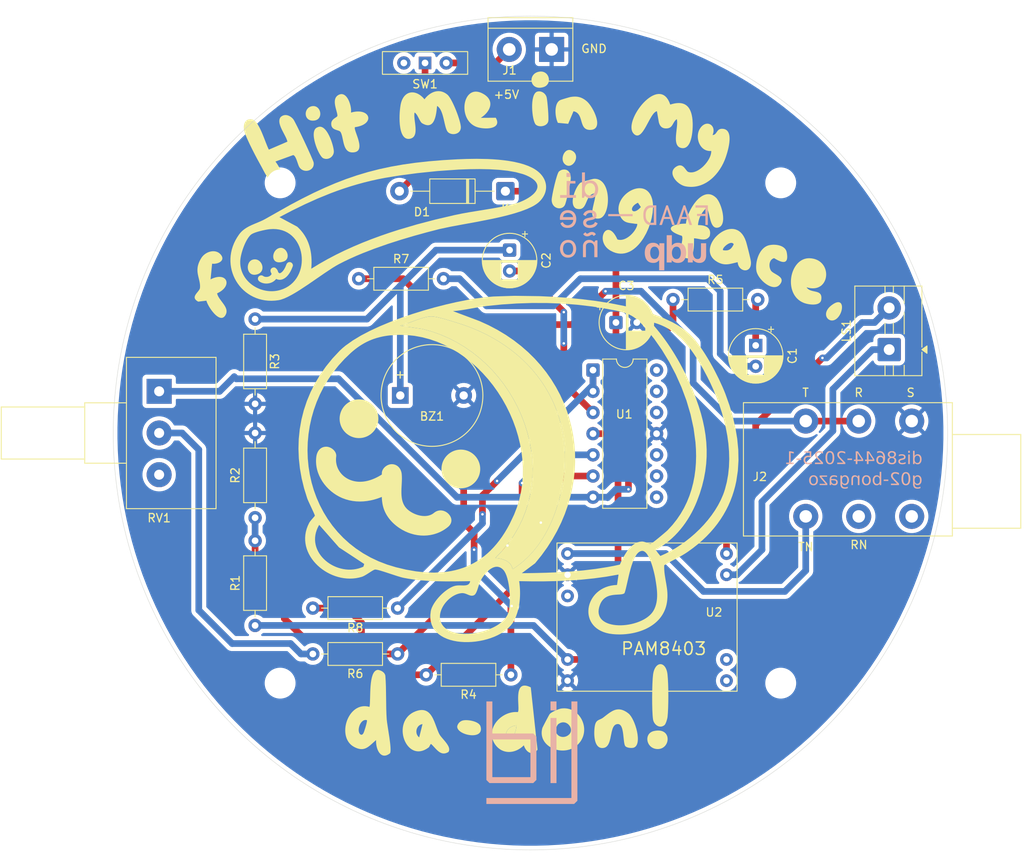
<source format=kicad_pcb>
(kicad_pcb (version 20241229) (generator "pcbnew") (generator_version "9.0")
  (layers (0 "F.Cu" signal) (2 "B.Cu" signal) (13 "F.Paste" user) (15 "B.Paste" user) (5 "F.SilkS" user "F.Silkscreen") (7 "B.SilkS" user "B.Silkscreen") (1 "F.Mask" user) (3 "B.Mask" user) (25 "Edge.Cuts" user))
  (net 0 "")
  (net 1 "GND")
  (net 2 "Net-(BZ1-+)")
  (net 3 "Net-(C1-Pad1)")
  (net 4 "Net-(U2-L)")
  (net 5 "Net-(C1-Pad2)")
  (net 6 "Net-(U1A-+)")
  (net 7 "Net-(U2-L-)")
  (net 8 "VCC")
  (net 9 "Net-(U1B-+)")
  (net 10 "Net-(R5-Pad1)")
  (net 11 "Net-(U1A--)")
  (net 12 "Net-(R6-Pad2)")
  (net 13 "Net-(U1B--)")
  (net 17 "Net-(D1-A)")
  (net 18 "Net-(J1-Pin_2)")
  (net 21 "Net-(U2-L+)")
  (net 22 "Net-(J2-PadR)")
  (footprint "Resistor_THT:R_Axial_DIN0207_L6.3mm_D2.5mm_P10.16mm_Horizontal" (layer "F.Cu") (at 162.09 84)
    (property "Reference" "R5")
    (property "Value" "1k")
  )
  (footprint "Package_DIP:DIP-14_W7.62mm" (layer "F.Cu") (at 152.5 92.46)
    (property "Reference" "U1")
    (property "Value" "LM324")
  )
  (footprint "Resistor_THT:R_Axial_DIN0207_L6.3mm_D2.5mm_P10.16mm_Horizontal" (layer "F.Cu") (at 124.42 81.5)
    (property "Reference" "R7")
    (property "Value" "1k")
  )
  (footprint "MountingHole:MountingHole_3.2mm_M3" (layer "F.Cu") (at 175 70)
    (property "Reference" "H2" (hide yes))
    (property "Value" "M3")
  )
  (footprint "TerminalBlock:TerminalBlock_MaiXu_MX126-5.0-02P_1x02_P5.00mm" (layer "F.Cu") (at 188 90 90)
    (property "Reference" "LS1")
    (property "Value" "Speaker")
  )
  (footprint "Buzzer_Beeper:Buzzer_12x9.5RM7.6" (layer "F.Cu") (at 129.4 95.5)
    (property "Reference" "BZ1")
    (property "Value" "Buzzer")
  )
  (footprint "MountingHole:MountingHole_3.2mm_M3" (layer "F.Cu") (at 115 70)
    (property "Reference" "H1" (hide yes))
    (property "Value" "M3")
  )
  (footprint "MountingHole:MountingHole_3.2mm_M3" (layer "F.Cu") (at 175 130)
    (property "Reference" "H4" (hide yes))
    (property "Value" "M3")
  )
  (footprint "Capacitor_THT:CP_Radial_D6.3mm_P2.50mm" (layer "F.Cu") (at 172 89.5 -90)
    (property "Reference" "C1")
    (property "Value" "10uf")
  )
  (footprint "Capacitor_THT:CP_Radial_D6.3mm_P2.50mm" (layer "F.Cu") (at 155.25 86.75)
    (property "Reference" "C3")
    (property "Value" "10uf")
  )
  (footprint "Resistor_THT:R_Axial_DIN0207_L6.3mm_D2.5mm_P10.16mm_Horizontal" (layer "F.Cu") (at 129.08 121 180)
    (property "Reference" "R8")
    (property "Value" "10k")
  )
  (footprint "Potentiometer_THT:Potentiometer_Alps_RK163_Single_Horizontal" (layer "F.Cu") (at 100.5 95)
    (property "Reference" "RV1")
    (property "Value" "500k")
  )
  (footprint "modules_teee2025:pam8403" (layer "F.Cu") (at 159.61 122.08 -90)
    (property "Reference" "U2")
    (property "Value" "pam8403")
  )
  (footprint "Button_Switch_THT:SW_Slide-03_Wuerth-WS-SLTV_10x2.5x6.4_P2.54mm" (layer "F.Cu") (at 132.369539 55.620581 180)
    (property "Reference" "SW1")
    (property "Value" "SW_SPDT")
  )
  (footprint "Diode_THT:D_DO-41_SOD81_P12.70mm_Horizontal" (layer "F.Cu") (at 142 71 180)
    (property "Reference" "D1")
    (property "Value" "1n4007")
  )
  (footprint "Resistor_THT:R_Axial_DIN0207_L6.3mm_D2.5mm_P10.16mm_Horizontal" (layer "F.Cu") (at 112 110.16 90)
    (property "Reference" "R2")
    (property "Value" "100k")
  )
  (footprint "TerminalBlock:TerminalBlock_bornier-2_P5.08mm" (layer "F.Cu") (at 147.54 54 180)
    (property "Reference" "J1")
    (property "Value" "TERM_BLOCK")
  )
  (footprint "Connector_Audio:Jack_6.35mm_Neutrik_NRJ6HM-1-AU_Horizontal" (layer "F.Cu") (at 178 98.57)
    (property "Reference" "J2")
    (property "Value" "Audio Jack")
  )
  (footprint "MountingHole:MountingHole_3.2mm_M3" (layer "F.Cu") (at 115 130)
    (property "Reference" "H3" (hide yes))
    (property "Value" "M3")
  )
  (footprint "Resistor_THT:R_Axial_DIN0207_L6.3mm_D2.5mm_P10.16mm_Horizontal" (layer "F.Cu") (at 142.66 129 180)
    (property "Reference" "R4")
    (property "Value" "100k")
  )
  (footprint "Resistor_THT:R_Axial_DIN0207_L6.3mm_D2.5mm_P10.16mm_Horizontal" (layer "F.Cu") (at 112 123.08 90)
    (property "Reference" "R1")
    (property "Value" "100k")
  )
  (footprint "Resistor_THT:R_Axial_DIN0207_L6.3mm_D2.5mm_P10.16mm_Horizontal" (layer "F.Cu") (at 129.08 126.5 180)
    (property "Reference" "R6")
    (property "Value" "1k")
  )
  (footprint "Capacitor_THT:CP_Radial_D6.3mm_P2.50mm" (layer "F.Cu") (at 142.5 78.067621 -90)
    (property "Reference" "C2")
    (property "Value" "1uf")
  )
  (footprint "Resistor_THT:R_Axial_DIN0207_L6.3mm_D2.5mm_P10.16mm_Horizontal" (layer "F.Cu") (at 112 86.34 -90)
    (property "Reference" "R3")
    (property "Value" "1M")
  )
  (gr_poly (pts (xy 152.832698 69.51702) (xy 153.015917 69.548102) (xy 153.18598 69.603604) (xy 153.343077 69.681844) (xy 153.487397 69.781139) (xy 153.619128 69.899808) (xy 153.738461 70.036169) (xy 153.845585 70.188538) (xy 153.940689 70.355235) (xy 154.023961 70.534576) (xy 154.095592 70.72488) (xy 154.15577 70.924465) (xy 154.204685 71.131648) (xy 154.242526 71.344748) (xy 154.269483 71.562081) (xy 154.285743 71.781966) (xy 154.291498 72.002721) (xy 154.286935 72.222664) (xy 154.272245 72.440111) (xy 154.247616 72.653383) (xy 154.213237 72.860795) (xy 154.169298 73.060666) (xy 154.115989 73.251314) (xy 154.053497 73.431056) (xy 153.982014 73.598211) (xy 153.901727 73.751096) (xy 153.812826 73.888029) (xy 153.7155 74.007328) (xy 153.609939 74.10731) (xy 153.496331 74.186295) (xy 153.374867 74.242598) (xy 153.245734 74.274539) (xy 153.090448 74.289748) (xy 152.954026 74.288104) (xy 152.835474 74.270585) (xy 152.733797 74.238169) (xy 152.648 74.191837) (xy 152.577089 74.132564) (xy 152.52007 74.061331) (xy 152.475946 73.979116) (xy 152.443724 73.886896) (xy 152.422409 73.785651) (xy 152.411006 73.676358) (xy 152.408521 73.559997) (xy 152.413958 73.437546) (xy 152.426323 73.309982) (xy 152.467859 73.043434) (xy 152.525171 72.768178) (xy 152.590301 72.492044) (xy 152.712184 71.968448) (xy 152.753022 71.736642) (xy 152.764934 71.631661) (xy 152.769848 71.535266) (xy 152.766769 71.448435) (xy 152.754704 71.372148) (xy 152.732656 71.307381) (xy 152.699631 71.255115) (xy 152.584465 71.279073) (xy 152.479301 71.313204) (xy 152.383433 71.356705) (xy 152.296156 71.408774) (xy 152.216767 71.468607) (xy 152.144559 71.535403) (xy 152.078828 71.608357) (xy 152.018868 71.686667) (xy 151.963977 71.76953) (xy 151.913447 71.856144) (xy 151.822654 72.037412) (xy 151.662401 72.409625) (xy 151.581661 72.587725) (xy 151.492994 72.751923) (xy 151.443925 72.826802) (xy 151.39076 72.895797) (xy 151.332794 72.958106) (xy 151.269321 73.012924) (xy 151.199637 73.05945) (xy 151.123036 73.096881) (xy 151.038815 73.124414) (xy 150.946268 73.141245) (xy 150.84469 73.146573) (xy 150.733376 73.139593) (xy 150.611622 73.119504) (xy 150.478722 73.085503) (xy 150.394188 73.036221) (xy 150.320389 72.976941) (xy 150.256905 72.908355) (xy 150.20332 72.831152) (xy 150.159214 72.746023) (xy 150.12417 72.653658) (xy 150.097768 72.554747) (xy 150.079592 72.449982) (xy 150.069222 72.340051) (xy 150.06624 72.225646) (xy 150.070228 72.107457) (xy 150.080767 71.986174) (xy 150.119828 71.737089) (xy 150.180076 71.483913) (xy 150.258164 71.23217) (xy 150.350747 70.987382) (xy 150.454478 70.755073) (xy 150.566011 70.540765) (xy 150.681999 70.349981) (xy 150.799096 70.188244) (xy 150.857015 70.119994) (xy 150.913956 70.061077) (xy 150.969501 70.012183) (xy 151.023232 69.974003) (xy 151.060321 69.956327) (xy 151.122228 69.932535) (xy 151.306503 69.870567) (xy 151.548076 69.796023) (xy 151.818968 69.716827) (xy 152.0912 69.640906) (xy 152.336792 69.576185) (xy 152.527763 69.530588) (xy 152.594023 69.517438) (xy 152.636135 69.51204)) (fill yes) (layer "F.SilkS"))
  (gr_poly (pts (xy 169.335938 75.534717) (xy 169.562879 75.580768) (xy 169.78275 75.662233) (xy 169.993381 75.781251) (xy 170.192605 75.939963) (xy 170.378253 76.14051) (xy 170.548157 76.385032) (xy 170.700148 76.67567) (xy 170.832058 77.014564) (xy 170.888692 77.20339) (xy 170.968135 77.493493) (xy 171.159874 78.240909) (xy 171.254386 78.629908) (xy 171.336136 78.983561) (xy 171.396232 79.267711) (xy 171.425782 79.448203) (xy 171.433943 79.580402) (xy 171.432336 79.703221) (xy 171.421566 79.816758) (xy 171.402236 79.921113) (xy 171.374951 80.016384) (xy 171.340315 80.102668) (xy 171.298932 80.180066) (xy 171.251405 80.248674) (xy 171.198339 80.308593) (xy 171.140338 80.35992) (xy 171.078006 80.402754) (xy 171.011947 80.437193) (xy 170.942764 80.463337) (xy 170.871063 80.481282) (xy 170.797446 80.491129) (xy 170.722519 80.492976) (xy 170.646885 80.486921) (xy 170.571147 80.473062) (xy 170.495911 80.451499) (xy 170.42178 80.422329) (xy 170.349358 80.385652) (xy 170.27925 80.341566) (xy 170.212059 80.290169) (xy 170.148389 80.23156) (xy 170.088844 80.165837) (xy 170.034029 80.0931) (xy 169.984547 80.013446) (xy 169.941003 79.926974) (xy 169.904 79.833783) (xy 169.874142 79.733971) (xy 169.852035 79.627636) (xy 169.83828 79.514879) (xy 169.504653 79.592504) (xy 169.195969 79.667377) (xy 169.048406 79.700595) (xy 168.90399 79.729302) (xy 168.761689 79.752223) (xy 168.620475 79.768084) (xy 168.479316 79.77561) (xy 168.337183 79.773528) (xy 168.193045 79.760563) (xy 168.045873 79.73544) (xy 167.970827 79.717922) (xy 167.894636 79.696886) (xy 167.817171 79.672174) (xy 167.738303 79.643626) (xy 167.657904 79.611083) (xy 167.575845 79.574386) (xy 167.491998 79.533375) (xy 167.406232 79.487891) (xy 167.152324 79.326201) (xy 166.943388 79.148552) (xy 166.777257 78.957082) (xy 166.651761 78.753932) (xy 166.564733 78.541244) (xy 166.514004 78.321157) (xy 166.497405 78.095812) (xy 166.503709 78.00207) (xy 168.06921 78.00207) (xy 168.071797 78.032426) (xy 168.081909 78.058485) (xy 168.099969 78.079778) (xy 168.224561 78.096015) (xy 168.34036 78.104232) (xy 168.395145 78.105326) (xy 168.447951 78.104407) (xy 168.498851 78.101473) (xy 168.547917 78.096521) (xy 168.595223 78.089548) (xy 168.640841 78.080551) (xy 168.684845 78.069528) (xy 168.727308 78.056477) (xy 168.768302 78.041394) (xy 168.807901 78.024278) (xy 168.846176 78.005125) (xy 168.883203 77.983933) (xy 168.919052 77.960699) (xy 168.953798 77.935421) (xy 168.987513 77.908095) (xy 169.020271 77.878721) (xy 169.052143 77.847294) (xy 169.083204 77.813812) (xy 169.143182 77.740673) (xy 169.200787 77.659284) (xy 169.256604 77.569623) (xy 169.311217 77.47167) (xy 169.365209 77.365403) (xy 169.333672 77.315904) (xy 169.297386 77.27574) (xy 169.256775 77.244439) (xy 169.212262 77.221533) (xy 169.16427 77.20655) (xy 169.113222 77.199021) (xy 169.059543 77.198477) (xy 169.003654 77.204446) (xy 168.945979 77.216458) (xy 168.886941 77.234045) (xy 168.826964 77.256735) (xy 168.766471 77.284059) (xy 168.705885 77.315547) (xy 168.645629 77.350728) (xy 168.5278 77.430292) (xy 168.416371 77.51899) (xy 168.314728 77.613062) (xy 168.226256 77.708748) (xy 168.154341 77.802288) (xy 168.12565 77.847078) (xy 168.102369 77.889921) (xy 168.08492 77.930347) (xy 168.073726 77.967887) (xy 168.06921 78.00207) (xy 166.503709 78.00207) (xy 166.512769 77.86735) (xy 166.557925 77.637912) (xy 166.630707 77.409637) (xy 166.728946 77.184667) (xy 166.850472 76.965142) (xy 166.993118 76.753202) (xy 167.154716 76.550989) (xy 167.333095 76.360642) (xy 167.52609 76.184302) (xy 167.73153 76.024111) (xy 167.947247 75.882207) (xy 168.171073 75.760733) (xy 168.400839 75.661829) (xy 168.634377 75.587634) (xy 168.869519 75.54029) (xy 169.104095 75.521937)) (fill yes) (layer "F.SilkS"))
  (gr_poly (pts (xy 146.32919 56.652612) (xy 146.431083 56.665402) (xy 146.527333 56.687607) (xy 146.617823 56.718592) (xy 146.702432 56.757719) (xy 146.781039 56.804352) (xy 146.853527 56.857854) (xy 146.919773 56.917589) (xy 146.97966 56.98292) (xy 147.033067 57.053211) (xy 147.079875 57.127824) (xy 147.119963 57.206125) (xy 147.153212 57.287475) (xy 147.179502 57.371238) (xy 147.198714 57.456778) (xy 147.210727 57.543457) (xy 147.215422 57.630641) (xy 147.212679 57.717691) (xy 147.202378 57.803972) (xy 147.1844 57.888846) (xy 147.158625 57.971677) (xy 147.124932 58.051829) (xy 147.083203 58.128664) (xy 147.033318 58.201548) (xy 146.975156 58.269841) (xy 146.908599 58.332909) (xy 146.833525 58.390115) (xy 146.749816 58.440821) (xy 146.657352 58.484392) (xy 146.556013 58.520191) (xy 146.407353 58.558589) (xy 146.266514 58.582929) (xy 146.133559 58.593996) (xy 146.008551 58.592577) (xy 145.891552 58.579459) (xy 145.782627 58.555428) (xy 145.681838 58.521271) (xy 145.589248 58.477775) (xy 145.504921 58.425725) (xy 145.428919 58.36591) (xy 145.361305 58.299114) (xy 145.302143 58.226125) (xy 145.251496 58.14773) (xy 145.209426 58.064714) (xy 145.175997 57.977865) (xy 145.151271 57.887969) (xy 145.135313 57.795813) (xy 145.128185 57.702183) (xy 145.12995 57.607866) (xy 145.14067 57.513648) (xy 145.160411 57.420316) (xy 145.189233 57.328657) (xy 145.227201 57.239457) (xy 145.274377 57.153502) (xy 145.330825 57.07158) (xy 145.396608 56.994477) (xy 145.471788 56.922979) (xy 145.556429 56.857874) (xy 145.650594 56.799947) (xy 145.754345 56.749985) (xy 145.867747 56.708775) (xy 145.990862 56.677104) (xy 145.990862 56.677103) (xy 146.10896 56.657826) (xy 146.221776 56.649875)) (fill yes) (layer "F.SilkS"))
  (gr_poly (pts (xy 124.571094 95.970751) (xy 124.688961 95.979713) (xy 124.805114 95.994473) (xy 124.919407 96.014884) (xy 125.031695 96.040799) (xy 125.141832 96.072075) (xy 125.249672 96.108563) (xy 125.355069 96.15012) (xy 125.457877 96.196598) (xy 125.557951 96.247853) (xy 125.655144 96.303738) (xy 125.749311 96.364107) (xy 125.840307 96.428815) (xy 125.927984 96.497716) (xy 126.012198 96.570663) (xy 126.092802 96.647512) (xy 126.169651 96.728116) (xy 126.242599 96.81233) (xy 126.3115 96.900007) (xy 126.376208 96.991002) (xy 126.436578 97.085169) (xy 126.492463 97.182362) (xy 126.543717 97.282436) (xy 126.590196 97.385244) (xy 126.631753 97.490641) (xy 126.668242 97.59848) (xy 126.699517 97.708617) (xy 126.725433 97.820905) (xy 126.745844 97.935198) (xy 126.760603 98.051351) (xy 126.769566 98.169218) (xy 126.772586 98.288652) (xy 126.769566 98.408087) (xy 126.760603 98.525953) (xy 126.745844 98.642106) (xy 126.725433 98.756399) (xy 126.699517 98.868687) (xy 126.668242 98.978824) (xy 126.631753 99.086664) (xy 126.590196 99.192061) (xy 126.543717 99.294869) (xy 126.492463 99.394943) (xy 126.436578 99.492136) (xy 126.376208 99.586304) (xy 126.3115 99.677299) (xy 126.242599 99.764976) (xy 126.169651 99.84919) (xy 126.092802 99.929794) (xy 126.012198 100.006643) (xy 125.927984 100.079591) (xy 125.840307 100.148492) (xy 125.749311 100.2132) (xy 125.655144 100.27357) (xy 125.557951 100.329455) (xy 125.457877 100.380709) (xy 125.355069 100.427188) (xy 125.249672 100.468745) (xy 125.141832 100.505234) (xy 125.031695 100.536509) (xy 124.919407 100.562425) (xy 124.805114 100.582836) (xy 124.688961 100.597595) (xy 124.571094 100.606558) (xy 124.45166 100.609578) (xy 124.332226 100.606558) (xy 124.214359 100.597595) (xy 124.098206 100.582836) (xy 123.983913 100.562425) (xy 123.871625 100.536509) (xy 123.761488 100.505234) (xy 123.653649 100.468745) (xy 123.548252 100.427188) (xy 123.445444 100.380709) (xy 123.34537 100.329455) (xy 123.248176 100.27357) (xy 123.154009 100.2132) (xy 123.063014 100.148492) (xy 122.975337 100.079591) (xy 122.891123 100.006643) (xy 122.810519 99.929794) (xy 122.73367 99.84919) (xy 122.660722 99.764976) (xy 122.591821 99.677299) (xy 122.527113 99.586304) (xy 122.466743 99.492136) (xy 122.410858 99.394943) (xy 122.359604 99.294869) (xy 122.313125 99.192061) (xy 122.271568 99.086664) (xy 122.235079 98.978824) (xy 122.203804 98.868687) (xy 122.177888 98.756399) (xy 122.157477 98.642106) (xy 122.142718 98.525953) (xy 122.133755 98.408087) (xy 122.130735 98.288652) (xy 122.133755 98.169218) (xy 122.142718 98.051351) (xy 122.157477 97.935198) (xy 122.177888 97.820905) (xy 122.203804 97.708617) (xy 122.235079 97.59848) (xy 122.271568 97.490641) (xy 122.313125 97.385244) (xy 122.359604 97.282436) (xy 122.410858 97.182362) (xy 122.466743 97.085169) (xy 122.527113 96.991002) (xy 122.591821 96.900007) (xy 122.660722 96.81233) (xy 122.73367 96.728116) (xy 122.810519 96.647512) (xy 122.891123 96.570663) (xy 122.975337 96.497716) (xy 123.063014 96.428815) (xy 123.154009 96.364107) (xy 123.248176 96.303738) (xy 123.34537 96.247853) (xy 123.445444 96.196598) (xy 123.548252 96.15012) (xy 123.653649 96.108563) (xy 123.761488 96.072075) (xy 123.871625 96.040799) (xy 123.983913 96.014884) (xy 124.098206 95.994473) (xy 124.214359 95.979713) (xy 124.332226 95.970751) (xy 124.45166 95.967731)) (fill yes) (layer "F.SilkS"))
  (gr_poly (pts (xy 126.812939 128.421904) (xy 126.885397 128.440778) (xy 126.957631 128.463372) (xy 127.029066 128.489742) (xy 127.099124 128.519945) (xy 127.167228 128.554036) (xy 127.232802 128.592072) (xy 127.29527 128.634106) (xy 127.354054 128.680197) (xy 127.408578 128.730398) (xy 127.434062 128.757058) (xy 127.458265 128.784767) (xy 127.481114 128.813532) (xy 127.502538 128.843359) (xy 127.522464 128.874256) (xy 127.540821 128.90623) (xy 127.557535 128.939287) (xy 127.572536 128.973435) (xy 127.585751 129.00868) (xy 127.597109 129.045031) (xy 127.606535 129.082492) (xy 127.61396 129.121072) (xy 127.655626 129.769201) (xy 127.680585 130.423766) (xy 127.701669 131.74283) (xy 127.719777 133.059512) (xy 127.741016 133.7111) (xy 127.777473 134.35506) (xy 127.821093 134.730661) (xy 127.899314 135.249492) (xy 128.093783 136.50513) (xy 128.177139 137.136084) (xy 128.208153 137.429189) (xy 128.229316 137.698558) (xy 128.238572 137.937576) (xy 128.233867 138.139626) (xy 128.213144 138.298093) (xy 128.196133 138.358915) (xy 128.174347 138.40636) (xy 128.069074 138.485042) (xy 127.966988 138.550278) (xy 127.868111 138.602585) (xy 127.772469 138.64248) (xy 127.680084 138.67048) (xy 127.590982 138.6871) (xy 127.505185 138.692857) (xy 127.422717 138.688268) (xy 127.343602 138.673849) (xy 127.267865 138.650117) (xy 127.195529 138.617589) (xy 127.126617 138.576781) (xy 127.061154 138.528209) (xy 126.999164 138.47239) (xy 126.940669 138.40984) (xy 126.885695 138.341077) (xy 126.834265 138.266616) (xy 126.786403 138.186975) (xy 126.742132 138.102669) (xy 126.701477 138.014216) (xy 126.664461 137.922131) (xy 126.631108 137.826932) (xy 126.601442 137.729134) (xy 126.575487 137.629255) (xy 126.553267 137.527811) (xy 126.534805 137.425319) (xy 126.520126 137.322294) (xy 126.509252 137.219254) (xy 126.502209 137.116715) (xy 126.499019 137.015194) (xy 126.499708 136.915206) (xy 126.504227 136.818764) (xy 125.892986 137.369499) (xy 125.750488 137.489587) (xy 125.608814 137.598538) (xy 125.537746 137.648221) (xy 125.466234 137.694378) (xy 125.394063 137.736765) (xy 125.321015 137.775134) (xy 125.246874 137.809237) (xy 125.171424 137.838829) (xy 125.094447 137.863663) (xy 125.015728 137.883491) (xy 124.93505 137.898067) (xy 124.852196 137.907145) (xy 124.76695 137.910476) (xy 124.679094 137.907816) (xy 124.588414 137.898916) (xy 124.494691 137.88353) (xy 124.39771 137.861412) (xy 124.297254 137.832314) (xy 124.193107 137.795989) (xy 124.085051 137.752191) (xy 123.97287 137.700674) (xy 123.856349 137.64119) (xy 123.66451 137.523741) (xy 123.493214 137.388819) (xy 123.342017 137.237961) (xy 123.210478 137.072706) (xy 123.098154 136.894592) (xy 123.004603 136.705159) (xy 122.929382 136.505944) (xy 122.872049 136.298486) (xy 122.832162 136.084324) (xy 122.809277 135.864996) (xy 122.802953 135.642041) (xy 122.804528 135.605857) (xy 124.416919 135.605857) (xy 124.418892 135.683137) (xy 124.425987 135.757643) (xy 124.438341 135.828766) (xy 124.456087 135.895896) (xy 124.479363 135.958423) (xy 124.508305 136.015738) (xy 124.543047 136.067232) (xy 124.583725 136.112294) (xy 124.630476 136.150315) (xy 124.683435 136.180685) (xy 124.71055 136.185559) (xy 124.736552 136.187192) (xy 124.76147 136.185748) (xy 124.785336 136.181391) (xy 124.80818 136.174283) (xy 124.830032 136.16459) (xy 124.850923 136.152474) (xy 124.870884 136.138098) (xy 124.889945 136.121628) (xy 124.908137 136.103226) (xy 124.925489 136.083056) (xy 124.942034 136.061282) (xy 124.9578 136.038067) (xy 124.972819 136.013575) (xy 124.987121 135.98797) (xy 125.000737 135.961416) (xy 125.026032 135.906112) (xy 125.048948 135.848973) (xy 125.069729 135.791308) (xy 125.08862 135.734427) (xy 125.121706 135.628253) (xy 125.150159 135.540924) (xy 125.18163 135.446371) (xy 125.225417 135.305106) (xy 125.275231 135.134262) (xy 125.324785 134.950972) (xy 125.36779 134.77237) (xy 125.384872 134.690182) (xy 125.397959 134.61559) (xy 125.406264 134.550738) (xy 125.409003 134.497765) (xy 125.405388 134.458815) (xy 125.400953 134.445268) (xy 125.394635 134.436029) (xy 125.394637 134.437613) (xy 125.318269 134.421703) (xy 125.244036 134.41643) (xy 125.172075 134.421183) (xy 125.102521 134.435353) (xy 125.03551 134.458331) (xy 124.971177 134.489507) (xy 124.909659 134.528271) (xy 124.851091 134.574015) (xy 124.795609 134.626127) (xy 124.743348 134.684) (xy 124.694445 134.747023) (xy 124.649035 134.814586) (xy 124.607254 134.886081) (xy 124.569237 134.960897) (xy 124.535121 135.038425) (xy 124.50504 135.118056) (xy 124.479132 135.199179) (xy 124.457531 135.281186) (xy 124.440374 135.363467) (xy 124.427795 135.445412) (xy 124.419932 135.526412) (xy 124.416919 135.605857) (xy 122.804528 135.605857) (xy 122.812748 135.416997) (xy 122.838218 135.191404) (xy 122.878921 134.966799) (xy 122.934415 134.744722) (xy 123.004258 134.52671) (xy 123.088007 134.314302) (xy 123.18522 134.109038) (xy 123.295454 133.912454) (xy 123.418267 133.726091) (xy 123.553217 133.551487) (xy 123.69986 133.390179) (xy 123.857755 133.243707) (xy 124.02646 133.11361) (xy 124.205531 133.001426) (xy 124.394526 132.908693) (xy 124.593004 132.836949) (xy 124.800521 132.787735) (xy 125.016636 132.762588) (xy 125.240905 132.763046) (xy 125.472886 132.790649) (xy 125.712137 132.846935) (xy 125.741253 132.658746) (xy 125.760441 132.415814) (xy 125.781565 131.802434) (xy 125.800568 131.080224) (xy 125.817106 130.701253) (xy 125.84251 130.322611) (xy 125.879913 129.953474) (xy 125.932448 129.603023) (xy 126.003248 129.280435) (xy 126.095443 128.994889) (xy 126.150543 128.868875) (xy 126.212167 128.755564) (xy 126.280706 128.656102) (xy 126.356552 128.571637) (xy 126.440097 128.503317) (xy 126.531731 128.452288) (xy 126.631847 128.419699) (xy 126.740835 128.406696)) (fill yes) (layer "F.SilkS"))
  (gr_poly (pts (xy 150.481656 59.65981) (xy 150.605649 59.671091) (xy 150.726627 59.68961) (xy 150.845039 59.715579) (xy 150.96133 59.749212) (xy 151.075946 59.790724) (xy 151.189334 59.840329) (xy 151.301941 59.89824) (xy 151.414213 59.964672) (xy 151.526597 60.039838) (xy 151.639538 60.123952) (xy 151.753484 60.217229) (xy 151.907198 60.36675) (xy 152.068873 60.55816) (xy 152.23311 60.784344) (xy 152.394512 61.038189) (xy 152.547682 61.312582) (xy 152.687222 61.600409) (xy 152.807736 61.894557) (xy 152.903826 62.187911) (xy 152.941025 62.332068) (xy 152.970094 62.473359) (xy 152.990359 62.610896) (xy 153.001144 62.743788) (xy 153.001775 62.871146) (xy 152.991577 62.992082) (xy 152.969876 63.105706) (xy 152.935997 63.21113) (xy 152.889265 63.307463) (xy 152.829006 63.393816) (xy 152.754545 63.469302) (xy 152.665207 63.533029) (xy 152.560318 63.58411) (xy 152.439203 63.621654) (xy 152.301187 63.644774) (xy 152.145595 63.652578) (xy 152.017672 63.646878) (xy 151.901865 63.630231) (xy 151.797387 63.603317) (xy 151.703453 63.566816) (xy 151.619276 63.521409) (xy 151.54407 63.467776) (xy 151.47705 63.406596) (xy 151.41743 63.338551) (xy 151.364423 63.26432) (xy 151.317244 63.184584) (xy 151.275106 63.100022) (xy 151.237224 63.011315) (xy 151.171082 62.824187) (xy 151.11253 62.628641) (xy 151.055281 62.430118) (xy 150.993046 62.23406) (xy 150.958094 62.138656) (xy 150.919537 62.045909) (xy 150.87659 61.956499) (xy 150.828467 61.871106) (xy 150.774381 61.79041) (xy 150.713547 61.715092) (xy 150.645178 61.645832) (xy 150.568489 61.583309) (xy 150.482694 61.528205) (xy 150.387007 61.481199) (xy 150.280641 61.442972) (xy 150.16281 61.414203) (xy 150.16281 61.412616) (xy 149.526221 62.920741) (xy 148.292736 62.804853) (xy 148.228415 62.666247) (xy 148.170107 62.507485) (xy 148.118879 62.331967) (xy 148.075794 62.143089) (xy 148.041917 61.944249) (xy 148.018315 61.738844) (xy 148.006051 61.530272) (xy 148.006192 61.32193) (xy 148.019801 61.117216) (xy 148.047945 60.919527) (xy 148.091687 60.73226) (xy 148.119741 60.643597) (xy 148.152094 60.558814) (xy 148.188879 60.478335) (xy 148.230229 60.402585) (xy 148.276279 60.331989) (xy 148.32716 60.266971) (xy 148.383005 60.207957) (xy 148.443949 60.15537) (xy 148.510124 60.109636) (xy 148.581663 60.071178) (xy 148.661527 60.040901) (xy 148.801184 59.994458) (xy 149.181738 59.876511) (xy 149.567054 59.764221) (xy 149.712663 59.724846) (xy 149.800861 59.704466) (xy 149.946619 59.682773) (xy 150.087131 59.667247) (xy 150.222844 59.658101) (xy 150.354203 59.655551)) (fill yes) (layer "F.SilkS"))
  (gr_poly (pts (xy 115.170164 77.79884) (xy 115.24044 77.812216) (xy 115.308393 77.832809) (xy 115.373812 77.86015) (xy 115.436483 77.893771) (xy 115.496194 77.933203) (xy 115.552732 77.977978) (xy 115.605884 78.027627) (xy 115.655437 78.081682) (xy 115.701179 78.139674) (xy 115.742897 78.201134) (xy 115.780378 78.265593) (xy 115.813409 78.332584) (xy 115.841778 78.401638) (xy 115.865271 78.472286) (xy 115.883676 78.544059) (xy 115.896781 78.616489) (xy 115.904371 78.689108) (xy 115.906236 78.761446) (xy 115.902161 78.833036) (xy 115.891934 78.903408) (xy 115.875343 78.972094) (xy 115.852174 79.038626) (xy 115.822215 79.102535) (xy 115.785252 79.163352) (xy 115.741074 79.220608) (xy 115.689467 79.273836) (xy 115.630219 79.322567) (xy 115.563117 79.366331) (xy 115.487948 79.404661) (xy 115.404499 79.437088) (xy 115.250353 79.482657) (xy 115.107459 79.513374) (xy 114.97561 79.530102) (xy 114.854598 79.533699) (xy 114.744215 79.525026) (xy 114.644255 79.504943) (xy 114.554509 79.47431) (xy 114.47477 79.433988) (xy 114.40483 79.384835) (xy 114.344483 79.327713) (xy 114.293519 79.263482) (xy 114.251733 79.193001) (xy 114.218915 79.117131) (xy 114.194859 79.036732) (xy 114.179358 78.952664) (xy 114.172203 78.865787) (xy 114.173187 78.776961) (xy 114.182102 78.687047) (xy 114.198741 78.596905) (xy 114.222897 78.507393) (xy 114.254362 78.419374) (xy 114.292928 78.333707) (xy 114.338387 78.251252) (xy 114.390533 78.172868) (xy 114.449158 78.099417) (xy 114.514053 78.031759) (xy 114.585013 77.970753) (xy 114.661828 77.917259) (xy 114.744292 77.872138) (xy 114.832197 77.836251) (xy 114.925335 77.810456) (xy 115.023499 77.795614) (xy 115.09778 77.79315)) (fill yes) (layer "F.SilkS"))
  (gr_poly (pts (xy 181.988859 84.318156) (xy 182.059513 84.338739) (xy 182.121962 84.370694) (xy 182.176347 84.4132) (xy 182.222811 84.465434) (xy 182.261496 84.526575) (xy 182.292545 84.5958) (xy 182.316101 84.672287) (xy 182.332305 84.755215) (xy 182.3413 84.843761) (xy 182.343229 84.937103) (xy 182.338234 85.034419) (xy 182.326457 85.134888) (xy 182.308042 85.237686) (xy 182.283129 85.341993) (xy 182.251862 85.446985) (xy 182.214383 85.551842) (xy 182.170835 85.655741) (xy 182.12136 85.757859) (xy 182.0661 85.857375) (xy 182.005199 85.953467) (xy 181.938797 86.045313) (xy 181.867039 86.132091) (xy 181.790065 86.212978) (xy 181.708019 86.287153) (xy 181.623729 86.350911) (xy 181.538489 86.403156) (xy 181.452815 86.4443) (xy 181.367228 86.474756) (xy 181.282245 86.494936) (xy 181.198386 86.505253) (xy 181.116168 86.506117) (xy 181.036111 86.497942) (xy 180.958732 86.48114) (xy 180.884551 86.456122) (xy 180.814086 86.423301) (xy 180.747855 86.38309) (xy 180.686378 86.3359) (xy 180.630172 86.282143) (xy 180.579757 86.222232) (xy 180.535651 86.156579) (xy 180.498372 86.085596) (xy 180.468439 86.009696) (xy 180.446371 85.92929) (xy 180.432686 85.84479) (xy 180.427903 85.75661) (xy 180.43254 85.66516) (xy 180.447116 85.570854) (xy 180.47215 85.474103) (xy 180.50816 85.37532) (xy 180.555664 85.274916) (xy 180.615182 85.173304) (xy 180.687231 85.070897) (xy 180.772331 84.968106) (xy 180.870999 84.865343) (xy 180.983756 84.763021) (xy 181.111118 84.661552) (xy 181.252547 84.56156) (xy 181.384631 84.479518) (xy 181.507512 84.414603) (xy 181.621333 84.365992) (xy 181.726235 84.332864) (xy 181.822362 84.314397) (xy 181.909856 84.309768)) (fill yes) (layer "F.SilkS"))
  (gr_poly (pts (xy 146.089256 83.588474) (xy 147.721705 83.664895) (xy 149.406986 83.783627) (xy 151.121962 83.948483) (xy 152.843498 84.163273) (xy 154.548459 84.431808) (xy 156.213708 84.7579) (xy 157.816109 85.14536) (xy 159.332528 85.598001) (xy 160.739827 86.119632) (xy 162.014872 86.714066) (xy 162.595569 87.039775) (xy 163.134526 87.385114) (xy 163.628852 87.750559) (xy 164.075654 88.136587) (xy 164.075658 88.138178) (xy 164.380754 88.445447) (xy 164.690457 88.796404) (xy 165.00275 89.185773) (xy 165.315618 89.608277) (xy 165.627044 90.05864) (xy 165.935013 90.531585) (xy 166.237507 91.021836) (xy 166.532511 91.524117) (xy 166.818008 92.03315) (xy 167.091984 92.543661) (xy 167.597302 93.548005) (xy 168.032336 94.494939) (xy 168.218457 94.933687) (xy 168.380958 95.342252) (xy 168.860192 96.694256) (xy 169.256948 98.038816) (xy 169.567141 99.372656) (xy 169.786689 100.6925) (xy 169.911507 101.995069) (xy 169.937513 103.277089) (xy 169.860623 104.535282) (xy 169.676754 105.766373) (xy 169.543426 106.37073) (xy 169.381821 106.967083) (xy 169.19143 107.555023) (xy 168.971742 108.134138) (xy 168.722247 108.70402) (xy 168.442433 109.26426) (xy 168.131792 109.814447) (xy 167.789811 110.354173) (xy 167.415981 110.883027) (xy 167.009792 111.4006) (xy 166.570733 111.906483) (xy 166.098293 112.400265) (xy 165.591962 112.881538) (xy 165.05123 113.349891) (xy 164.475586 113.804916) (xy 163.864519 114.246202) (xy 163.687327 114.36563) (xy 163.510512 114.479139) (xy 163.157734 114.691371) (xy 162.805624 114.888832) (xy 162.453627 115.077456) (xy 161.747734 115.451932) (xy 161.392723 115.649652) (xy 161.03559 115.862273) (xy 161.031973 116.153436) (xy 161.04274 116.437187) (xy 161.065498 116.714748) (xy 161.09785 116.98734) (xy 161.181759 117.522498) (xy 161.275304 118.052428) (xy 161.359324 118.586897) (xy 161.391774 118.858886) (xy 161.414657 119.135673) (xy 161.425578 119.418477) (xy 161.422142 119.708521) (xy 161.401953 120.007025) (xy 161.362617 120.31521) (xy 161.309491 120.591286) (xy 161.240143 120.856122) (xy 161.155225 121.109828) (xy 161.055388 121.352514) (xy 160.941283 121.584287) (xy 160.813561 121.805257) (xy 160.672875 122.015533) (xy 160.519876 122.215224) (xy 160.355214 122.404438) (xy 160.179542 122.583286) (xy 159.99351 122.751875) (xy 159.797771 122.910316) (xy 159.592975 123.058716) (xy 159.379774 123.197185) (xy 159.15882 123.325833) (xy 158.930763 123.444767) (xy 158.696256 123.554097) (xy 158.455949 123.653932) (xy 158.210494 123.744381) (xy 157.960543 123.825553) (xy 157.706747 123.897557) (xy 157.449757 123.960501) (xy 157.190225 124.014496) (xy 156.928801 124.05965) (xy 156.666139 124.096072) (xy 156.402888 124.12387) (xy 156.139701 124.143155) (xy 155.877228 124.154035) (xy 155.616122 124.156618) (xy 155.357033 124.151015) (xy 155.100613 124.137333) (xy 154.847513 124.115683) (xy 154.452299 124.059842) (xy 154.087626 123.977195) (xy 153.753096 123.869595) (xy 153.448313 123.738894) (xy 153.172878 123.586946) (xy 152.926397 123.415603) (xy 152.70847 123.226719) (xy 152.518701 123.022145) (xy 152.356694 122.803735) (xy 152.222051 122.573341) (xy 152.114374 122.332816) (xy 152.033268 122.084014) (xy 151.978334 121.828786) (xy 151.949176 121.568986) (xy 151.946933 121.413159) (xy 153.166605 121.413159) (xy 153.185448 121.65544) (xy 153.240657 121.877378) (xy 153.329851 122.079271) (xy 153.450647 122.261417) (xy 153.600663 122.424112) (xy 153.777517 122.567656) (xy 153.978826 122.692344) (xy 154.20221 122.798476) (xy 154.445285 122.886348) (xy 154.705669 122.956258) (xy 154.98098 123.008505) (xy 155.268837 123.043385) (xy 155.566857 123.061196) (xy 155.872658 123.062237) (xy 156.183857 123.046804) (xy 156.498073 123.015195) (xy 156.812924 122.967708) (xy 157.126027 122.90464) (xy 157.435001 122.82629) (xy 157.737462 122.732955) (xy 158.03103 122.624932) (xy 158.313322 122.50252) (xy 158.581955 122.366015) (xy 158.834549 122.215716) (xy 159.068719 122.05192) (xy 159.282086 121.874925) (xy 159.472265 121.685028) (xy 159.636876 121.482527) (xy 159.773536 121.26772) (xy 159.883651 121.04645) (xy 159.974384 120.819447) (xy 160.047076 120.58738) (xy 160.103068 120.350915) (xy 160.143704 120.11072) (xy 160.170323 119.867462) (xy 160.18427 119.621809) (xy 160.186884 119.374428) (xy 160.179508 119.125986) (xy 160.163483 118.877152) (xy 160.140152 118.628592) (xy 160.110857 118.380974) (xy 160.039738 117.891233) (xy 159.960862 117.413268) (xy 159.897712 117.086262) (xy 159.790826 116.62185) (xy 159.642603 116.076996) (xy 159.553739 115.792205) (xy 159.455442 115.508665) (xy 159.34801 115.233497) (xy 159.231744 114.97382) (xy 159.106943 114.736757) (xy 158.973908 114.529426) (xy 158.904396 114.439136) (xy 158.832939 114.358949) (xy 158.759572 114.289756) (xy 158.684334 114.232446) (xy 158.607263 114.18791) (xy 158.528396 114.157038) (xy 158.44777 114.14072) (xy 158.365423 114.139845) (xy 158.365418 114.139841) (xy 158.248639 114.161158) (xy 158.136626 114.20402) (xy 158.029237 114.267156) (xy 157.926326 114.349295) (xy 157.82775 114.449163) (xy 157.733365 114.56549) (xy 157.643025 114.697005) (xy 157.556588 114.842434) (xy 157.473909 115.000506) (xy 157.394843 115.169951) (xy 157.246977 115.537868) (xy 157.111835 115.93601) (xy 156.988264 116.354206) (xy 156.875111 116.782279) (xy 156.771223 117.210057) (xy 156.586627 118.024032) (xy 156.425249 118.714739) (xy 156.350382 118.988433) (xy 156.27786 119.200789) (xy 156.234049 119.237609) (xy 156.182407 119.268425) (xy 156.12341 119.293874) (xy 156.057534 119.314593) (xy 155.985256 119.331219) (xy 155.90705 119.34439) (xy 155.73476 119.362913) (xy 155.33999 119.386527) (xy 155.125124 119.401813) (xy 154.903679 119.426215) (xy 154.679462 119.46483) (xy 154.567504 119.49106) (xy 154.45628 119.522755) (xy 154.346266 119.560552) (xy 154.237939 119.605088) (xy 154.131774 119.657001) (xy 154.028247 119.716927) (xy 153.927834 119.785503) (xy 153.83101 119.863368) (xy 153.738252 119.951157) (xy 153.650034 120.049509) (xy 153.566834 120.15906) (xy 153.489127 120.280448) (xy 153.417389 120.414309) (xy 153.352096 120.561281) (xy 153.247547 120.866377) (xy 153.18651 121.150237) (xy 153.166605 121.413159) (xy 151.946933 121.413159) (xy 151.945397 121.306466) (xy 151.966599 121.043079) (xy 152.012386 120.780679) (xy 152.08236 120.521117) (xy 152.176125 120.266247) (xy 152.293283 120.017921) (xy 152.433437 119.777992) (xy 152.596191 119.548313) (xy 152.781147 119.330737) (xy 152.987908 119.127117) (xy 153.216076 118.939305) (xy 153.465256 118.769153) (xy 153.73505 118.618516) (xy 154.025061 118.489246) (xy 154.334891 118.383195) (xy 154.664144 118.302216) (xy 155.012422 118.248162) (xy 155.379329 118.222887) (xy 155.558718 116.975114) (xy 154.08437 117.232683) (xy 152.604924 117.434869) (xy 151.12094 117.586714) (xy 149.632975 117.693259) (xy 148.141587 117.759546) (xy 146.647334 117.790616) (xy 145.150775 117.791512) (xy 143.652468 117.767275) (xy 143.690324 118.057908) (xy 143.720246 118.35299) (xy 143.741778 118.651686) (xy 143.754464 118.953161) (xy 143.757848 119.25658) (xy 143.751474 119.561108) (xy 143.734888 119.865911) (xy 143.707632 120.170153) (xy 143.669251 120.472999) (xy 143.61929 120.773616) (xy 143.557292 121.071168) (xy 143.482803 121.36482) (xy 143.395365 121.653737) (xy 143.294523 121.937085) (xy 143.179822 122.214028) (xy 143.050806 122.483733) (xy 142.866504 122.793748) (xy 142.642239 123.086199) (xy 142.381182 123.360621) (xy 142.086502 123.616545) (xy 141.761369 123.853505) (xy 141.408954 124.071035) (xy 141.032425 124.268667) (xy 140.634953 124.445934) (xy 140.219708 124.60237) (xy 139.789859 124.737508) (xy 139.348577 124.850881) (xy 138.899031 124.942022) (xy 138.444391 125.010465) (xy 137.987827 125.055742) (xy 137.532509 125.077387) (xy 137.081607 125.074933) (xy 136.63829 125.047912) (xy 136.205729 124.995859) (xy 135.787093 124.918307) (xy 135.385553 124.814788) (xy 135.004277 124.684835) (xy 134.646436 124.527983) (xy 134.3152 124.343763) (xy 134.013739 124.13171) (xy 133.745222 123.891356) (xy 133.51282 123.622235) (xy 133.319701 123.32388) (xy 133.169037 122.995823) (xy 133.063997 122.637599) (xy 133.007751 122.248739) (xy 133.005563 122.034227) (xy 134.150838 122.034227) (xy 134.157473 122.198894) (xy 134.178964 122.361974) (xy 134.215957 122.522853) (xy 134.2691 122.680916) (xy 134.33904 122.83555) (xy 134.426423 122.986138) (xy 134.531897 123.132068) (xy 134.656109 123.272725) (xy 134.656904 123.271932) (xy 134.657698 123.271137) (xy 134.822114 123.421738) (xy 135.006016 123.556151) (xy 135.207942 123.674687) (xy 135.426432 123.777659) (xy 135.660023 123.86538) (xy 135.907254 123.938162) (xy 136.166663 123.996317) (xy 136.436789 124.040159) (xy 136.71617 124.069999) (xy 137.003345 124.08615) (xy 137.595229 124.078635) (xy 138.20075 124.020113) (xy 138.808216 123.913085) (xy 139.405933 123.760051) (xy 139.982209 123.56351) (xy 140.525352 123.325962) (xy 140.780845 123.192591) (xy 141.023671 123.049906) (xy 141.252366 122.89822) (xy 141.465471 122.737844) (xy 141.661524 122.569091) (xy 141.839062 122.392274) (xy 141.996625 122.207706) (xy 142.132751 122.015697) (xy 142.245978 121.816562) (xy 142.334845 121.610613) (xy 142.401937 121.383556) (xy 142.45553 121.112259) (xy 142.495555 120.803415) (xy 142.521947 120.463719) (xy 142.534638 120.099866) (xy 142.533559 119.718552) (xy 142.518644 119.326471) (xy 142.489826 118.930318) (xy 142.447036 118.536788) (xy 142.390207 118.152577) (xy 142.319273 117.784378) (xy 142.234165 117.438887) (xy 142.134815 117.122799) (xy 142.021158 116.842809) (xy 141.893124 116.605611) (xy 141.823696 116.505152) (xy 141.750648 116.417902) (xy 141.653757 116.32235) (xy 141.555508 116.241858) (xy 141.456103 116.175813) (xy 141.355747 116.123601) (xy 141.254644 116.084609) (xy 141.152996 116.058224) (xy 141.051009 116.043833) (xy 140.948885 116.040822) (xy 140.846829 116.048577) (xy 140.745044 116.066486) (xy 140.643733 116.093935) (xy 140.543102 116.130311) (xy 140.443353 116.175) (xy 140.34469 116.227389) (xy 140.247318 116.286866) (xy 140.151439 116.352815) (xy 140.057258 116.424625) (xy 139.964978 116.501681) (xy 139.786937 116.669081) (xy 139.618947 116.850108) (xy 139.462638 117.039855) (xy 139.319639 117.233416) (xy 139.191582 117.425884) (xy 139.080095 117.612353) (xy 138.98681 117.787915) (xy 138.947878 117.874146) (xy 138.90946 117.973008) (xy 138.832946 118.199773) (xy 138.672683 118.707476) (xy 138.629332 118.832774) (xy 138.584059 118.952993) (xy 138.536557 119.065919) (xy 138.486524 119.169339) (xy 138.433653 119.261038) (xy 138.37764 119.338804) (xy 138.348361 119.37177) (xy 138.318182 119.400422) (xy 138.287065 119.424484) (xy 138.254972 119.443678) (xy 138.208132 119.465351) (xy 138.161928 119.482617) (xy 138.116298 119.495727) (xy 138.071181 119.504935) (xy 138.026516 119.510494) (xy 137.98224 119.512655) (xy 137.938291 119.511671) (xy 137.894609 119.507796) (xy 137.851132 119.501281) (xy 137.807798 119.49238) (xy 137.764545 119.481345) (xy 137.721311 119.468428) (xy 137.634658 119.437959) (xy 137.547344 119.402996) (xy 137.368763 119.327667) (xy 137.276509 119.291344) (xy 137.181624 119.258608) (xy 137.13304 119.244218) (xy 137.083612 119.231482) (xy 137.033281 119.220654) (xy 136.981983 119.211986) (xy 136.929657 119.20573) (xy 136.876242 119.20214) (xy 136.821675 119.201468) (xy 136.765896 119.203966) (xy 136.610116 119.22236) (xy 136.453662 119.253915) (xy 136.297181 119.298018) (xy 136.141321 119.354053) (xy 135.986728 119.421405) (xy 135.834049 119.499461) (xy 135.683932 119.587606) (xy 135.537023 119.685226) (xy 135.39397 119.791705) (xy 135.25542 119.90643) (xy 135.122019 120.028785) (xy 134.994415 120.158158) (xy 134.873254 120.293932) (xy 134.759185 120.435493) (xy 134.652853 120.582227) (xy 134.554906 120.73352) (xy 134.465992 120.888757) (xy 134.386756 121.047323) (xy 134.317847 121.208604) (xy 134.25991 121.371986) (xy 134.213594 121.536854) (xy 134.179545 121.702593) (xy 134.158411 121.868589) (xy 134.150838 122.034227) (xy 133.005563 122.034227) (xy 133.003468 121.828778) (xy 133.054319 121.377249) (xy 133.07668 121.268842) (xy 133.107209 121.157584) (xy 133.145542 121.043842) (xy 133.191318 120.927983) (xy 133.303747 120.691382) (xy 133.441594 120.450718) (xy 133.601962 120.208929) (xy 133.781949 119.968952) (xy 133.978656 119.733723) (xy 134.189183 119.506179) (xy 134.41063 119.289258) (xy 134.640098 119.085897) (xy 134.874686 118.899033) (xy 135.111495 118.731602) (xy 135.347625 118.586542) (xy 135.580177 118.46679) (xy 135.694204 118.417322) (xy 135.806249 118.375282) (xy 135.91595 118.341038) (xy 136.022944 118.314957) (xy 136.162881 118.292081) (xy 136.304468 118.279514) (xy 136.446487 118.274728) (xy 136.587722 118.275196) (xy 136.862976 118.281779) (xy 136.994563 118.282839) (xy 137.120501 118.279042) (xy 137.239575 118.267859) (xy 137.350567 118.246762) (xy 137.402653 118.231706) (xy 137.452263 118.213224) (xy 137.499244 118.191) (xy 137.543445 118.164718) (xy 137.584713 118.134061) (xy 137.622898 118.098715) (xy 137.657845 118.058362) (xy 137.689405 118.012687) (xy 137.717423 117.961374) (xy 137.74175 117.904107) (xy 137.762232 117.84057) (xy 137.778717 117.770447) (xy 135.781617 117.793763) (xy 134.786741 117.794891) (xy 133.793893 117.778384) (xy 132.802757 117.736278) (xy 131.813016 117.660612) (xy 131.31857 117.607705) (xy 130.824354 117.543422) (xy 130.330329 117.466768) (xy 129.836455 117.376747) (xy 129.666998 117.338917) (xy 129.472146 117.287602) (xy 129.022837 117.153232) (xy 128.001901 116.818542) (xy 127.496614 116.653084) (xy 127.039008 116.512128) (xy 126.838452 116.456285) (xy 126.662254 116.413104) (xy 126.514561 116.384764) (xy 126.39952 116.373444) (xy 126.374803 116.375092) (xy 126.346614 116.380773) (xy 126.315136 116.390247) (xy 126.280553 116.403278) (xy 126.202805 116.439057) (xy 126.114836 116.486206) (xy 126.018115 116.542826) (xy 125.914108 116.607012) (xy 125.690106 116.750476) (xy 125.45457 116.901381) (xy 125.336145 116.974868) (xy 125.219239 117.04451) (xy 125.105318 117.108403) (xy 124.995851 117.164645) (xy 124.892304 117.211334) (xy 124.796145 117.246568) (xy 124.442308 117.342402) (xy 124.08506 117.409664) (xy 123.725752 117.44929) (xy 123.365734 117.462212) (xy 123.006357 117.449364) (xy 122.648974 117.411681) (xy 122.294935 117.350097) (xy 121.945591 117.265545) (xy 121.602293 117.15896) (xy 121.266392 117.031275) (xy 120.939239 116.883424) (xy 120.622186 116.716342) (xy 120.316584 116.530962) (xy 120.023782 116.328218) (xy 119.745134 116.109044) (xy 119.481989 115.874375) (xy 119.235699 115.625143) (xy 119.007615 115.362284) (xy 118.799088 115.086731) (xy 118.611469 114.799418) (xy 118.446108 114.501278) (xy 118.304359 114.193247) (xy 118.18757 113.876257) (xy 118.097094 113.551243) (xy 118.034281 113.219139) (xy 118.000482 112.880878) (xy 117.999968 112.829429) (xy 119.185252 112.829429) (xy 119.207583 113.11582) (xy 119.256368 113.395651) (xy 119.330305 113.66811) (xy 119.428093 113.932386) (xy 119.54843 114.187665) (xy 119.690016 114.433137) (xy 119.85155 114.667988) (xy 120.03173 114.891407) (xy 120.229256 115.102582) (xy 120.442826 115.300699) (xy 120.671139 115.484948) (xy 120.912895 115.654515) (xy 121.166792 115.80859) (xy 121.431528 115.946358) (xy 121.705804 116.06701) (xy 121.988317 116.169732) (xy 122.277768 116.253711) (xy 122.572854 116.318137) (xy 122.872274 116.362197) (xy 123.174728 116.385078) (xy 123.478915 116.385969) (xy 123.783533 116.364057) (xy 124.087281 116.31853) (xy 124.388859 116.248577) (xy 124.686964 116.153384) (xy 124.980297 116.03214) (xy 125.077135 115.706702) (xy 122.059298 113.722328) (xy 119.679635 111.018817) (xy 119.515926 111.327509) (xy 119.386476 111.634515) (xy 119.289985 111.939022) (xy 119.225151 112.240218) (xy 119.190674 112.537291) (xy 119.185252 112.829429) (xy 117.999968 112.829429) (xy 117.99705 112.537396) (xy 118.025334 112.189624) (xy 118.086685 111.838499) (xy 118.182456 111.484953) (xy 118.313996 111.12992) (xy 118.482657 110.774335) (xy 118.513502 110.720982) (xy 118.552157 110.662805) (xy 118.597282 110.600825) (xy 118.647534 110.536059) (xy 118.758055 110.402244) (xy 118.872984 110.269508) (xy 119.073133 110.039868) (xy 119.109154 109.995864) (xy 119.136885 109.95926) (xy 119.154983 109.931074) (xy 119.160001 109.920456) (xy 119.162108 109.912325) (xy 119.154874 109.874724) (xy 119.131024 109.806783) (xy 119.042028 109.595443) (xy 118.758684 108.979865) (xy 118.448849 108.314578) (xy 118.326739 108.041102) (xy 118.249295 107.84857) (xy 117.874255 106.648017) (xy 117.581411 105.447799) (xy 117.370803 104.250521) (xy 117.242473 103.058786) (xy 117.204983 102.094342) (xy 118.283366 102.094342) (xy 118.315477 103.068652) (xy 118.40781 104.036174) (xy 118.560051 104.993457) (xy 118.771888 105.937047) (xy 119.043009 106.863493) (xy 119.373103 107.769342) (xy 119.761856 108.651143) (xy 120.208957 109.505443) (xy 120.714093 110.328791) (xy 121.276953 111.117733) (xy 121.897224 111.868819) (xy 122.574593 112.578595) (xy 123.308749 113.24361) (xy 124.099379 113.860412) (xy 124.946172 114.425548) (xy 125.848815 114.935567) (xy 126.806996 115.387016) (xy 127.820402 115.776443) (xy 128.888722 116.100397) (xy 130.098471 116.385912) (xy 131.266989 116.589872) (xy 132.393827 116.710306) (xy 133.478532 116.745246) (xy 134.520653 116.692721) (xy 135.025605 116.633043) (xy 135.51974 116.550761) (xy 136.003005 116.445629) (xy 136.475342 116.317399) (xy 136.936694 116.165825) (xy 137.387006 115.990662) (xy 137.826221 115.791664) (xy 138.254283 115.568583) (xy 138.671134 115.321174) (xy 139.07672 115.049191) (xy 139.470983 114.752387) (xy 139.853867 114.430517) (xy 140.225316 114.083333) (xy 140.585273 113.71059) (xy 140.933682 113.312042) (xy 141.270486 112.887443) (xy 141.595629 112.436545) (xy 141.909056 111.959104) (xy 142.210708 111.454872) (xy 142.50053 110.923604) (xy 143.044459 109.778973) (xy 143.39238 108.882148) (xy 143.668587 107.967278) (xy 143.875018 107.037623) (xy 144.013612 106.096438) (xy 144.086307 105.146982) (xy 144.09504 104.192511) (xy 144.04175 103.236284) (xy 143.928374 102.281558) (xy 143.756851 101.331589) (xy 143.529117 100.389635) (xy 143.247113 99.458954) (xy 142.912774 98.542803) (xy 142.52804 97.644439) (xy 142.094848 96.76712) (xy 141.615136 95.914103) (xy 141.090842 95.088645) (xy 140.523904 94.294004) (xy 139.916261 93.533437) (xy 139.269849 92.810201) (xy 138.586608 92.127555) (xy 137.868474 91.488754) (xy 137.117386 90.897057) (xy 136.335283 90.355721) (xy 135.524101 89.868003) (xy 134.685779 89.437161) (xy 133.822254 89.066451) (xy 132.935466 88.759132) (xy 132.027351 88.518461) (xy 131.099847 88.347695) (xy 130.154894 88.250091) (xy 129.194428 88.228906) (xy 128.220387 88.287399) (xy 128.220385 88.287402) (xy 127.871983 88.328602) (xy 127.533063 88.38089) (xy 127.203095 88.444452) (xy 126.881552 88.519474) (xy 126.567907 88.606141) (xy 126.26163 88.70464) (xy 125.962195 88.815158) (xy 125.669074 88.937879) (xy 125.381738 89.07299) (xy 125.09966 89.220677) (xy 124.822312 89.381126) (xy 124.549167 89.554524) (xy 124.279695 89.741055) (xy 124.01337 89.940906) (xy 123.749663 90.154264) (xy 123.488047 90.381313) (xy 122.70888 91.129725) (xy 121.993992 91.916226) (xy 121.343071 92.737365) (xy 120.755805 93.589688) (xy 120.231881 94.469745) (xy 119.770988 95.374083) (xy 119.372813 96.29925) (xy 119.037045 97.241794) (xy 118.76337 98.198263) (xy 118.551477 99.165204) (xy 118.401053 100.139165) (xy 118.311787 101.116695) (xy 118.283366 102.094342) (xy 117.204983 102.094342) (xy 117.196465 101.875199) (xy 117.232818 100.702366) (xy 117.351576 99.542889) (xy 117.55278 98.399375) (xy 117.836472 97.274426) (xy 118.202694 96.170649) (xy 118.651487 95.090647) (xy 119.182894 94.037025) (xy 119.796956 93.012387) (xy 120.493716 92.019338) (xy 121.273215 91.060482) (xy 122.135495 90.138424) (xy 122.469768 89.825991) (xy 122.842698 89.51671) (xy 123.695285 88.909153) (xy 124.67478 88.318861) (xy 125.762709 87.748939) (xy 126.940595 87.202495) (xy 127.118365 87.128525) (xy 129.364968 87.128525) (xy 132.063718 87.522224) (xy 133.150977 87.821712) (xy 134.203829 88.193023) (xy 135.22046 88.632581) (xy 136.199057 89.136808) (xy 137.137804 89.702128) (xy 138.034889 90.324964) (xy 138.888497 91.001739) (xy 139.696815 91.728876) (xy 140.458029 92.502799) (xy 141.170325 93.31993) (xy 141.83189 94.176693) (xy 142.440908 95.069512) (xy 142.995568 95.994809) (xy 143.494054 96.949007) (xy 143.934552 97.928529) (xy 144.31525 98.9298) (xy 144.634333 99.949241) (xy 144.889987 100.983277) (xy 145.080399 102.02833) (xy 145.203754 103.080824) (xy 145.258239 104.137181) (xy 145.24204 105.193825) (xy 145.153343 106.247179) (xy 144.990335 107.293667) (xy 144.751201 108.329711) (xy 144.434127 109.351735) (xy 144.0373 110.356161) (xy 143.558906 111.339414) (xy 142.997131 112.297916) (xy 142.350161 113.22809) (xy 141.616182 114.12636) (xy 140.793381 114.989148) (xy 140.954759 115.00329) (xy 141.119851 115.024075) (xy 141.286938 115.052084) (xy 141.454301 115.087894) (xy 141.620223 115.132086) (xy 141.782985 115.185237) (xy 141.940868 115.247928) (xy 142.092154 115.320736) (xy 142.235123 115.404241) (xy 142.302953 115.450187) (xy 142.368059 115.499023) (xy 142.430227 115.550823) (xy 142.489242 115.60566) (xy 142.544889 115.663605) (xy 142.596954 115.724731) (xy 142.645221 115.78911) (xy 142.689475 115.856815) (xy 142.729503 115.927918) (xy 142.765089 116.002491) (xy 142.796018 116.080607) (xy 142.822076 116.162339) (xy 142.843047 116.247758) (xy 142.858717 116.336937) (xy 142.859513 116.337729) (xy 142.860308 116.338525) (xy 143.34748 116.012683) (xy 143.811558 115.663431) (xy 144.253001 115.291989) (xy 144.672265 114.899579) (xy 145.06981 114.487422) (xy 145.446094 114.056737) (xy 145.801574 113.608747) (xy 146.136708 113.144672) (xy 146.451956 112.665732) (xy 146.747775 112.173149) (xy 147.024622 111.668144) (xy 147.282957 111.151937) (xy 147.523238 110.62575) (xy 147.745922 110.090803) (xy 147.951467 109.548316) (xy 148.140333 108.999512) (xy 148.429547 108.043578) (xy 148.668722 107.095932) (xy 148.858581 106.157432) (xy 148.999843 105.228932) (xy 149.09323 104.31129) (xy 149.139463 103.405362) (xy 149.139264 102.512004) (xy 149.093353 101.632073) (xy 149.002452 100.766424) (xy 148.867282 99.915915) (xy 148.688564 99.081401) (xy 148.46702 98.263739) (xy 148.203369 97.463785) (xy 147.898335 96.682396) (xy 147.552637 95.920428) (xy 147.166997 95.178737) (xy 146.742136 94.458179) (xy 146.278775 93.759612) (xy 145.777636 93.083891) (xy 145.23944 92.431872) (xy 144.664907 91.804412) (xy 144.05476 91.202368) (xy 143.409718 90.626595) (xy 142.730504 90.077951) (xy 142.017839 89.55729) (xy 141.272443 89.065471) (xy 140.495038 88.603348) (xy 139.686345 88.171779) (xy 138.847086 87.771619) (xy 137.97798 87.403725) (xy 137.079751 87.068954) (xy 136.153118 86.768162) (xy 135.454122 86.553279) (xy 135.039809 86.428583) (xy 134.608084 86.305208) (xy 134.178293 86.192771) (xy 133.769785 86.100892) (xy 133.579558 86.065667) (xy 133.401907 86.039187) (xy 133.23925 86.022656) (xy 133.094007 86.017276) (xy 132.896399 86.028012) (xy 132.685241 86.056951) (xy 132.462423 86.10187) (xy 132.229836 86.160547) (xy 131.98937 86.230758) (xy 131.742916 86.310281) (xy 131.239607 86.488366) (xy 130.244318 86.858452) (xy 129.782589 87.014882) (xy 129.567319 87.078164) (xy 129.364968 87.128525) (xy 127.118365 87.128525) (xy 128.189962 86.682635) (xy 129.492335 86.192467) (xy 130.829239 85.735096) (xy 131.961818 85.382282) (xy 135.716562 85.382282) (xy 138.888386 86.572907) (xy 139.997092 87.077815) (xy 141.052098 87.632779) (xy 142.052966 88.235392) (xy 142.99926 88.88325) (xy 143.89054 89.573946) (xy 144.72637 90.305073) (xy 145.506311 91.074227) (xy 146.229927 91.879002) (xy 146.896778 92.71699) (xy 147.506428 93.585787) (xy 148.058438 94.482986) (xy 148.552371 95.406181) (xy 148.987789 96.352967) (xy 149.364254 97.320938) (xy 149.681329 98.307687) (xy 149.938575 99.310808) (xy 150.135555 100.327896) (xy 150.271832 101.356545) (xy 150.346967 102.394348) (xy 150.360522 103.4389) (xy 150.31206 104.487795) (xy 150.201144 105.538627) (xy 150.027335 106.588989) (xy 149.790195 107.636477) (xy 149.489287 108.678683) (xy 149.124174 109.713202) (xy 148.694416 110.737629) (xy 148.199577 111.749556) (xy 147.639219 112.746579) (xy 147.012904 113.726291) (xy 146.320194 114.686286) (xy 145.560651 115.624158) (xy 143.971561 116.81161) (xy 143.970769 116.8124) (xy 143.969973 116.81319) (xy 145.446871 116.793788) (xy 146.923937 116.757998) (xy 148.39985 116.698358) (xy 149.873289 116.607409) (xy 151.342933 116.47769) (xy 152.80746 116.301741) (xy 154.26555 116.072102) (xy 154.991769 115.934817) (xy 155.715882 115.781313) (xy 155.909138 115.360557) (xy 156.018525 115.137252) (xy 156.136793 114.909626) (xy 156.264223 114.680903) (xy 156.401096 114.454305) (xy 156.547695 114.233056) (xy 156.7043 114.020379) (xy 156.871192 113.819496) (xy 157.048654 113.633631) (xy 157.141436 113.547337) (xy 157.236966 113.466006) (xy 157.335279 113.390042) (xy 157.43641 113.319846) (xy 157.540394 113.255822) (xy 157.647267 113.198373) (xy 157.757063 113.147901) (xy 157.869819 113.104809) (xy 157.985568 113.069501) (xy 158.104346 113.042379) (xy 158.226189 113.023846) (xy 158.351131 113.014305) (xy 158.38915 113.013845) (xy 158.427279 113.015349) (xy 158.465478 113.01868) (xy 158.503709 113.023701) (xy 158.580105 113.038263) (xy 158.656156 113.057934) (xy 158.731546 113.081614) (xy 158.805961 113.108203) (xy 158.950613 113.16571) (xy 159.087601 113.221654) (xy 159.152435 113.24629) (xy 159.214411 113.267236) (xy 159.273216 113.283392) (xy 159.328534 113.293657) (xy 159.354788 113.296237) (xy 159.380053 113.296932) (xy 159.404289 113.295605) (xy 159.427457 113.292117) (xy 159.468812 113.271802) (xy 159.542271 113.222909) (xy 159.767627 113.054562) (xy 160.06777 112.81742) (xy 160.406943 112.541824) (xy 160.749391 112.258118) (xy 161.059357 111.996643) (xy 161.301085 111.787741) (xy 161.43882 111.661755) (xy 162.015943 111.03615) (xy 162.534544 110.383087) (xy 162.996238 109.704482) (xy 163.402639 109.002252) (xy 163.755362 108.278315) (xy 164.056022 107.534586) (xy 164.306232 106.772983) (xy 164.507608 105.995422) (xy 164.661763 105.20382) (xy 164.770312 104.400093) (xy 164.834869 103.58616) (xy 164.85705 102.763935) (xy 164.838468 101.935337) (xy 164.780738 101.102281) (xy 164.55429 99.430464) (xy 164.190623 97.76382) (xy 163.702652 96.117681) (xy 163.103293 94.507382) (xy 162.40546 92.948256) (xy 161.62207 91.455638) (xy 160.766037 90.044862) (xy 159.850278 88.731261) (xy 158.887708 87.530169) (xy 158.592258 87.196111) (xy 158.314732 86.901414) (xy 158.062491 86.653865) (xy 159.368722 86.653865) (xy 159.740368 87.068086) (xy 160.102258 87.491879) (xy 160.454418 87.924768) (xy 160.796876 88.366281) (xy 161.12966 88.815942) (xy 161.452799 89.273276) (xy 161.76632 89.737811) (xy 162.07025 90.20907) (xy 162.364618 90.686581) (xy 162.649452 91.169867) (xy 162.924779 91.658456) (xy 163.190628 92.151873) (xy 163.447026 92.649642) (xy 163.694001 93.151291) (xy 163.931582 93.656344) (xy 164.159795 94.164327) (xy 164.532908 95.04825) (xy 164.871723 95.924557) (xy 165.17435 96.794674) (xy 165.438898 97.660025) (xy 165.663476 98.522038) (xy 165.846194 99.382137) (xy 165.985161 100.241748) (xy 166.078486 101.102296) (xy 166.12428 101.965206) (xy 166.120651 102.831905) (xy 166.065709 103.703817) (xy 165.957564 104.582368) (xy 165.794324 105.468983) (xy 165.574099 106.365089) (xy 165.294998 107.27211) (xy 164.955132 108.191472) (xy 164.762337 108.649569) (xy 164.554732 109.097789) (xy 164.332165 109.535596) (xy 164.094484 109.962453) (xy 163.84154 110.377822) (xy 163.57318 110.781166) (xy 163.289253 111.171948) (xy 162.989609 111.54963) (xy 162.674097 111.913676) (xy 162.342564 112.263549) (xy 161.99486 112.598711) (xy 161.630834 112.918625) (xy 161.250334 113.222754) (xy 160.85321 113.510561) (xy 160.43931 113.781508) (xy 160.008483 114.035059) (xy 160.573633 114.746263) (xy 161.184309 114.471282) (xy 161.795787 114.155694) (xy 162.404256 113.80183) (xy 163.005905 113.412019) (xy 163.596921 112.988591) (xy 164.173495 112.533877) (xy 164.731814 112.050206) (xy 165.268067 111.539909) (xy 165.778442 111.005316) (xy 166.259129 110.448757) (xy 166.706315 109.872561) (xy 167.116189 109.27906) (xy 167.484941 108.670583) (xy 167.808758 108.049461) (xy 168.083829 107.418022) (xy 168.201893 107.099163) (xy 168.306342 106.778598) (xy 168.53653 105.892397) (xy 168.697882 104.989201) (xy 168.794005 104.072331) (xy 168.828507 103.145109) (xy 168.804994 102.210855) (xy 168.727072 101.272889) (xy 168.598349 100.334532) (xy 168.422431 99.399106) (xy 168.202925 98.46993) (xy 167.943438 97.550326) (xy 167.647576 96.643614) (xy 167.318946 95.753115) (xy 166.961156 94.882149) (xy 166.577811 94.034038) (xy 166.172518 93.212102) (xy 165.748885 92.419662) (xy 165.463863 91.916186) (xy 165.173013 91.423707) (xy 164.874341 90.943958) (xy 164.56585 90.478671) (xy 164.245546 90.029578) (xy 163.911434 89.598412) (xy 163.561518 89.186905) (xy 163.193803 88.79679) (xy 162.806294 88.429799) (xy 162.396996 88.087664) (xy 161.963913 87.772119) (xy 161.505051 87.484895) (xy 161.265329 87.352445) (xy 161.018413 87.227726) (xy 160.764055 87.110952) (xy 160.502006 87.002342) (xy 160.232014 86.902112) (xy 159.953832 86.810478) (xy 159.66721 86.727657) (xy 159.371898 86.653865) (xy 159.368722 86.653865) (xy 158.062491 86.653865) (xy 158.05129 86.642873) (xy 157.798088 86.417283) (xy 157.674128 86.315843) (xy 157.551286 86.22144) (xy 157.429085 86.133672) (xy 157.307043 86.052139) (xy 157.184679 85.976441) (xy 157.061515 85.906177) (xy 156.937069 85.840946) (xy 156.810862 85.780348) (xy 156.551243 85.671449) (xy 156.278814 85.576274) (xy 155.989736 85.491619) (xy 155.680166 85.41428) (xy 155.346263 85.341053) (xy 154.984184 85.268732) (xy 154.160135 85.113994) (xy 153.287149 84.962035) (xy 152.404952 84.829165) (xy 150.6179 84.619216) (xy 148.808935 84.481187) (xy 146.988007 84.412121) (xy 145.165071 84.409061) (xy 143.350078 84.469047) (xy 141.552982 84.589124) (xy 139.783735 84.766332) (xy 139.274948 84.834535) (xy 138.767389 84.916375) (xy 137.75372 85.098715) (xy 137.246496 85.188089) (xy 136.738266 85.26885) (xy 136.228475 85.335435) (xy 135.972819 85.361674) (xy 135.716562 85.382282) (xy 131.961818 85.382282) (xy 132.182198 85.313631) (xy 133.532736 84.931177) (xy 134.862378 84.590841) (xy 136.152648 84.29573) (xy 137.38507 84.048952) (xy 138.541169 83.853612) (xy 139.602469 83.712817) (xy 140.550494 83.629675) (xy 143.075397 83.54732)) (fill yes) (layer "F.SilkS"))
  (gr_poly (pts (xy 166.467362 71.369365) (xy 166.624317 71.403072) (xy 166.781487 71.460301) (xy 166.938509 71.542275) (xy 167.09502 71.650214) (xy 167.250657 71.785339) (xy 167.312738 71.850657) (xy 167.374917 71.927012) (xy 167.49814 72.109614) (xy 167.617465 72.326712) (xy 167.730033 72.571871) (xy 167.832982 72.838657) (xy 167.923454 73.120635) (xy 167.998586 73.41137) (xy 168.05552 73.704429) (xy 168.091394 73.993376) (xy 168.103349 74.271777) (xy 168.099463 74.405012) (xy 168.088524 74.533198) (xy 168.070175 74.65553) (xy 168.044059 74.771204) (xy 168.009818 74.879416) (xy 167.967094 74.979361) (xy 167.91553 75.070235) (xy 167.854768 75.151234) (xy 167.784451 75.221553) (xy 167.704222 75.280388) (xy 167.613721 75.326935) (xy 167.512594 75.36039) (xy 167.415723 75.378674) (xy 167.325514 75.383987) (xy 167.241646 75.377034) (xy 167.163794 75.358517) (xy 167.091636 75.329141) (xy 167.024849 75.289608) (xy 166.96311 75.240623) (xy 166.906096 75.182888) (xy 166.853484 75.117107) (xy 166.80495 75.043983) (xy 166.760174 74.96422) (xy 166.71883 74.878522) (xy 166.680596 74.787591) (xy 166.64515 74.692132) (xy 166.581328 74.49044) (xy 166.52478 74.279075) (xy 166.472923 74.063664) (xy 166.372944 73.643212) (xy 166.319656 73.449427) (xy 166.260724 73.274106) (xy 166.228335 73.195128) (xy 166.193565 73.122876) (xy 166.156093 73.058054) (xy 166.115595 73.001366) (xy 166.005275 73.099328) (xy 165.900596 73.203074) (xy 165.801656 73.312248) (xy 165.708552 73.426493) (xy 165.621384 73.545454) (xy 165.540247 73.668776) (xy 165.46524 73.796102) (xy 165.39646 73.927076) (xy 165.334006 74.061344) (xy 165.277974 74.198548) (xy 165.228463 74.338333) (xy 165.18557 74.480344) (xy 165.149393 74.624225) (xy 165.12003 74.76962) (xy 165.097577 74.916172) (xy 165.082134 75.063527) (xy 165.245234 75.06692) (xy 165.404969 75.077573) (xy 165.559909 75.096197) (xy 165.708624 75.123505) (xy 165.849684 75.160207) (xy 165.981658 75.207016) (xy 166.043791 75.234433) (xy 166.103117 75.264643) (xy 166.159456 75.297735) (xy 166.212629 75.333799) (xy 166.262459 75.372923) (xy 166.308767 75.415197) (xy 166.351372 75.460708) (xy 166.390098 75.509547) (xy 166.424764 75.561801) (xy 166.455193 75.617561) (xy 166.481205 75.676915) (xy 166.502621 75.739952) (xy 166.519264 75.80676) (xy 166.530953 75.877429) (xy 166.537511 75.952048) (xy 166.538759 76.030706) (xy 166.534518 76.113491) (xy 166.524608 76.200493) (xy 166.508852 76.291801) (xy 166.48707 76.387503) (xy 166.441805 76.451571) (xy 166.395048 76.50913) (xy 166.346862 76.56047) (xy 166.297309 76.605884) (xy 166.246452 76.64566) (xy 166.194352 76.68009) (xy 166.141072 76.709464) (xy 166.086674 76.734074) (xy 166.03122 76.75421) (xy 165.974773 76.770162) (xy 165.917395 76.782221) (xy 165.859147 76.790678) (xy 165.800092 76.795824) (xy 165.740293 76.797949) (xy 165.618709 76.7943) (xy 165.494892 76.782056) (xy 165.36934 76.763542) (xy 165.115024 76.717009) (xy 164.987254 76.69364) (xy 164.85974 76.673303) (xy 164.732979 76.658324) (xy 164.60747 76.651028) (xy 164.609008 76.962669) (xy 164.602807 77.371308) (xy 164.591735 77.595805) (xy 164.572645 77.825115) (xy 164.543509 78.052761) (xy 164.502299 78.272263) (xy 164.446988 78.477143) (xy 164.413411 78.572075) (xy 164.375547 78.660921) (xy 164.333145 78.742873) (xy 164.28595 78.81712) (xy 164.233708 78.882853) (xy 164.176167 78.939261) (xy 164.113073 78.985534) (xy 164.044172 79.020864) (xy 163.969211 79.04444) (xy 163.887936 79.055452) (xy 163.800095 79.05309) (xy 163.705433 79.036545) (xy 163.603696 79.005007) (xy 163.494633 78.957665) (xy 163.409683 78.909899) (xy 163.335139 78.855595) (xy 163.270438 78.795191) (xy 163.215018 78.729125) (xy 163.168317 78.657834) (xy 163.129773 78.581757) (xy 163.098825 78.501333) (xy 163.074911 78.416998) (xy 163.057468 78.329192) (xy 163.045935 78.238351) (xy 163.039751 78.144915) (xy 163.038352 78.049321) (xy 163.047665 77.853413) (xy 163.069379 77.65413) (xy 163.190352 76.893345) (xy 163.206648 76.729757) (xy 163.208375 76.583822) (xy 163.202371 76.51857) (xy 163.191038 76.459044) (xy 163.173816 76.405684) (xy 163.150142 76.358927) (xy 162.954729 76.29302) (xy 162.776069 76.22696) (xy 162.613845 76.160891) (xy 162.46774 76.094956) (xy 162.33744 76.0293) (xy 162.222627 75.964068) (xy 162.122985 75.899403) (xy 162.038197 75.83545) (xy 161.967949 75.772352) (xy 161.911923 75.710254) (xy 161.869803 75.649301) (xy 161.841273 75.589635) (xy 161.826017 75.531402) (xy 161.823718 75.474746) (xy 161.83406 75.419811) (xy 161.856727 75.36674) (xy 161.891402 75.315679) (xy 161.93777 75.266771) (xy 161.995514 75.220161) (xy 162.064317 75.175992) (xy 162.143864 75.13441) (xy 162.233839 75.095557) (xy 162.333924 75.059579) (xy 162.443804 75.026619) (xy 162.563163 74.996821) (xy 162.691684 74.97033) (xy 162.829051 74.947291) (xy 162.974947 74.927846) (xy 163.129057 74.912141) (xy 163.291064 74.900319) (xy 163.460652 74.892525) (xy 163.637505 74.888903) (xy 163.675344 74.599814) (xy 163.751802 74.277817) (xy 163.863974 73.932683) (xy 164.008956 73.57418) (xy 164.183843 73.212077) (xy 164.38573 72.856143) (xy 164.611714 72.516148) (xy 164.858889 72.20186) (xy 164.989516 72.05741) (xy 165.124352 71.92305) (xy 165.263033 71.800001) (xy 165.405197 71.689485) (xy 165.550481 71.592723) (xy 165.698521 71.510936) (xy 165.848954 71.445345) (xy 166.001418 71.397171) (xy 166.155549 71.367636) (xy 166.310985 71.35796)) (fill yes) (layer "F.SilkS"))
  (gr_poly (pts (xy 133.241103 86.024228) (xy 133.403954 86.040711) (xy 133.581739 86.06712) (xy 133.772047 86.102258) (xy 134.180583 86.193942) (xy 134.610271 86.306202) (xy 135.04182 86.429475) (xy 135.455937 86.554199) (xy 136.154711 86.76975) (xy 137.081339 87.070398) (xy 137.979555 87.405035) (xy 138.848639 87.772803) (xy 139.687871 88.172846) (xy 140.496531 88.604308) (xy 141.273898 89.066333) (xy 142.019251 89.558064) (xy 142.731871 90.078646) (xy 143.411037 90.62722) (xy 144.05603 91.202933) (xy 144.666127 91.804926) (xy 145.24061 92.432344) (xy 145.778759 93.08433) (xy 146.279851 93.760028) (xy 146.743169 94.458581) (xy 147.16799 95.179134) (xy 147.553595 95.920829) (xy 147.899264 96.682812) (xy 148.204275 97.464224) (xy 148.46791 98.264211) (xy 148.689447 99.081914) (xy 148.868167 99.916479) (xy 149.003349 100.767049) (xy 149.094272 101.632768) (xy 149.140216 102.512778) (xy 149.140462 103.406225) (xy 149.094288 104.312251) (xy 149.000975 105.23) (xy 148.859802 106.158615) (xy 148.670049 107.097242) (xy 148.430995 108.045022) (xy 148.141921 109.0011) (xy 147.953074 109.549905) (xy 147.747577 110.092391) (xy 147.524964 110.627338) (xy 147.284771 111.153526) (xy 147.026533 111.669733) (xy 146.749784 112.174738) (xy 146.45406 112.667321) (xy 146.138895 113.14626) (xy 145.803824 113.610335) (xy 145.448382 114.058326) (xy 145.072104 114.48901) (xy 144.674525 114.901168) (xy 144.255181 115.293578) (xy 143.813605 115.665019) (xy 143.349332 116.014272) (xy 142.861899 116.340114) (xy 142.861103 116.339318) (xy 142.860308 116.338525) (xy 142.844638 116.249346) (xy 142.823666 116.163927) (xy 142.797609 116.082196) (xy 142.76668 116.00408) (xy 142.731094 115.929507) (xy 142.691066 115.858404) (xy 142.646811 115.790699) (xy 142.598544 115.72632) (xy 142.54648 115.665194) (xy 142.490833 115.607249) (xy 142.431818 115.552413) (xy 142.36965 115.500613) (xy 142.304544 115.451776) (xy 142.236714 115.405831) (xy 142.166376 115.362705) (xy 142.093744 115.322326) (xy 142.019033 115.284621) (xy 141.942459 115.249518) (xy 141.864234 115.216944) (xy 141.784576 115.186828) (xy 141.621814 115.133676) (xy 141.455892 115.089485) (xy 141.288528 115.053674) (xy 141.121441 115.025665) (xy 140.95635 115.004879) (xy 140.794972 114.990736) (xy 141.617773 114.127948) (xy 142.351751 113.229678) (xy 142.998721 112.299504) (xy 143.560496 111.341002) (xy 144.03889 110.35775) (xy 144.435717 109.353323) (xy 144.75279 108.3313) (xy 144.991924 107.295256) (xy 145.154933 106.248768) (xy 145.24363 105.195414) (xy 145.259829 104.13877) (xy 145.205343 103.082413) (xy 145.081988 102.029919) (xy 144.891576 100.984866) (xy 144.635922 99.950831) (xy 144.316839 98.931389) (xy 143.936141 97.930119) (xy 143.495643 96.950596) (xy 142.997157 95.996398) (xy 142.442498 95.071101) (xy 141.833479 94.178283) (xy 141.171915 93.32152) (xy 140.459619 92.504388) (xy 139.698405 91.730465) (xy 138.890087 91.003328) (xy 138.036478 90.326553) (xy 137.139394 89.703717) (xy 136.200646 89.138397) (xy 135.222051 88.63417) (xy 134.20542 88.194612) (xy 133.152568 87.823301) (xy 132.065309 87.523813) (xy 129.366559 87.130113) (xy 129.56891 87.079735) (xy 129.78418 87.016406) (xy 130.24591 86.859817) (xy 131.241198 86.489359) (xy 131.744507 86.311172) (xy 131.990961 86.231644) (xy 132.231427 86.161466) (xy 132.464014 86.10287) (xy 132.686832 86.058084) (xy 132.89799 86.029339) (xy 133.095598 86.018864)) (fill yes) (layer "F.SilkS"))
  (gr_poly (pts (xy 178.741165 79.065394) (xy 178.979935 79.111511) (xy 179.200233 79.178455) (xy 179.402181 79.264522) (xy 179.585902 79.368011) (xy 179.751516 79.487218) (xy 179.899146 79.620441) (xy 180.028913 79.765977) (xy 180.140939 79.922125) (xy 180.235347 80.08718) (xy 180.312257 80.259442) (xy 180.371792 80.437208) (xy 180.414073 80.618774) (xy 180.439222 80.802439) (xy 180.447362 80.986499) (xy 180.438613 81.169253) (xy 180.413098 81.348998) (xy 180.370938 81.524031) (xy 180.312255 81.69265) (xy 180.237171 81.853153) (xy 180.145808 82.003836) (xy 180.038287 82.142998) (xy 179.914731 82.268935) (xy 179.775261 82.379946) (xy 179.619999 82.474327) (xy 179.449066 82.550377) (xy 179.262586 82.606392) (xy 179.060678 82.640671) (xy 178.843465 82.651511) (xy 178.61107 82.637208) (xy 178.363613 82.596061) (xy 178.101224 82.52637) (xy 178.150142 82.598108) (xy 178.204306 82.661672) (xy 178.263227 82.717714) (xy 178.326419 82.766894) (xy 178.393396 82.809867) (xy 178.463671 82.847294) (xy 178.536759 82.87983) (xy 178.612171 82.908134) (xy 178.768029 82.954678) (xy 178.927354 82.992188) (xy 179.240845 83.061154) (xy 179.387229 83.103136) (xy 179.456128 83.128303) (xy 179.521518 83.157133) (xy 179.582912 83.190281) (xy 179.639823 83.228408) (xy 179.691765 83.272169) (xy 179.738252 83.322223) (xy 179.778797 83.379228) (xy 179.812915 83.443842) (xy 179.840118 83.516721) (xy 179.859921 83.598526) (xy 179.871838 83.689912) (xy 179.875381 83.791537) (xy 179.870065 83.904061) (xy 179.855404 84.02814) (xy 179.840548 84.099676) (xy 179.81856 84.165574) (xy 179.789824 84.226008) (xy 179.754722 84.281154) (xy 179.71364 84.331186) (xy 179.666961 84.376279) (xy 179.615068 84.416609) (xy 179.558345 84.45235) (xy 179.497175 84.483677) (xy 179.431944 84.510766) (xy 179.363033 84.53379) (xy 179.290827 84.552927) (xy 179.21571 84.568349) (xy 179.138065 84.580233) (xy 179.058275 84.588753) (xy 178.976726 84.594084) (xy 178.80988 84.59588) (xy 178.640598 84.587021) (xy 178.471947 84.568907) (xy 178.306999 84.542937) (xy 178.148822 84.510512) (xy 178.000487 84.473032) (xy 177.865061 84.431896) (xy 177.745617 84.388505) (xy 177.519777 84.284592) (xy 177.313231 84.161951) (xy 177.125655 84.022047) (xy 176.956727 83.866344) (xy 176.806121 83.696308) (xy 176.673515 83.513405) (xy 176.558585 83.3191) (xy 176.461009 83.114858) (xy 176.380461 82.902144) (xy 176.316619 82.682424) (xy 176.269158 82.457163) (xy 176.237757 82.227826) (xy 176.222091 81.99588) (xy 176.221836 81.762788) (xy 176.236669 81.530016) (xy 176.266266 81.29903) (xy 176.310305 81.071295) (xy 176.368461 80.848277) (xy 176.440411 80.63144) (xy 176.525831 80.42225) (xy 176.624398 80.222172) (xy 176.735789 80.032672) (xy 176.859679 79.855214) (xy 176.995746 79.691265) (xy 177.143665 79.542289) (xy 177.303114 79.409752) (xy 177.473768 79.29512) (xy 177.655304 79.199857) (xy 177.8474 79.125428) (xy 178.04973 79.0733) (xy 178.261972 79.044937) (xy 178.483802 79.041805)) (fill yes) (layer "F.SilkS"))
  (gr_poly (pts (xy 174.385974 77.429649) (xy 174.550897 77.448394) (xy 174.713806 77.477994) (xy 174.872444 77.518994) (xy 175.024551 77.571937) (xy 175.09745 77.603058) (xy 175.167871 77.637368) (xy 175.235529 77.674936) (xy 175.300144 77.715831) (xy 175.361433 77.760119) (xy 175.419114 77.807869) (xy 175.472905 77.859149) (xy 175.522522 77.914027) (xy 175.567685 77.972572) (xy 175.60811 78.03485) (xy 175.643516 78.100931) (xy 175.67362 78.170881) (xy 175.69814 78.24477) (xy 175.716794 78.322665) (xy 175.741731 78.462281) (xy 175.760114 78.591687) (xy 175.772134 78.711146) (xy 175.77798 78.820919) (xy 175.777843 78.921271) (xy 175.771912 79.012465) (xy 175.760379 79.094764) (xy 175.743432 79.16843) (xy 175.721263 79.233726) (xy 175.69406 79.290917) (xy 175.662015 79.340265) (xy 175.625318 79.382032) (xy 175.584157 79.416483) (xy 175.538725 79.443879) (xy 175.48921 79.464485) (xy 175.435803 79.478563) (xy 175.378694 79.486376) (xy 175.318073 79.488188) (xy 175.25413 79.484261) (xy 175.187055 79.474858) (xy 175.117038 79.460243) (xy 175.04427 79.440679) (xy 174.968941 79.416428) (xy 174.89124 79.387754) (xy 174.729485 79.318188) (xy 174.560525 79.234087) (xy 174.385882 79.137553) (xy 174.207076 79.030692) (xy 174.14997 79.048751) (xy 174.096201 79.070648) (xy 174.045726 79.096184) (xy 173.998506 79.125161) (xy 173.9545 79.157379) (xy 173.913666 79.19264) (xy 173.875966 79.230745) (xy 173.841356 79.271496) (xy 173.809798 79.314692) (xy 173.78125 79.360137) (xy 173.755672 79.40763) (xy 173.733023 79.456973) (xy 173.713262 79.507967) (xy 173.696348 79.560413) (xy 173.682241 79.614112) (xy 173.6709 79.668867) (xy 173.662285 79.724477) (xy 173.656354 79.780744) (xy 173.653068 79.837469) (xy 173.652384 79.894453) (xy 173.654264 79.951498) (xy 173.658665 80.008404) (xy 173.665547 80.064974) (xy 173.67487 80.121007) (xy 173.686593 80.176305) (xy 173.700675 80.23067) (xy 173.717075 80.283902) (xy 173.735753 80.335803) (xy 173.756668 80.386174) (xy 173.77978 80.434816) (xy 173.805047 80.48153) (xy 173.832429 80.526117) (xy 173.86419 80.568946) (xy 173.902218 80.610628) (xy 173.945903 80.651325) (xy 173.994636 80.691201) (xy 174.104816 80.769147) (xy 174.22789 80.845775) (xy 174.493254 81.000311) (xy 174.625809 81.080838) (xy 174.75179 81.165283) (xy 174.86633 81.254956) (xy 174.917789 81.302162) (xy 174.964562 81.351166) (xy 175.006041 81.402132) (xy 175.041618 81.455222) (xy 175.070684 81.510602) (xy 175.092631 81.568434) (xy 175.106851 81.628882) (xy 175.112735 81.69211) (xy 175.109675 81.758281) (xy 175.097062 81.82756) (xy 175.074288 81.900109) (xy 175.040745 81.976092) (xy 174.995824 82.055674) (xy 174.938917 82.139018) (xy 174.859821 82.233945) (xy 174.774974 82.313451) (xy 174.684886 82.378142) (xy 174.590065 82.428621) (xy 174.491021 82.465496) (xy 174.388264 82.489371) (xy 174.282302 82.500853) (xy 174.173644 82.500545) (xy 174.062801 82.489055) (xy 173.950281 82.466987) (xy 173.836594 82.434947) (xy 173.722249 82.393541) (xy 173.607755 82.343373) (xy 173.493621 82.28505) (xy 173.380357 82.219176) (xy 173.268472 82.146358) (xy 173.158475 82.067201) (xy 173.050876 81.98231) (xy 172.946183 81.892291) (xy 172.844907 81.79775) (xy 172.747555 81.699291) (xy 172.654639 81.59752) (xy 172.566666 81.493044) (xy 172.484147 81.386466) (xy 172.40759 81.278393) (xy 172.337505 81.169431) (xy 172.2744 81.060184) (xy 172.218786 80.951258) (xy 172.171172 80.843259) (xy 172.132066 80.736793) (xy 172.101979 80.632464) (xy 172.081418 80.530878) (xy 172.057654 80.321436) (xy 172.050028 80.100517) (xy 172.058494 79.871114) (xy 172.083006 79.636223) (xy 172.123516 79.398839) (xy 172.179979 79.161958) (xy 172.252349 78.928574) (xy 172.340577 78.701682) (xy 172.444619 78.484278) (xy 172.564428 78.279358) (xy 172.63023 78.182514) (xy 172.699956 78.089915) (xy 172.773601 78.001934) (xy 172.851158 77.918946) (xy 172.932622 77.841325) (xy 173.017987 77.769445) (xy 173.107248 77.703681) (xy 173.200397 77.644408) (xy 173.29743 77.591999) (xy 173.398341 77.546829) (xy 173.503124 77.509273) (xy 173.611773 77.479704) (xy 173.61018 77.479704) (xy 173.751302 77.452336) (xy 173.901701 77.433102) (xy 174.059118 77.422547) (xy 174.221295 77.421215)) (fill yes) (layer "F.SilkS"))
  (gr_poly (pts (xy 116.155044 79.502747) (xy 116.175074 79.504541) (xy 116.195313 79.50741) (xy 116.215743 79.511377) (xy 116.236348 79.516464) (xy 116.254532 79.522044) (xy 116.272449 79.528635) (xy 116.290064 79.536201) (xy 116.307342 79.544701) (xy 116.32425 79.554098) (xy 116.340752 79.564353) (xy 116.356814 79.575427) (xy 116.372402 79.587281) (xy 116.38748 79.599878) (xy 116.402014 79.613177) (xy 116.41597 79.627141) (xy 116.429313 79.641731) (xy 116.442008 79.656907) (xy 116.454021 79.672633) (xy 116.465317 79.688868) (xy 116.475862 79.705574) (xy 116.485621 79.722713) (xy 116.494559 79.740246) (xy 116.502642 79.758134) (xy 116.509835 79.776339) (xy 116.516104 79.794821) (xy 116.521414 79.813543) (xy 116.52573 79.832465) (xy 116.529018 79.85155) (xy 116.531244 79.870757) (xy 116.532372 79.890049) (xy 116.532368 79.909387) (xy 116.531198 79.928732) (xy 116.528827 79.948046) (xy 116.52522 79.96729) (xy 116.520342 79.986425) (xy 116.51416 80.005413) (xy 116.471995 80.117569) (xy 116.426345 80.231444) (xy 116.37704 80.346225) (xy 116.323908 80.461101) (xy 116.266776 80.575261) (xy 116.205472 80.687894) (xy 116.139824 80.798187) (xy 116.06966 80.905329) (xy 115.994808 81.008508) (xy 115.915096 81.106913) (xy 115.873363 81.154072) (xy 115.830351 81.199733) (xy 115.786038 81.243794) (xy 115.740402 81.286155) (xy 115.693423 81.326714) (xy 115.645077 81.365369) (xy 115.595345 81.402018) (xy 115.544204 81.436562) (xy 115.491632 81.468897) (xy 115.437609 81.498923) (xy 115.382113 81.526538) (xy 115.325123 81.55164) (xy 115.262028 81.575254) (xy 115.198461 81.594329) (xy 115.134582 81.608902) (xy 115.070553 81.619009) (xy 115.006532 81.624689) (xy 114.942681 81.625979) (xy 114.879161 81.622916) (xy 114.816131 81.615536) (xy 114.753752 81.603878) (xy 114.692185 81.587978) (xy 114.63159 81.567874) (xy 114.572127 81.543603) (xy 114.525348 81.520763) (xy 114.512525 81.537782) (xy 114.47299 81.585628) (xy 114.431299 81.631733) (xy 114.387574 81.67595) (xy 114.341941 81.718135) (xy 114.294522 81.758142) (xy 114.245442 81.795826) (xy 114.194823 81.831041) (xy 114.101161 81.88755) (xy 114.003334 81.936795) (xy 113.90194 81.978729) (xy 113.797576 82.013305) (xy 113.690841 82.040476) (xy 113.582331 82.060198) (xy 113.472644 82.072422) (xy 113.362378 82.077102) (xy 113.252131 82.074192) (xy 113.1425 82.063645) (xy 113.034083 82.045416) (xy 112.927478 82.019456) (xy 112.823281 81.98572) (xy 112.722092 81.944162) (xy 112.624507 81.894734) (xy 112.531124 81.83739) (xy 112.53271 81.835797) (xy 112.500287 81.811962) (xy 112.470379 81.785837) (xy 112.443117 81.757624) (xy 112.418633 81.727524) (xy 112.397061 81.695741) (xy 112.387408 81.679281) (xy 112.378533 81.662477) (xy 112.370452 81.645352) (xy 112.363182 81.627933) (xy 112.356739 81.610245) (xy 112.35114 81.592313) (xy 112.346401 81.574163) (xy 112.342539 81.555819) (xy 112.339571 81.537307) (xy 112.337513 81.518652) (xy 112.336381 81.49988) (xy 112.336193 81.481016) (xy 112.336964 81.462085) (xy 112.338712 81.443113) (xy 112.341453 81.424124) (xy 112.345204 81.405144) (xy 112.349981 81.386199) (xy 112.3558 81.367313) (xy 112.362678 81.348512) (xy 112.370633 81.329821) (xy 112.379679 81.311266) (xy 112.389835 81.292871) (xy 112.399966 81.27648) (xy 112.410984 81.260658) (xy 112.422842 81.245425) (xy 112.435497 81.230801) (xy 112.448905 81.216806) (xy 112.46302 81.20346) (xy 112.477799 81.190783) (xy 112.493196 81.178795) (xy 112.509168 81.167517) (xy 112.52567 81.156968) (xy 112.542657 81.147168) (xy 112.560085 81.138138) (xy 112.57791 81.129897) (xy 112.596086 81.122465) (xy 112.614571 81.115864) (xy 112.633318 81.110112) (xy 112.652284 81.105229) (xy 112.671424 81.101237) (xy 112.690693 81.098154) (xy 112.710048 81.096001) (xy 112.729444 81.094798) (xy 112.748835 81.094565) (xy 112.768179 81.095322) (xy 112.78743 81.097089) (xy 112.806543 81.099887) (xy 112.825475 81.103734) (xy 112.844181 81.108652) (xy 112.862616 81.114661) (xy 112.880736 81.121779) (xy 112.898496 81.130028) (xy 112.915853 81.139428) (xy 112.93276 81.149999) (xy 112.956636 81.165535) (xy 112.980069 81.180009) (xy 113.003103 81.193437) (xy 113.025778 81.205834) (xy 113.048137 81.217218) (xy 113.070222 81.227603) (xy 113.092074 81.237008) (xy 113.113735 81.245447) (xy 113.135248 81.252938) (xy 113.156654 81.259496) (xy 113.177994 81.265138) (xy 113.199311 81.26988) (xy 113.220647 81.273738) (xy 113.242044 81.276729) (xy 113.263542 81.278868) (xy 113.285185 81.280173) (xy 113.310585 81.281117) (xy 113.335613 81.281547) (xy 113.360306 81.281433) (xy 113.384702 81.280744) (xy 113.408837 81.279451) (xy 113.432748 81.277523) (xy 113.456474 81.27493) (xy 113.480051 81.271641) (xy 113.503516 81.267627) (xy 113.526907 81.262858) (xy 113.550261 81.257302) (xy 113.573614 81.25093) (xy 113.597005 81.243711) (xy 113.62047 81.235616) (xy 113.644047 81.226614) (xy 113.667773 81.216674) (xy 113.687234 81.207533) (xy 113.706853 81.19742) (xy 113.726527 81.186404) (xy 113.746156 81.174556) (xy 113.765635 81.161945) (xy 113.784864 81.148642) (xy 113.803738 81.134715) (xy 113.822157 81.120234) (xy 113.840018 81.10527) (xy 113.857219 81.089892) (xy 113.873657 81.07417) (xy 113.889229 81.058173) (xy 113.903835 81.041971) (xy 113.91737 81.025635) (xy 113.929734 81.009234) (xy 113.940823 80.992837) (xy 113.949598 80.979269) (xy 113.955061 80.97091) (xy 113.958068 80.966271) (xy 113.958919 80.964882) (xy 113.959476 80.963865) (xy 113.959847 80.963034) (xy 113.960139 80.962203) (xy 113.960915 80.959797) (xy 113.961611 80.95785) (xy 113.962657 80.955158) (xy 113.964159 80.951537) (xy 113.966223 80.9468) (xy 113.967571 80.943388) (xy 113.96919 80.938704) (xy 113.972994 80.926683) (xy 113.976475 80.915304) (xy 113.941605 80.844863) (xy 113.985825 80.844863) (xy 113.985837 80.846387) (xy 113.986172 80.847971) (xy 113.986806 80.849607) (xy 113.986843 80.849675) (xy 113.986855 80.842036) (xy 113.986159 80.843407) (xy 113.985825 80.844863) (xy 113.941605 80.844863) (xy 113.937019 80.835598) (xy 113.936807 80.835136) (xy 113.986473 80.835136) (xy 113.986855 80.84194) (xy 113.98686 80.838852) (xy 113.986473 80.835136) (xy 113.936807 80.835136) (xy 113.894786 80.743603) (xy 113.881982 80.71272) (xy 113.87101 80.681458) (xy 113.861955 80.649921) (xy 113.8549 80.618215) (xy 113.849928 80.586444) (xy 113.847124 80.554712) (xy 113.84657 80.523124) (xy 113.848351 80.491786) (xy 113.852551 80.4608) (xy 113.855584 80.445473) (xy 113.859253 80.430273) (xy 113.863568 80.415214) (xy 113.868541 80.400309) (xy 113.874181 80.385571) (xy 113.880498 80.371012) (xy 113.887504 80.356647) (xy 113.895209 80.342487) (xy 113.903623 80.328547) (xy 113.912757 80.314839) (xy 113.922621 80.301377) (xy 113.933225 80.288172) (xy 113.944581 80.27524) (xy 113.956698 80.262592) (xy 113.979419 80.241909) (xy 114.004518 80.222817) (xy 114.031697 80.205455) (xy 114.060654 80.189963) (xy 114.091091 80.176479) (xy 114.122706 80.165145) (xy 114.155201 80.156099) (xy 114.188275 80.149481) (xy 114.221627 80.14543) (xy 114.254959 80.144086) (xy 114.271523 80.144472) (xy 114.28797 80.145588) (xy 114.304261 80.14745) (xy 114.32036 80.150076) (xy 114.336228 80.153484) (xy 114.351829 80.15769) (xy 114.367124 80.162712) (xy 114.382077 80.168569) (xy 114.39665 80.175276) (xy 114.410805 80.182852) (xy 114.424504 80.191314) (xy 114.437711 80.200679) (xy 114.492342 80.244834) (xy 114.541721 80.29088) (xy 114.585971 80.338672) (xy 114.625216 80.388066) (xy 114.65958 80.438916) (xy 114.689187 80.491075) (xy 114.71416 80.5444) (xy 114.734623 80.598745) (xy 114.750701 80.653964) (xy 114.759086 80.693668) (xy 114.777275 80.718111) (xy 114.796621 80.74182) (xy 114.816767 80.764119) (xy 114.83776 80.784877) (xy 114.850516 80.796127) (xy 114.86324 80.806047) (xy 114.876011 80.81461) (xy 114.888907 80.821786) (xy 114.902008 80.827548) (xy 114.908659 80.82989) (xy 114.915392 80.831869) (xy 114.922215 80.83348) (xy 114.929139 80.83472) (xy 114.936174 80.835585) (xy 114.943328 80.836073) (xy 114.950613 80.836179) (xy 114.958038 80.835901) (xy 114.965613 80.835234) (xy 114.973348 80.834176) (xy 114.981253 80.832722) (xy 114.989337 80.830869) (xy 115.006084 80.825953) (xy 115.023668 80.8194) (xy 115.042169 80.811182) (xy 115.061664 80.801272) (xy 115.082234 80.78964) (xy 115.142725 80.749806) (xy 115.20041 80.704482) (xy 115.255352 80.654204) (xy 115.30761 80.599511) (xy 115.357245 80.540939) (xy 115.404318 80.479025) (xy 115.448888 80.414307) (xy 115.491016 80.347322) (xy 115.530763 80.278606) (xy 115.56819 80.208698) (xy 115.603356 80.138133) (xy 115.636322 80.06745) (xy 115.695896 79.927878) (xy 115.747397 79.794276) (xy 115.76276 79.757008) (xy 115.780778 79.721525) (xy 115.801317 79.688013) (xy 115.824242 79.65666) (xy 115.849418 79.627651) (xy 115.876711 79.601172) (xy 115.891108 79.58894) (xy 115.905984 79.577409) (xy 115.921322 79.566604) (xy 115.937104 79.556548) (xy 115.953314 79.547264) (xy 115.969935 79.538776) (xy 115.986951 79.531106) (xy 116.004343 79.524277) (xy 116.022097 79.518314) (xy 116.040193 79.513239) (xy 116.058617 79.509076) (xy 116.07735 79.505847) (xy 116.096376 79.503577) (xy 116.115679 79.502288) (xy 116.13524 79.502003)) (fill yes) (layer "F.SilkS"))
  (gr_poly (pts (xy 122.418128 59.36) (xy 122.498726 59.373366) (xy 122.576551 59.397017) (xy 122.651561 59.430325) (xy 122.723715 59.472666) (xy 122.792972 59.523413) (xy 122.859289 59.581941) (xy 122.922627 59.647624) (xy 122.982943 59.719835) (xy 123.040196 59.79795) (xy 123.094346 59.881342) (xy 123.145351 59.969386) (xy 123.193169 60.061455) (xy 123.237759 60.156924) (xy 123.279081 60.255166) (xy 123.351751 60.457471) (xy 123.410851 60.663361) (xy 123.456049 60.86783) (xy 123.487015 61.065872) (xy 123.503419 61.25248) (xy 123.506057 61.339931) (xy 123.504931 61.422646) (xy 123.5 61.5) (xy 123.491221 61.571366) (xy 123.491223 61.571366) (xy 123.70584 61.516907) (xy 123.91018 61.4777) (xy 124.103982 61.452925) (xy 124.286985 61.441761) (xy 124.458929 61.443387) (xy 124.619555 61.456982) (xy 124.768601 61.481725) (xy 124.905809 61.516795) (xy 125.030917 61.561372) (xy 125.143666 61.614634) (xy 125.243795 61.675761) (xy 125.331045 61.743932) (xy 125.405155 61.818326) (xy 125.465864 61.898121) (xy 125.512914 61.982498) (xy 125.546043 62.070635) (xy 125.564991 62.161711) (xy 125.569499 62.254906) (xy 125.559306 62.349398) (xy 125.534152 62.444367) (xy 125.493777 62.538992) (xy 125.43792 62.632451) (xy 125.366322 62.723925) (xy 125.278723 62.812592) (xy 125.174861 62.897632) (xy 125.054478 62.978223) (xy 124.917312 63.053544) (xy 124.763104 63.122775) (xy 124.591594 63.185095) (xy 124.402521 63.239682) (xy 124.195625 63.285717) (xy 123.970646 63.322378) (xy 123.953617 63.359767) (xy 123.946574 63.408888) (xy 123.948609 63.468934) (xy 123.958815 63.5391) (xy 124.000115 63.70656) (xy 124.063218 63.904817) (xy 124.225813 64.367905) (xy 124.310794 64.61983) (xy 124.388557 64.876739) (xy 124.451846 65.132178) (xy 124.475796 65.25733) (xy 124.493407 65.379694) (xy 124.503771 65.498465) (xy 124.505983 65.612834) (xy 124.499134 65.721997) (xy 124.482319 65.825146) (xy 124.45463 65.921474) (xy 124.41516 66.010175) (xy 124.363003 66.090442) (xy 124.297251 66.161469) (xy 124.216998 66.222449) (xy 124.121336 66.272575) (xy 124.009359 66.311041) (xy 123.88016 66.33704) (xy 123.74708 66.350283) (xy 123.623763 66.351443) (xy 123.50976 66.341149) (xy 123.404623 66.320033) (xy 123.307902 66.288725) (xy 123.219147 66.247858) (xy 123.137909 66.198061) (xy 123.063739 66.139966) (xy 122.996186 66.074205) (xy 122.934803 66.001407) (xy 122.879139 65.922204) (xy 122.828745 65.837228) (xy 122.783172 65.747109) (xy 122.74197 65.652479) (xy 122.70469 65.553968) (xy 122.670882 65.452207) (xy 122.611886 65.241461) (xy 122.561388 65.02529) (xy 122.471502 64.596867) (xy 122.424924 64.394712) (xy 122.372463 64.207325) (xy 122.342903 64.120748) (xy 122.310524 64.039756) (xy 122.274876 63.964981) (xy 122.23551 63.897053) (xy 122.215278 63.870238) (xy 122.191096 63.84587) (xy 122.163267 63.82368) (xy 122.13209 63.8034) (xy 122.097869 63.78476) (xy 122.060903 63.767492) (xy 121.979948 63.735996) (xy 121.798374 63.677634) (xy 121.702579 63.646465) (xy 121.606662 63.611104) (xy 121.513032 63.5694) (xy 121.467829 63.545496) (xy 121.424102 63.5192) (xy 121.382153 63.490242) (xy 121.342284 63.458354) (xy 121.304795 63.423267) (xy 121.269988 63.384712) (xy 121.238164 63.34242) (xy 121.209626 63.296122) (xy 121.184674 63.245549) (xy 121.16361 63.190432) (xy 121.146735 63.130503) (xy 121.134351 63.065493) (xy 121.126759 62.995133) (xy 121.12426 62.919153) (xy 121.126279 62.863066) (xy 121.132166 62.809639) (xy 121.141671 62.758776) (xy 121.154541 62.710384) (xy 121.170525 62.664369) (xy 121.18937 62.620636) (xy 121.210827 62.579092) (xy 121.234641 62.539641) (xy 121.260563 62.50219) (xy 121.28834 62.466645) (xy 121.31772 62.432912) (xy 121.348451 62.400896) (xy 121.380283 62.370503) (xy 121.412963 62.341639) (xy 121.47986 62.288121) (xy 121.54713 62.239589) (xy 121.612758 62.19529) (xy 121.731032 62.116374) (xy 121.779652 62.08025) (xy 121.800451 62.062693) (xy 121.818574 62.045346) (xy 121.83377 62.028115) (xy 121.845786 62.010906) (xy 121.85437 61.993625) (xy 121.859272 61.976178) (xy 121.863676 61.930522) (xy 121.862672 61.878374) (xy 121.846659 61.756319) (xy 121.81567 61.613441) (xy 121.774142 61.453171) (xy 121.677218 61.094176) (xy 121.630695 60.902311) (xy 121.591381 60.706774) (xy 121.563713 60.510995) (xy 121.555633 60.414086) (xy 121.552128 60.318404) (xy 121.553753 60.224376) (xy 121.561062 60.132431) (xy 121.574611 60.042998) (xy 121.594953 59.956506) (xy 121.622644 59.873384) (xy 121.658238 59.79406) (xy 121.702289 59.718963) (xy 121.755352 59.648522) (xy 121.817983 59.583165) (xy 121.890735 59.523322) (xy 121.974163 59.469421) (xy 122.068822 59.421891) (xy 122.160102 59.387863) (xy 122.248774 59.366622) (xy 122.334796 59.357543)) (fill yes) (layer "F.SilkS"))
  (gr_poly (pts (xy 149.101497 68.402083) (xy 149.158392 68.407738) (xy 149.212911 68.417172) (xy 149.265062 68.430253) (xy 149.314857 68.446852) (xy 149.362306 68.46684) (xy 149.407419 68.490086) (xy 149.450206 68.51646) (xy 149.490676 68.545832) (xy 149.528842 68.578073) (xy 149.564711 68.613052) (xy 149.598296 68.65064) (xy 149.629605 68.690707) (xy 149.658649 68.733122) (xy 149.685439 68.777756) (xy 149.709984 68.824479) (xy 149.732294 68.873161) (xy 149.75238 68.923671) (xy 149.770252 68.975881) (xy 149.78592 69.02966) (xy 149.799395 69.084878) (xy 149.810685 69.141405) (xy 149.819803 69.199112) (xy 149.826757 69.257868) (xy 149.831558 69.317543) (xy 149.834216 69.378008) (xy 149.834741 69.439132) (xy 149.833144 69.500786) (xy 149.829435 69.56284) (xy 149.796602 69.81524) (xy 149.73019 70.197046) (xy 149.639035 70.663089) (xy 149.531975 71.168199) (xy 149.417846 71.667207) (xy 149.305485 72.114944) (xy 149.203728 72.46624) (xy 149.159587 72.591608) (xy 149.121412 72.675927) (xy 149.082625 72.737691) (xy 149.039439 72.793825) (xy 148.992227 72.844361) (xy 148.94136 72.889334) (xy 148.887213 72.928776) (xy 148.830157 72.962723) (xy 148.770565 72.991207) (xy 148.70881 73.014262) (xy 148.645264 73.031923) (xy 148.580301 73.044222) (xy 148.514292 73.051193) (xy 148.44761 73.052871) (xy 148.380629 73.049288) (xy 148.31372 73.040479) (xy 148.247256 73.026478) (xy 148.181611 73.007317) (xy 148.117156 72.983031) (xy 148.054264 72.953654) (xy 147.993309 72.919218) (xy 147.934661 72.879759) (xy 147.878695 72.835309) (xy 147.825783 72.785903) (xy 147.776298 72.731574) (xy 147.730611 72.672355) (xy 147.689097 72.608281) (xy 147.652127 72.539385) (xy 147.620074 72.465701) (xy 147.593311 72.387263) (xy 147.57221 72.304104) (xy 147.557144 72.216258) (xy 147.548486 72.123759) (xy 147.546609 72.02664) (xy 147.554757 71.912727) (xy 147.575332 71.754108) (xy 147.648407 71.329901) (xy 147.755117 70.808324) (xy 147.884746 70.243679) (xy 148.026579 69.690271) (xy 148.1699 69.202404) (xy 148.23877 69.000017) (xy 148.303994 68.83438) (xy 148.364232 68.712279) (xy 148.392063 68.669676) (xy 148.418145 68.640503) (xy 148.439458 68.622363) (xy 148.46222 68.604325) (xy 148.486279 68.586492) (xy 148.511485 68.568966) (xy 148.537686 68.551849) (xy 148.564732 68.535244) (xy 148.59247 68.519253) (xy 148.62075 68.503978) (xy 148.64942 68.489521) (xy 148.678331 68.475986) (xy 148.707329 68.463473) (xy 148.736265 68.452086) (xy 148.764986 68.441927) (xy 148.793343 68.433098) (xy 148.821183 68.425702) (xy 148.848356 68.41984) (xy 148.849944 68.41984) (xy 148.916448 68.409084) (xy 148.980535 68.402626) (xy 149.042215 68.400336)) (fill yes) (layer "F.SilkS"))
  (gr_poly (pts (xy 149.271576 133.028107) (xy 149.454026 133.054205) (xy 149.630888 133.094553) (xy 149.801797 133.148463) (xy 149.966386 133.215246) (xy 150.124288 133.294215) (xy 150.275137 133.384681) (xy 150.418567 133.485955) (xy 150.554211 133.59735) (xy 150.681702 133.718177) (xy 150.800673 133.847747) (xy 150.910759 133.985373) (xy 151.011593 134.130366) (xy 151.102807 134.282037) (xy 151.184037 134.439698) (xy 151.254914 134.602662) (xy 151.315073 134.770239) (xy 151.364146 134.941742) (xy 151.401768 135.116482) (xy 151.427572 135.29377) (xy 151.441191 135.472919) (xy 151.442259 135.653239) (xy 151.430409 135.834044) (xy 151.405275 136.014643) (xy 151.366489 136.19435) (xy 151.313687 136.372476) (xy 151.2465 136.548332) (xy 151.164563 136.72123) (xy 151.067508 136.890481) (xy 150.95497 137.055399) (xy 150.805014 137.239592) (xy 150.643767 137.404312) (xy 150.472414 137.549979) (xy 150.292139 137.677016) (xy 150.104124 137.785845) (xy 149.909554 137.876887) (xy 149.709613 137.950566) (xy 149.505483 138.007302) (xy 149.298349 138.047519) (xy 149.089394 138.071638) (xy 148.879802 138.080081) (xy 148.670756 138.07327) (xy 148.46344 138.051628) (xy 148.259039 138.015576) (xy 148.058734 137.965537) (xy 147.863711 137.901932) (xy 147.675153 137.825184) (xy 147.494243 137.735714) (xy 147.322164 137.633945) (xy 147.160102 137.5203) (xy 147.009239 137.395199) (xy 146.870759 137.259065) (xy 146.745845 137.11232) (xy 146.635682 136.955386) (xy 146.541453 136.788686) (xy 146.464341 136.61264) (xy 146.40553 136.427672) (xy 146.366204 136.234204) (xy 146.347547 136.032657) (xy 146.350742 135.823453) (xy 146.370627 135.659369) (xy 148.042768 135.659369) (xy 148.048237 135.746803) (xy 148.062522 135.830155) (xy 148.085111 135.909216) (xy 148.115491 135.983779) (xy 148.153152 136.053638) (xy 148.197581 136.118586) (xy 148.248266 136.178415) (xy 148.304696 136.232919) (xy 148.366358 136.281891) (xy 148.432741 136.325124) (xy 148.503332 136.36241) (xy 148.577621 136.393544) (xy 148.655094 136.418317) (xy 148.735241 136.436523) (xy 148.817548 136.447956) (xy 148.901505 136.452407) (xy 148.986599 136.44967) (xy 149.072319 136.439538) (xy 149.158153 136.421805) (xy 149.243588 136.396263) (xy 149.328113 136.362704) (xy 149.411216 136.320923) (xy 149.492385 136.270713) (xy 149.571108 136.211865) (xy 149.646874 136.144174) (xy 149.70545 136.080474) (xy 149.754293 136.013251) (xy 149.793726 135.943027) (xy 149.824072 135.870324) (xy 149.845654 135.795666) (xy 149.858793 135.719575) (xy 149.863814 135.642573) (xy 149.861037 135.565184) (xy 149.850787 135.487929) (xy 149.833386 135.411332) (xy 149.809155 135.335915) (xy 149.778419 135.262201) (xy 149.7415 135.190713) (xy 149.69872 135.121972) (xy 149.650401 135.056502) (xy 149.596868 134.994826) (xy 149.538442 134.937465) (xy 149.475445 134.884944) (xy 149.408201 134.837783) (xy 149.337033 134.796506) (xy 149.262262 134.761636) (xy 149.184212 134.733695) (xy 149.103205 134.713206) (xy 149.019564 134.700692) (xy 148.933612 134.696674) (xy 148.84567 134.701676) (xy 148.756062 134.716221) (xy 148.665111 134.740831) (xy 148.573139 134.776028) (xy 148.480469 134.822336) (xy 148.387423 134.880276) (xy 148.294324 134.950372) (xy 148.22375 135.060597) (xy 148.165575 135.168186) (xy 148.119287 135.272934) (xy 148.084374 135.374633) (xy 148.060325 135.473076) (xy 148.046627 135.568057) (xy 148.042768 135.659369) (xy 146.370627 135.659369) (xy 146.376972 135.607015) (xy 146.427422 135.383765) (xy 146.470535 135.285705) (xy 146.566948 135.090721) (xy 146.85069 134.5408) (xy 147.140682 133.99564) (xy 147.244907 133.806609) (xy 147.298958 133.716882) (xy 147.319646 133.693015) (xy 147.344053 133.668495) (xy 147.40313 133.617833) (xy 147.474397 133.565562) (xy 147.556061 133.512346) (xy 147.646329 133.458851) (xy 147.743409 133.405742) (xy 147.845506 133.353684) (xy 147.950829 133.303342) (xy 148.057584 133.255381) (xy 148.163979 133.210466) (xy 148.26822 133.169263) (xy 148.368515 133.132437) (xy 148.46307 133.100652) (xy 148.550094 133.074574) (xy 148.627793 133.054867) (xy 148.694373 133.042198) (xy 148.891384 133.021415) (xy 149.083907 133.016948)) (fill yes) (layer "F.SilkS"))
  (gr_poly (pts (xy 132.074911 133.223106) (xy 132.213296 133.239788) (xy 132.343237 133.270124) (xy 132.465161 133.313316) (xy 132.579495 133.368568) (xy 132.686666 133.435083) (xy 132.787099 133.512063) (xy 132.881223 133.598712) (xy 132.969463 133.694233) (xy 133.052246 133.797828) (xy 133.13 133.908701) (xy 133.20315 134.026054) (xy 133.272124 134.14909) (xy 133.337348 134.277013) (xy 133.458253 134.544329) (xy 133.569281 134.821626) (xy 133.673843 135.102528) (xy 133.877228 135.649639) (xy 133.982879 135.903097) (xy 134.038187 136.022011) (xy 134.09572 136.134653) (xy 134.125908 136.186999) (xy 134.161089 136.241558) (xy 134.244517 136.356789) (xy 134.342187 136.479294) (xy 134.450279 136.608022) (xy 134.682457 136.879942) (xy 134.798907 137.021033) (xy 134.910506 137.164142) (xy 135.013435 137.308218) (xy 135.103877 137.45221) (xy 135.143222 137.523847) (xy 135.178013 137.595068) (xy 135.207773 137.665743) (xy 135.232024 137.73574) (xy 135.25029 137.804927) (xy 135.262093 137.873174) (xy 135.266956 137.940349) (xy 135.264401 138.006321) (xy 135.253951 138.070958) (xy 135.235129 138.134128) (xy 135.207458 138.195701) (xy 135.17046 138.255545) (xy 135.082331 138.305486) (xy 134.996766 138.346613) (xy 134.913658 138.379289) (xy 134.832902 138.403882) (xy 134.754391 138.420757) (xy 134.678019 138.43028) (xy 134.60368 138.432816) (xy 134.531268 138.42873) (xy 134.460677 138.41839) (xy 134.3918 138.402159) (xy 134.324532 138.380405) (xy 134.258767 138.353492) (xy 134.194398 138.321786) (xy 134.131319 138.285654) (xy 134.069425 138.24546) (xy 134.008608 138.20157) (xy 133.889786 138.104167) (xy 133.774003 137.996368) (xy 133.66041 137.881101) (xy 133.548159 137.761289) (xy 133.324288 137.519736) (xy 133.210969 137.403845) (xy 133.095598 137.295111) (xy 133.086253 137.296354) (xy 133.076969 137.299416) (xy 133.067739 137.30419) (xy 133.058561 137.310571) (xy 133.049427 137.318452) (xy 133.040334 137.327726) (xy 133.031276 137.338288) (xy 133.022249 137.35003) (xy 133.004267 137.376631) (xy 132.986348 137.406678) (xy 132.968452 137.43932) (xy 132.950539 137.473706) (xy 132.914508 137.544307) (xy 132.896309 137.578819) (xy 132.877936 137.611671) (xy 132.85935 137.642011) (xy 132.840509 137.668988) (xy 132.830982 137.68095) (xy 132.821376 137.691752) (xy 132.811687 137.701288) (xy 132.80191 137.709451) (xy 132.80191 137.711035) (xy 132.55135 137.881888) (xy 132.306193 138.012155) (xy 132.067201 138.103918) (xy 131.835135 138.159259) (xy 131.610757 138.180258) (xy 131.394828 138.168999) (xy 131.188111 138.127561) (xy 130.991366 138.058028) (xy 130.805356 137.962479) (xy 130.630841 137.842998) (xy 130.468583 137.701665) (xy 130.319345 137.540562) (xy 130.183887 137.361771) (xy 130.062971 137.167372) (xy 129.957359 136.959449) (xy 129.867813 136.740081) (xy 129.795093 136.511352) (xy 129.739961 136.275341) (xy 129.70318 136.034132) (xy 129.688215 135.827201) (xy 131.329582 135.827201) (xy 131.333111 135.89076) (xy 131.340927 135.953912) (xy 131.35309 136.01637) (xy 131.369663 136.077846) (xy 131.390708 136.138053) (xy 131.416287 136.196702) (xy 131.446461 136.253506) (xy 131.481293 136.308176) (xy 131.520845 136.360426) (xy 131.565177 136.409968) (xy 131.614353 136.456513) (xy 131.668435 136.499774) (xy 132.063723 134.913861) (xy 131.994533 134.925115) (xy 131.92839 134.941718) (xy 131.865358 134.963382) (xy 131.805497 134.98982) (xy 131.748869 135.020744) (xy 131.695537 135.055865) (xy 131.645563 135.094897) (xy 131.599007 135.137551) (xy 131.555933 135.18354) (xy 131.516402 135.232576) (xy 131.480476 135.28437) (xy 131.448216 135.338636) (xy 131.419686 135.395086) (xy 131.394947 135.453432) (xy 131.37406 135.513385) (xy 131.357087 135.574659) (xy 131.344091 135.636965) (xy 131.335134 135.700016) (xy 131.330277 135.763524) (xy 131.329582 135.827201) (xy 129.688215 135.827201) (xy 129.68551 135.789805) (xy 129.687714 135.544442) (xy 129.710552 135.300125) (xy 129.754787 135.058935) (xy 129.821179 134.822953) (xy 129.910492 134.594262) (xy 130.023485 134.374943) (xy 130.160921 134.167077) (xy 130.323561 133.972746) (xy 130.512167 133.794031) (xy 130.7275 133.633014) (xy 130.970323 133.491777) (xy 131.241396 133.372401) (xy 131.4284 133.308858) (xy 131.604827 133.262954) (xy 131.771103 133.233893) (xy 131.927656 133.220875)) (fill yes) (layer "F.SilkS"))
  (gr_poly (pts (xy 166.270029 62.905999) (xy 166.345665 62.916459) (xy 166.418845 62.934623) (xy 166.489142 62.960218) (xy 166.556127 62.992971) (xy 166.619373 63.032606) (xy 166.678451 63.078851) (xy 166.732935 63.131432) (xy 166.782395 63.190075) (xy 166.826405 63.254505) (xy 166.864536 63.32445) (xy 166.896361 63.399636) (xy 166.921451 63.479787) (xy 166.939378 63.564632) (xy 166.949716 63.653895) (xy 166.952035 63.747304) (xy 166.945908 63.844584) (xy 166.930908 63.945461) (xy 166.906605 64.049662) (xy 166.872573 64.156913) (xy 166.828383 64.26694) (xy 166.829972 64.266941) (xy 166.880829 64.262921) (xy 166.927923 64.254915) (xy 166.971536 64.243195) (xy 167.01195 64.228035) (xy 167.049448 64.209707) (xy 167.084312 64.188485) (xy 167.116826 64.164642) (xy 167.147271 64.138452) (xy 167.17593 64.110188) (xy 167.203086 64.080123) (xy 167.254018 64.015682) (xy 167.350272 63.877209) (xy 167.400116 63.80755) (xy 167.426456 63.773571) (xy 167.454118 63.740523) (xy 167.483384 63.70868) (xy 167.514538 63.678315) (xy 167.547861 63.6497) (xy 167.583636 63.62311) (xy 167.622146 63.598818) (xy 167.663674 63.577096) (xy 167.708501 63.558218) (xy 167.756911 63.542458) (xy 167.809185 63.530088) (xy 167.865607 63.521382) (xy 167.926459 63.516612) (xy 167.992023 63.516053) (xy 168.122724 63.526357) (xy 168.241008 63.550225) (xy 168.347362 63.586915) (xy 168.44227 63.635686) (xy 168.526219 63.695796) (xy 168.599694 63.766503) (xy 168.663179 63.847065) (xy 168.717161 63.936741) (xy 168.762125 64.034788) (xy 168.798557 64.140465) (xy 168.826941 64.25303) (xy 168.847764 64.37174) (xy 168.86151 64.495856) (xy 168.868666 64.624634) (xy 168.869716 64.757332) (xy 168.865146 64.893209) (xy 168.841088 65.171533) (xy 168.800375 65.453671) (xy 168.74689 65.733688) (xy 168.684519 66.00565) (xy 168.617142 66.263621) (xy 168.548645 66.501669) (xy 168.423823 66.894252) (xy 168.283104 67.272673) (xy 168.116926 67.645509) (xy 167.926173 68.009449) (xy 167.711729 68.361177) (xy 167.474477 68.697381) (xy 167.2153 69.014747) (xy 166.935083 69.30996) (xy 166.78736 69.448224) (xy 166.634709 69.579708) (xy 166.477239 69.703996) (xy 166.315061 69.820676) (xy 166.148286 69.929332) (xy 165.977025 70.02955) (xy 165.801386 70.120917) (xy 165.621482 70.203017) (xy 165.437422 70.275438) (xy 165.249317 70.337764) (xy 165.057277 70.389581) (xy 164.861413 70.430475) (xy 164.661836 70.460032) (xy 164.458655 70.477838) (xy 164.251981 70.483479) (xy 164.041925 70.47654) (xy 163.828598 70.456606) (xy 163.612108 70.423265) (xy 163.513204 70.401494) (xy 163.413838 70.372739) (xy 163.314463 70.337365) (xy 163.215528 70.295734) (xy 163.117485 70.248213) (xy 163.020785 70.195164) (xy 162.925879 70.136951) (xy 162.833217 70.07394) (xy 162.74325 70.006495) (xy 162.656429 69.934979) (xy 162.573204 69.859757) (xy 162.494028 69.781192) (xy 162.41935 69.699651) (xy 162.349622 69.615495) (xy 162.285294 69.529091) (xy 162.226817 69.440801) (xy 162.174641 69.35099) (xy 162.129219 69.260023) (xy 162.091 69.168264) (xy 162.060436 69.076076) (xy 162.037977 68.983824) (xy 162.024074 68.891873) (xy 162.019179 68.800586) (xy 162.023741 68.710328) (xy 162.038212 68.621462) (xy 162.063042 68.534354) (xy 162.098683 68.449368) (xy 162.145585 68.366866) (xy 162.204199 68.287215) (xy 162.274976 68.210778) (xy 162.358367 68.137919) (xy 162.454822 68.069002) (xy 162.535719 68.020168) (xy 162.613002 67.980503) (xy 162.686805 67.949531) (xy 162.757263 67.926775) (xy 162.824511 67.91176) (xy 162.888683 67.904009) (xy 162.949914 67.903045) (xy 163.008339 67.908392) (xy 163.064092 67.919573) (xy 163.117307 67.936113) (xy 163.168119 67.957534) (xy 163.216664 67.983361) (xy 163.263075 68.013116) (xy 163.307486 68.046324) (xy 163.350034 68.082508) (xy 163.390851 68.121191) (xy 163.467835 68.204151) (xy 163.539514 68.291391) (xy 163.671267 68.46347) (xy 163.733494 68.540686) (xy 163.794722 68.606937) (xy 163.825299 68.63476) (xy 163.85603 68.658413) (xy 163.887051 68.677419) (xy 163.918494 68.691301) (xy 164.0254 68.722191) (xy 164.135101 68.740794) (xy 164.247183 68.747633) (xy 164.361231 68.74323) (xy 164.476831 68.728106) (xy 164.593569 68.702784) (xy 164.711031 68.667786) (xy 164.828803 68.623634) (xy 164.946469 68.57085) (xy 165.063617 68.509956) (xy 165.179832 68.441474) (xy 165.2947 68.365926) (xy 165.407806 68.283834) (xy 165.518737 68.195721) (xy 165.627077 68.102107) (xy 165.732413 68.003517) (xy 165.932416 67.793491) (xy 166.115432 67.569819) (xy 166.278146 67.336678) (xy 166.350855 67.217862) (xy 166.417245 67.098245) (xy 166.476904 66.978349) (xy 166.529416 66.858695) (xy 166.574368 66.739807) (xy 166.611345 66.622206) (xy 166.639933 66.506414) (xy 166.659717 66.392954) (xy 166.670284 66.282346) (xy 166.671219 66.175114) (xy 166.542992 66.181475) (xy 166.419413 66.177073) (xy 166.300575 66.1624) (xy 166.186568 66.137948) (xy 166.077484 66.104209) (xy 165.973415 66.061676) (xy 165.87445 66.01084) (xy 165.780683 65.952195) (xy 165.692204 65.886231) (xy 165.609103 65.813441) (xy 165.531474 65.734317) (xy 165.459406 65.649351) (xy 165.392992 65.559036) (xy 165.332322 65.463863) (xy 165.277487 65.364325) (xy 165.22858 65.260913) (xy 165.18569 65.15412) (xy 165.14891 65.044438) (xy 165.118331 64.932359) (xy 165.094044 64.818376) (xy 165.076141 64.702979) (xy 165.064712 64.586662) (xy 165.059849 64.469917) (xy 165.061643 64.353235) (xy 165.070186 64.237109) (xy 165.085568 64.122031) (xy 165.107881 64.008493) (xy 165.137217 63.896987) (xy 165.173666 63.788005) (xy 165.21732 63.68204) (xy 165.26827 63.579583) (xy 165.326607 63.481127) (xy 165.398336 63.377771) (xy 165.472744 63.285406) (xy 165.549403 63.203758) (xy 165.627885 63.132553) (xy 165.707762 63.071517) (xy 165.788607 63.020376) (xy 165.869991 62.978857) (xy 165.951487 62.946685) (xy 166.032667 62.923587) (xy 166.113102 62.90929) (xy 166.192366 62.903518)) (fill yes) (layer "F.SilkS"))
  (gr_poly (pts (xy 134.042718 59.004675) (xy 134.13689 59.011936) (xy 134.231202 59.025208) (xy 134.325538 59.044637) (xy 134.419784 59.07037) (xy 134.513824 59.102554) (xy 134.607542 59.141337) (xy 134.700824 59.186864) (xy 134.793553 59.239282) (xy 134.885614 59.298739) (xy 134.976893 59.36538) (xy 135.067273 59.439354) (xy 135.12155 59.491531) (xy 135.178515 59.556159) (xy 135.299317 59.719625) (xy 135.427296 59.923465) (xy 135.560067 60.161393) (xy 135.695247 60.427125) (xy 135.830453 60.714373) (xy 135.963301 61.016854) (xy 136.091408 61.32828) (xy 136.212389 61.642367) (xy 136.323862 61.952828) (xy 136.423442 62.253378) (xy 136.508747 62.537732) (xy 136.577392 62.799603) (xy 136.626994 63.032706) (xy 136.65517 63.230756) (xy 136.659535 63.387466) (xy 136.651855 63.463667) (xy 136.638543 63.53572) (xy 136.619899 63.603655) (xy 136.596226 63.667502) (xy 136.567826 63.72729) (xy 136.535 63.783048) (xy 136.498049 63.834806) (xy 136.457276 63.882593) (xy 136.412983 63.926438) (xy 136.36547 63.966371) (xy 136.31504 64.002421) (xy 136.261995 64.034617) (xy 136.206636 64.06299) (xy 136.149265 64.087567) (xy 136.090183 64.108379) (xy 136.029693 64.125455) (xy 135.968096 64.138824) (xy 135.905694 64.148516) (xy 135.842788 64.15456) (xy 135.779681 64.156985) (xy 135.716673 64.155821) (xy 135.654068 64.151097) (xy 135.592165 64.142842) (xy 135.531268 64.131086) (xy 135.471678 64.115858) (xy 135.413696 64.097187) (xy 135.357625 64.075104) (xy 135.303766 64.049636) (xy 135.252421 64.020815) (xy 135.203891 63.988668) (xy 135.158478 63.953225) (xy 135.116485 63.914516) (xy 135.116485 63.914515) (xy 135.071876 63.863453) (xy 135.030148 63.803245) (xy 134.991037 63.734502) (xy 134.95428 63.657836) (xy 134.886775 63.483184) (xy 134.825525 63.284179) (xy 134.768424 63.065715) (xy 134.713364 62.832684) (xy 134.600943 62.342494) (xy 134.539367 62.09512) (xy 134.471406 61.85275) (xy 134.394953 61.620277) (xy 134.3079 61.402594) (xy 134.25974 61.300828) (xy 134.208141 61.204594) (xy 134.152838 61.114504) (xy 134.093569 61.031169) (xy 134.03007 60.955201) (xy 133.962077 60.887212) (xy 133.889328 60.827813) (xy 133.811558 60.777615) (xy 133.76807 61.19213) (xy 133.739403 61.419949) (xy 133.703559 61.653841) (xy 133.658619 61.888077) (xy 133.60266 62.116929) (xy 133.533763 62.33467) (xy 133.450006 62.535573) (xy 133.401955 62.62792) (xy 133.349469 62.71391) (xy 133.292307 62.792826) (xy 133.23023 62.863953) (xy 133.162998 62.926575) (xy 133.09037 62.979975) (xy 133.012106 63.023438) (xy 132.927967 63.056248) (xy 132.837712 63.077689) (xy 132.7411 63.087045) (xy 132.637893 63.083601) (xy 132.527849 63.066639) (xy 132.410729 63.035444) (xy 132.286293 62.9893) (xy 132.1543 62.927492) (xy 132.014511 62.849303) (xy 131.987135 62.830625) (xy 131.960049 62.807814) (xy 131.933221 62.781145) (xy 131.906616 62.750897) (xy 131.853936 62.680762) (xy 131.801735 62.599619) (xy 131.749739 62.509677) (xy 131.697673 62.413144) (xy 131.592235 62.209144) (xy 131.483225 62.005293) (xy 131.426694 61.908946) (xy 131.368448 61.819264) (xy 131.308211 61.738455) (xy 131.27726 61.702069) (xy 131.245709 61.66873) (xy 131.213523 61.638714) (xy 131.180668 61.612297) (xy 131.147109 61.589756) (xy 131.112813 61.571366) (xy 131.096935 61.654841) (xy 131.086995 61.745042) (xy 131.082482 61.943315) (xy 131.094387 62.161573) (xy 131.117822 62.395204) (xy 131.179728 62.890141) (xy 131.208423 63.142224) (xy 131.229095 63.391236) (xy 131.236857 63.632564) (xy 131.226819 63.861598) (xy 131.213599 63.970063) (xy 131.194095 64.073726) (xy 131.167698 64.172009) (xy 131.133796 64.264336) (xy 131.091778 64.350131) (xy 131.041033 64.428818) (xy 130.980951 64.49982) (xy 130.910919 64.56256) (xy 130.830328 64.616462) (xy 130.738566 64.66095) (xy 130.635023 64.695448) (xy 130.519086 64.719378) (xy 130.381964 64.729846) (xy 130.254934 64.719183) (xy 130.137661 64.68858) (xy 130.029808 64.639231) (xy 129.93104 64.572329) (xy 129.841023 64.489066) (xy 129.75942 64.390634) (xy 129.685897 64.278227) (xy 129.620117 64.153037) (xy 129.561746 64.016256) (xy 129.510447 63.869078) (xy 129.465885 63.712696) (xy 129.427726 63.5483) (xy 129.395633 63.377085) (xy 129.348305 63.018967) (xy 129.321217 62.647883) (xy 129.311687 62.273373) (xy 129.31703 61.904979) (xy 129.334563 61.552242) (xy 129.361602 61.224703) (xy 129.395465 60.931904) (xy 129.433467 60.683387) (xy 129.472925 60.488691) (xy 129.513025 60.338659) (xy 129.559023 60.197794) (xy 129.610641 60.066045) (xy 129.667601 59.94336) (xy 129.729625 59.829689) (xy 129.796434 59.72498) (xy 129.86775 59.629182) (xy 129.943296 59.542244) (xy 130.022792 59.464114) (xy 130.105961 59.394742) (xy 130.192525 59.334077) (xy 130.282205 59.282067) (xy 130.374723 59.238661) (xy 130.469802 59.203808) (xy 130.567162 59.177457) (xy 130.666525 59.159557) (xy 130.767615 59.150056) (xy 130.870151 59.148903) (xy 130.973857 59.156048) (xy 131.078453 59.171438) (xy 131.183662 59.195024) (xy 131.289206 59.226753) (xy 131.394807 59.266574) (xy 131.500185 59.314437) (xy 131.605064 59.37029) (xy 131.709164 59.434083) (xy 131.812208 59.505763) (xy 131.913917 59.58528) (xy 132.014014 59.672582) (xy 132.11222 59.767619) (xy 132.208257 59.870339) (xy 132.301847 59.980691) (xy 132.366419 59.895637) (xy 132.433555 59.813511) (xy 132.503139 59.73446) (xy 132.575055 59.65863) (xy 132.649189 59.586169) (xy 132.725425 59.517223) (xy 132.803647 59.451939) (xy 132.883741 59.390464) (xy 132.96559 59.332944) (xy 133.049079 59.279527) (xy 133.134093 59.230358) (xy 133.220517 59.185586) (xy 133.308235 59.145357) (xy 133.397132 59.109817) (xy 133.487091 59.079113) (xy 133.577999 59.053393) (xy 133.66974 59.032802) (xy 133.762197 59.017488) (xy 133.855256 59.007598) (xy 133.948801 59.003278)) (fill yes) (layer "F.SilkS"))
  (gr_poly (pts (xy 107.096743 78.204727) (xy 107.177256 78.213604) (xy 107.256676 78.227567) (xy 107.334765 78.246736) (xy 107.411285 78.271233) (xy 107.485996 78.301179) (xy 107.55866 78.336694) (xy 107.629039 78.377901) (xy 107.696893 78.42492) (xy 107.761984 78.477873) (xy 107.824074 78.536881) (xy 107.882924 78.602065) (xy 107.884511 78.603651) (xy 107.936609 78.670457) (xy 107.980008 78.7357) (xy 108.015034 78.799327) (xy 108.042012 78.861282) (xy 108.061265 78.92151) (xy 108.07312 78.979957) (xy 108.077899 79.036567) (xy 108.075929 79.091286) (xy 108.067534 79.144059) (xy 108.053038 79.19483) (xy 108.032766 79.243545) (xy 108.007043 79.290149) (xy 107.976194 79.334586) (xy 107.940543 79.376803) (xy 107.900415 79.416743) (xy 107.856135 79.454353) (xy 107.808027 79.489576) (xy 107.756416 79.522359) (xy 107.701626 79.552646) (xy 107.643983 79.580382) (xy 107.583812 79.605513) (xy 107.521435 79.627983) (xy 107.45718 79.647737) (xy 107.391369 79.664721) (xy 107.324329 79.678879) (xy 107.256383 79.690158) (xy 107.187856 79.6985) (xy 107.119073 79.703853) (xy 107.050358 79.70616) (xy 106.982037 79.705368) (xy 106.914434 79.70142) (xy 106.847874 79.694262) (xy 106.663724 81.572276) (xy 106.846848 81.485677) (xy 107.022201 81.415021) (xy 107.189536 81.359612) (xy 107.348606 81.318751) (xy 107.499165 81.291742) (xy 107.640967 81.277886) (xy 107.773764 81.276488) (xy 107.897311 81.286849) (xy 108.01136 81.308272) (xy 108.115666 81.34006) (xy 108.209982 81.381515) (xy 108.294062 81.431941) (xy 108.367658 81.490639) (xy 108.430525 81.556913) (xy 108.482415 81.630064) (xy 108.523083 81.709397) (xy 108.552282 81.794212) (xy 108.569766 81.883814) (xy 108.575287 81.977505) (xy 108.5686 82.074587) (xy 108.549458 82.174362) (xy 108.517614 82.276135) (xy 108.472822 82.379207) (xy 108.414836 82.482881) (xy 108.343408 82.58646) (xy 108.258293 82.689246) (xy 108.159244 82.790541) (xy 108.046015 82.88965) (xy 107.918358 82.985874) (xy 107.776028 83.078516) (xy 107.618778 83.166878) (xy 107.446362 83.250264) (xy 107.466864 83.335576) (xy 107.494038 83.420107) (xy 107.527279 83.503919) (xy 107.565985 83.587077) (xy 107.609552 83.669646) (xy 107.657378 83.75169) (xy 107.76339 83.914459) (xy 108.237135 84.557371) (xy 108.343868 84.718628) (xy 108.392162 84.799689) (xy 108.43627 84.881125) (xy 108.475589 84.962998) (xy 108.509515 85.045375) (xy 108.537445 85.128318) (xy 108.558777 85.211892) (xy 108.572907 85.296161) (xy 108.579232 85.38119) (xy 108.577149 85.467043) (xy 108.566054 85.553784) (xy 108.545345 85.641477) (xy 108.514418 85.730187) (xy 108.472671 85.819977) (xy 108.419499 85.910912) (xy 108.353055 86.001334) (xy 108.282562 86.073462) (xy 108.2084 86.128184) (xy 108.130949 86.166386) (xy 108.050588 86.188955) (xy 107.967695 86.196778) (xy 107.882651 86.190742) (xy 107.795835 86.171734) (xy 107.707626 86.140641) (xy 107.618403 86.098349) (xy 107.528546 86.045746) (xy 107.438433 85.983718) (xy 107.348446 85.913152) (xy 107.258962 85.834935) (xy 107.170361 85.749954) (xy 107.083023 85.659096) (xy 106.91365 85.463295) (xy 106.75388 85.254628) (xy 106.606746 85.040188) (xy 106.475283 84.827072) (xy 106.362526 84.622374) (xy 106.271509 84.433189) (xy 106.205268 84.266612) (xy 106.182386 84.194019) (xy 106.166837 84.129738) (xy 105.184174 84.247214) (xy 105.092168 84.194422) (xy 105.012782 84.141435) (xy 104.945388 84.088282) (xy 104.889361 84.034991) (xy 104.844074 83.981591) (xy 104.808901 83.92811) (xy 104.783214 83.874577) (xy 104.766389 83.82102) (xy 104.757798 83.767468) (xy 104.756815 83.713948) (xy 104.762813 83.660491) (xy 104.775167 83.607123) (xy 104.793249 83.553874) (xy 104.816434 83.500772) (xy 104.844094 83.447846) (xy 104.875604 83.395123) (xy 104.947667 83.290405) (xy 105.02761 83.186844) (xy 105.191095 82.98411) (xy 105.264613 82.885391) (xy 105.297124 82.836794) (xy 105.325967 82.788742) (xy 105.350516 82.741265) (xy 105.370145 82.694391) (xy 105.384228 82.648148) (xy 105.392137 82.602565) (xy 105.400041 82.494493) (xy 105.402106 82.38803) (xy 105.398902 82.282983) (xy 105.390999 82.179158) (xy 105.363377 81.974392) (xy 105.3238 81.772178) (xy 105.227021 81.369179) (xy 105.17894 81.165283) (xy 105.137145 80.957715) (xy 105.106195 80.74492) (xy 105.096212 80.636076) (xy 105.090651 80.525342) (xy 105.090082 80.412523) (xy 105.095074 80.297424) (xy 105.106198 80.179852) (xy 105.124023 80.059612) (xy 105.14912 79.936509) (xy 105.182058 79.810349) (xy 105.223409 79.680938) (xy 105.273741 79.54808) (xy 105.333625 79.411583) (xy 105.40363 79.27125) (xy 105.484328 79.126887) (xy 105.576287 78.978301) (xy 105.624611 78.908391) (xy 105.676855 78.84102) (xy 105.73278 78.77631) (xy 105.792146 78.714382) (xy 105.854716 78.655358) (xy 105.920251 78.599358) (xy 105.988511 78.546503) (xy 106.059259 78.496916) (xy 106.132255 78.450717) (xy 106.207262 78.408027) (xy 106.28404 78.368968) (xy 106.36235 78.333661) (xy 106.441955 78.302227) (xy 106.522615 78.274786) (xy 106.604092 78.251462) (xy 106.686147 78.232374) (xy 106.768542 78.217644) (xy 106.851038 78.207393) (xy 106.933396 78.201742) (xy 107.015377 78.200813)) (fill yes) (layer "F.SilkS"))
  (gr_poly (pts (xy 160.555859 59.346574) (xy 160.763265 59.390377) (xy 160.961664 59.475606) (xy 161.149369 59.60486) (xy 161.324693 59.780737) (xy 161.485947 60.005838) (xy 161.631443 60.28276) (xy 161.759493 60.614103) (xy 161.757905 60.615691) (xy 161.915676 60.567159) (xy 162.068148 60.526007) (xy 162.215373 60.492182) (xy 162.3574 60.465632) (xy 162.49428 60.446302) (xy 162.626063 60.434142) (xy 162.752799 60.429099) (xy 162.874538 60.431119) (xy 162.991332 60.44015) (xy 163.103229 60.45614) (xy 163.210281 60.479036) (xy 163.312537 60.508786) (xy 163.410048 60.545336) (xy 163.502865 60.588634) (xy 163.591037 60.638627) (xy 163.674614 60.695264) (xy 163.753648 60.758491) (xy 163.828188 60.828256) (xy 163.898285 60.904505) (xy 163.963989 60.987187) (xy 164.02535 61.076249) (xy 164.082419 61.171639) (xy 164.135245 61.273302) (xy 164.18388 61.381188) (xy 164.228372 61.495243) (xy 164.268774 61.615415) (xy 164.305134 61.741652) (xy 164.337504 61.873899) (xy 164.390473 62.156219) (xy 164.428081 62.461953) (xy 164.449324 62.856407) (xy 164.451079 63.102271) (xy 164.444726 63.371169) (xy 164.428615 63.656057) (xy 164.401097 63.94989) (xy 164.360525 64.245626) (xy 164.305249 64.53622) (xy 164.23362 64.814629) (xy 164.14399 65.073809) (xy 164.09191 65.193987) (xy 164.034711 65.306716) (xy 163.972187 65.411117) (xy 163.904132 65.506307) (xy 163.83034 65.591407) (xy 163.750606 65.665537) (xy 163.664722 65.727816) (xy 163.572484 65.777363) (xy 163.473684 65.813299) (xy 163.368116 65.834742) (xy 163.255576 65.840812) (xy 163.135856 65.830628) (xy 163.019108 65.805792) (xy 162.915189 65.768931) (xy 162.82345 65.72071) (xy 162.743241 65.661792) (xy 162.673912 65.592841) (xy 162.614815 65.514521) (xy 162.5653 65.427495) (xy 162.524717 65.332426) (xy 162.492418 65.229979) (xy 162.467753 65.120817) (xy 162.450072 65.005603) (xy 162.438726 64.885002) (xy 162.433066 64.759677) (xy 162.432442 64.630291) (xy 162.443706 64.361992) (xy 162.467322 64.085415) (xy 162.498096 63.805868) (xy 162.560338 63.259102) (xy 162.581415 63.0025) (xy 162.58887 62.764165) (xy 162.585865 62.653506) (xy 162.577507 62.549404) (xy 162.563145 62.452524) (xy 162.542132 62.363528) (xy 162.495211 62.396318) (xy 162.451601 62.431155) (xy 162.411031 62.467849) (xy 162.373231 62.506205) (xy 162.337932 62.546031) (xy 162.304861 62.587133) (xy 162.244328 62.672396) (xy 162.189469 62.76045) (xy 162.13812 62.84975) (xy 162.037308 63.025913) (xy 161.983517 63.109688) (xy 161.924588 63.188532) (xy 161.892521 63.225624) (xy 161.858357 63.260903) (xy 161.821827 63.294178) (xy 161.782661 63.325256) (xy 161.740588 63.353943) (xy 161.695338 63.380046) (xy 161.646641 63.403373) (xy 161.594226 63.42373) (xy 161.537822 63.440925) (xy 161.477161 63.454764) (xy 161.41197 63.465054) (xy 161.341981 63.471603) (xy 161.235731 63.474406) (xy 161.137321 63.469077) (xy 161.046414 63.455996) (xy 160.962673 63.435543) (xy 160.885763 63.408098) (xy 160.815345 63.374039) (xy 160.751084 63.333748) (xy 160.692643 63.287602) (xy 160.639686 63.235983) (xy 160.591875 63.179268) (xy 160.548875 63.11784) (xy 160.510348 63.052075) (xy 160.475958 62.982356) (xy 160.445368 62.90906) (xy 160.418242 62.832568) (xy 160.394243 62.75326) (xy 160.160882 61.411028) (xy 160.077124 61.435495) (xy 159.993975 61.47901) (xy 159.911352 61.540055) (xy 159.829175 61.617112) (xy 159.747363 61.708664) (xy 159.665835 61.813192) (xy 159.503309 62.055107) (xy 159.340951 62.330712) (xy 159.178114 62.627866) (xy 158.848416 63.238241) (xy 158.680263 63.527176) (xy 158.509044 63.789085) (xy 158.422084 63.906109) (xy 158.334114 64.011824) (xy 158.245056 64.10471) (xy 158.154827 64.18325) (xy 158.063346 64.245926) (xy 157.970534 64.291219) (xy 157.87631 64.317613) (xy 157.780591 64.323589) (xy 157.683299 64.307628) (xy 157.584351 64.268215) (xy 157.483667 64.203829) (xy 157.381167 64.112954) (xy 157.265125 63.965773) (xy 157.182277 63.795043) (xy 157.130935 63.603365) (xy 157.10941 63.393336) (xy 157.116015 63.167555) (xy 157.149062 62.928622) (xy 157.206862 62.679136) (xy 157.287728 62.421696) (xy 157.389972 62.1589) (xy 157.511906 61.893347) (xy 157.651841 61.627637) (xy 157.80809 61.364368) (xy 157.978966 61.10614) (xy 158.162779 60.855551) (xy 158.357842 60.6152) (xy 158.562466 60.387687) (xy 158.774965 60.175609) (xy 158.99365 59.981568) (xy 159.216833 59.80816) (xy 159.442825 59.657985) (xy 159.66994 59.533643) (xy 159.896489 59.437732) (xy 160.120784 59.372851) (xy 160.341136 59.341598)) (fill yes) (layer "F.SilkS"))
  (gr_poly (pts (xy 119.033928 60.793722) (xy 119.122567 60.804146) (xy 119.206493 60.823768) (xy 119.285575 60.851954) (xy 119.359683 60.888068) (xy 119.428688 60.931473) (xy 119.49246 60.981535) (xy 119.55087 61.037618) (xy 119.603787 61.099085) (xy 119.651083 61.165301) (xy 119.692627 61.235631) (xy 119.728291 61.309439) (xy 119.757944 61.386088) (xy 119.781456 61.464944) (xy 119.798699 61.545371) (xy 119.809542 61.626732) (xy 119.813855 61.708392) (xy 119.81151 61.789716) (xy 119.802376 61.870067) (xy 119.786324 61.94881) (xy 119.763224 62.02531) (xy 119.732947 62.09893) (xy 119.695363 62.169035) (xy 119.650342 62.234989) (xy 119.597754 62.296156) (xy 119.53747 62.351901) (xy 119.469361 62.401588) (xy 119.393296 62.444581) (xy 119.309147 62.480245) (xy 119.216783 62.507943) (xy 119.116074 62.527041) (xy 118.993632 62.539189) (xy 118.878987 62.540642) (xy 118.772094 62.532043) (xy 118.672907 62.514037) (xy 118.581383 62.487265) (xy 118.497477 62.452373) (xy 118.421143 62.410003) (xy 118.352337 62.3608) (xy 118.291015 62.305406) (xy 118.237131 62.244465) (xy 118.190641 62.178621) (xy 118.1515 62.108517) (xy 118.119663 62.034798) (xy 118.095085 61.958106) (xy 118.077723 61.879085) (xy 118.06753 61.798378) (xy 118.064462 61.71663) (xy 118.068475 61.634484) (xy 118.079523 61.552582) (xy 118.097562 61.47157) (xy 118.122547 61.39209) (xy 118.154434 61.314787) (xy 118.193177 61.240303) (xy 118.238732 61.169282) (xy 118.291054 61.102367) (xy 118.350098 61.040204) (xy 118.415819 60.983434) (xy 118.488174 60.932701) (xy 118.567116 60.888649) (xy 118.652602 60.851922) (xy 118.744586 60.823163) (xy 118.843024 60.803016) (xy 118.940703 60.793134)) (fill yes) (layer "F.SilkS"))
  (gr_poly (pts (xy 155.68174 133.14801) (xy 155.779074 133.159744) (xy 155.878251 133.178894) (xy 155.979404 133.205782) (xy 156.082668 133.240726) (xy 156.188178 133.284047) (xy 156.296067 133.336065) (xy 156.406469 133.3971) (xy 156.51952 133.467472) (xy 156.635354 133.5475) (xy 156.754104 133.637506) (xy 156.829153 133.703805) (xy 156.904607 133.783878) (xy 157.055115 133.981443) (xy 157.202395 134.222381) (xy 157.343215 134.498875) (xy 157.474343 134.803107) (xy 157.592546 135.127259) (xy 157.694591 135.463512) (xy 157.777247 135.804049) (xy 157.837281 136.141051) (xy 157.871461 136.4667) (xy 157.877846 136.622824) (xy 157.876555 136.773178) (xy 157.867184 136.916785) (xy 157.849329 137.052667) (xy 157.822586 137.179848) (xy 157.786552 137.297349) (xy 157.740821 137.404194) (xy 157.684991 137.499405) (xy 157.618656 137.582006) (xy 157.541414 137.651018) (xy 157.452859 137.705465) (xy 157.352588 137.74437) (xy 157.299421 137.754984) (xy 157.241647 137.762979) (xy 157.180054 137.768305) (xy 157.115431 137.770911) (xy 157.048567 137.770744) (xy 156.980249 137.767754) (xy 156.911266 137.76189) (xy 156.842407 137.7531) (xy 156.774459 137.741334) (xy 156.708211 137.726541) (xy 156.644451 137.708668) (xy 156.583968 137.687666) (xy 156.527549 137.663483) (xy 156.475984 137.636067) (xy 156.43006 137.605368) (xy 156.40946 137.588772) (xy 156.390566 137.571335) (xy 156.390571 137.572928) (xy 156.359324 137.534396) (xy 156.331451 137.485107) (xy 156.306633 137.425847) (xy 156.284551 137.357402) (xy 156.247321 137.196105) (xy 156.217209 137.007504) (xy 156.116923 136.105878) (xy 156.084137 135.875117) (xy 156.043163 135.654795) (xy 155.99145 135.451203) (xy 155.96077 135.357645) (xy 155.926448 135.27063) (xy 155.888165 135.190941) (xy 155.845604 135.119366) (xy 155.798445 135.056692) (xy 155.746369 135.003704) (xy 155.689057 134.961188) (xy 155.626191 134.929931) (xy 155.557451 134.91072) (xy 155.482519 134.90434) (xy 155.376603 134.913055) (xy 155.281291 134.937881) (xy 155.195821 134.977731) (xy 155.119431 135.031517) (xy 155.051358 135.098151) (xy 154.990839 135.176546) (xy 154.937112 135.265613) (xy 154.889414 135.364265) (xy 154.846984 135.471414) (xy 154.809058 135.585972) (xy 154.743671 135.832967) (xy 154.633405 136.36801) (xy 154.576327 136.638655) (xy 154.509819 136.899779) (xy 154.471123 137.024052) (xy 154.427782 137.142682) (xy 154.379033 137.25458) (xy 154.324115 137.35866) (xy 154.262265 137.453833) (xy 154.19272 137.539012) (xy 154.114718 137.61311) (xy 154.027497 137.675037) (xy 153.930294 137.723708) (xy 153.822346 137.758033) (xy 153.702891 137.776925) (xy 153.571168 137.779297) (xy 153.478958 137.769854) (xy 153.392713 137.750507) (xy 153.312258 137.72178) (xy 153.237418 137.684194) (xy 153.168018 137.638275) (xy 153.103884 137.584544) (xy 153.044841 137.523525) (xy 152.990714 137.455742) (xy 152.941329 137.381717) (xy 152.89651 137.301974) (xy 152.856084 137.217036) (xy 152.819875 137.127426) (xy 152.787708 137.033668) (xy 152.75941 136.936284) (xy 152.734806 136.835798) (xy 152.71372 136.732734) (xy 152.681405 136.52096) (xy 152.661068 136.30515) (xy 152.651312 136.089489) (xy 152.65074 135.878162) (xy 152.657953 135.675356) (xy 152.671554 135.485256) (xy 152.690145 135.312048) (xy 152.71233 135.159918) (xy 152.726391 135.083635) (xy 152.742054 135.012953) (xy 152.759274 134.947593) (xy 152.778007 134.887279) (xy 152.798206 134.831732) (xy 152.819828 134.780673) (xy 152.842828 134.733827) (xy 152.867161 134.690914) (xy 152.892782 134.651656) (xy 152.919647 134.615776) (xy 152.94771 134.582996) (xy 152.976928 134.553038) (xy 153.007255 134.525624) (xy 153.038646 134.500476) (xy 153.071057 134.477316) (xy 153.104443 134.455866) (xy 153.17396 134.416987) (xy 153.24684 134.381614) (xy 153.401255 134.312496) (xy 153.482075 134.274305) (xy 153.564824 134.230728) (xy 153.649145 134.179542) (xy 153.691784 134.150401) (xy 153.734681 134.118524) (xy 154.091664 133.840206) (xy 154.265362 133.707782) (xy 154.437298 133.583263) (xy 154.608546 133.469208) (xy 154.780179 133.368178) (xy 154.866477 133.323347) (xy 154.953273 133.282733) (xy 155.040704 133.246655) (xy 155.128902 133.215433) (xy 155.218002 133.189388) (xy 155.30814 133.168839) (xy 155.399448 133.154107) (xy 155.492061 133.145511) (xy 155.586113 133.143372)) (fill yes) (layer "F.SilkS"))
  (gr_poly (pts (xy 136.780558 101.993726) (xy 136.898425 102.002689) (xy 137.014577 102.017448) (xy 137.128871 102.037859) (xy 137.241159 102.063775) (xy 137.351295 102.09505) (xy 137.459135 102.131539) (xy 137.564532 102.173095) (xy 137.66734 102.219574) (xy 137.767414 102.270828) (xy 137.864607 102.326713) (xy 137.958774 102.387082) (xy 138.049769 102.45179) (xy 138.137447 102.520691) (xy 138.22166 102.593638) (xy 138.302265 102.670487) (xy 138.379113 102.751091) (xy 138.452061 102.835305) (xy 138.520962 102.922982) (xy 138.58567 103.013977) (xy 138.646039 103.108144) (xy 138.701924 103.205337) (xy 138.753179 103.305411) (xy 138.799657 103.408219) (xy 138.841214 103.513616) (xy 138.877703 103.621455) (xy 138.908978 103.731592) (xy 138.934894 103.84388) (xy 138.955305 103.958173) (xy 138.970064 104.074326) (xy 138.979027 104.192193) (xy 138.982047 104.311627) (xy 138.979027 104.431062) (xy 138.970064 104.548928) (xy 138.955305 104.665081) (xy 138.934894 104.779375) (xy 138.908978 104.891663) (xy 138.877703 105.001799) (xy 138.841214 105.109639) (xy 138.799657 105.215036) (xy 138.753179 105.317844) (xy 138.701924 105.417918) (xy 138.646039 105.515112) (xy 138.58567 105.609279) (xy 138.520962 105.700274) (xy 138.452061 105.787951) (xy 138.379113 105.872165) (xy 138.302265 105.95277) (xy 138.22166 106.029618) (xy 138.137447 106.102566) (xy 138.049769 106.171467) (xy 137.958774 106.236175) (xy 137.864607 106.296545) (xy 137.767414 106.35243) (xy 137.66734 106.403685) (xy 137.564532 106.450163) (xy 137.459135 106.49172) (xy 137.351295 106.528209) (xy 137.241159 106.559484) (xy 137.128871 106.5854) (xy 137.014577 106.605811) (xy 136.898425 106.62057) (xy 136.780558 106.629533) (xy 136.661123 106.632553) (xy 136.541689 106.629533) (xy 136.423822 106.62057) (xy 136.307669 106.605811) (xy 136.193376 106.5854) (xy 136.081088 106.559484) (xy 135.970951 106.528209) (xy 135.863112 106.49172) (xy 135.757715 106.450163) (xy 135.654907 106.403685) (xy 135.554833 106.35243) (xy 135.45764 106.296545) (xy 135.363473 106.236175) (xy 135.272477 106.171467) (xy 135.1848 106.102566) (xy 135.100587 106.029618) (xy 135.019982 105.95277) (xy 134.943133 105.872165) (xy 134.870186 105.787951) (xy 134.801285 105.700274) (xy 134.736577 105.609279) (xy 134.676208 105.515112) (xy 134.620323 105.417918) (xy 134.569068 105.317844) (xy 134.522589 105.215036) (xy 134.481033 105.109639) (xy 134.444544 105.001799) (xy 134.413269 104.891663) (xy 134.387353 104.779375) (xy 134.366942 104.665081) (xy 134.352182 104.548928) (xy 134.34322 104.431062) (xy 134.3402 104.311627) (xy 134.34322 104.192193) (xy 134.352182 104.074326) (xy 134.366942 103.958173) (xy 134.387353 103.84388) (xy 134.413269 103.731592) (xy 134.444544 103.621455) (xy 134.481033 103.513616) (xy 134.522589 103.408219) (xy 134.569068 103.305411) (xy 134.620323 103.205337) (xy 134.676208 103.108144) (xy 134.736577 103.013977) (xy 134.801285 102.922982) (xy 134.870186 102.835305) (xy 134.943133 102.751091) (xy 135.019982 102.670487) (xy 135.100587 102.593638) (xy 135.1848 102.520691) (xy 135.272477 102.45179) (xy 135.363473 102.387082) (xy 135.45764 102.326713) (xy 135.554833 102.270828) (xy 135.654907 102.219574) (xy 135.757715 102.173095) (xy 135.863112 102.131539) (xy 135.970951 102.09505) (xy 136.081088 102.063775) (xy 136.193376 102.037859) (xy 136.307669 102.017448) (xy 136.423822 102.002689) (xy 136.541689 101.993726) (xy 136.661123 101.990706)) (fill yes) (layer "F.SilkS"))
  (gr_poly (pts (xy 138.577259 59.06337) (xy 138.77269 59.094503) (xy 138.978751 59.155036) (xy 139.195197 59.246667) (xy 139.421784 59.371091) (xy 139.54381 59.45047) (xy 139.654388 59.532499) (xy 139.753801 59.616971) (xy 139.842332 59.703681) (xy 139.920262 59.792422) (xy 139.987874 59.882988) (xy 140.045449 59.975174) (xy 140.093271 60.068772) (xy 140.131622 60.163577) (xy 140.160783 60.259383) (xy 140.181037 60.355984) (xy 140.192667 60.453173) (xy 140.195954 60.550745) (xy 140.19118 60.648494) (xy 140.178629 60.746212) (xy 140.158582 60.843695) (xy 140.131321 60.940736) (xy 140.097129 61.03713) (xy 140.056288 61.132669) (xy 140.009081 61.227148) (xy 139.955789 61.320361) (xy 139.896694 61.412101) (xy 139.83208 61.502163) (xy 139.762227 61.590341) (xy 139.68742 61.676428) (xy 139.607939 61.760219) (xy 139.524067 61.841506) (xy 139.436086 61.920085) (xy 139.344279 61.995749) (xy 139.248927 62.068292) (xy 139.150314 62.137508) (xy 139.04872 62.20319) (xy 139.048723 62.20319) (xy 140.844184 62.192078) (xy 140.913545 62.321721) (xy 140.96531 62.443464) (xy 141.000301 62.557471) (xy 141.019339 62.663907) (xy 141.023248 62.762936) (xy 141.012847 62.854724) (xy 140.98896 62.939434) (xy 140.952407 63.017231) (xy 140.904011 63.08828) (xy 140.844594 63.152744) (xy 140.774976 63.21079) (xy 140.69598 63.26258) (xy 140.608427 63.308281) (xy 140.51314 63.348055) (xy 140.41094 63.382068) (xy 140.302649 63.410484) (xy 140.189088 63.433469) (xy 140.07108 63.451185) (xy 139.949445 63.463798) (xy 139.825007 63.471473) (xy 139.698586 63.474373) (xy 139.571004 63.472664) (xy 139.315645 63.456075) (xy 139.065505 63.423022) (xy 138.827157 63.374821) (xy 138.714459 63.345452) (xy 138.607175 63.312789) (xy 138.506126 63.276997) (xy 138.412134 63.23824) (xy 138.210803 63.135153) (xy 138.026939 63.01395) (xy 137.860296 62.876327) (xy 137.710632 62.723984) (xy 137.577702 62.558615) (xy 137.461262 62.381918) (xy 137.361067 62.195591) (xy 137.276873 62.00133) (xy 137.208436 61.800832) (xy 137.155513 61.595794) (xy 137.117858 61.387914) (xy 137.095228 61.178887) (xy 137.087379 60.970412) (xy 137.094065 60.764185) (xy 137.115044 60.561903) (xy 137.150071 60.365263) (xy 137.198902 60.175962) (xy 137.261293 59.995697) (xy 137.336998 59.826165) (xy 137.425776 59.669063) (xy 137.52738 59.526089) (xy 137.641567 59.398938) (xy 137.768093 59.289308) (xy 137.906714 59.198897) (xy 138.057185 59.1294) (xy 138.219262 59.082515) (xy 138.392701 59.05994)) (fill yes) (layer "F.SilkS"))
  (gr_poly (pts (xy 120.583869 101.644643) (xy 120.639275 101.649399) (xy 120.695006 101.657221) (xy 120.750899 101.668024) (xy 120.806791 101.681721) (xy 120.862519 101.698229) (xy 120.91792 101.717461) (xy 120.97283 101.739331) (xy 121.027086 101.763755) (xy 121.080527 101.790647) (xy 121.132987 101.819921) (xy 121.184305 101.851492) (xy 121.234317 101.885275) (xy 121.282861 101.921183) (xy 121.329772 101.959132) (xy 121.374889 101.999037) (xy 121.418047 102.040811) (xy 121.459085 102.084369) (xy 121.497838 102.129626) (xy 121.534144 102.176496) (xy 121.56784 102.224894) (xy 121.598762 102.274734) (xy 121.626748 102.325931) (xy 121.651635 102.3784) (xy 121.673259 102.432054) (xy 121.691457 102.486809) (xy 121.706066 102.542579) (xy 121.716924 102.599279) (xy 121.723867 102.656823) (xy 121.726732 102.715125) (xy 121.725356 102.774101) (xy 121.719575 102.833664) (xy 121.706236 102.953085) (xy 121.698305 103.071659) (xy 121.695695 103.189274) (xy 121.698317 103.305819) (xy 121.706084 103.421181) (xy 121.718905 103.535249) (xy 121.736694 103.64791) (xy 121.759362 103.759053) (xy 121.78682 103.868566) (xy 121.81898 103.976337) (xy 121.855753 104.082255) (xy 121.897052 104.186206) (xy 121.942788 104.288079) (xy 121.992873 104.387763) (xy 122.047218 104.485145) (xy 122.105734 104.580114) (xy 122.168334 104.672557) (xy 122.234929 104.762363) (xy 122.305431 104.849419) (xy 122.379752 104.933615) (xy 122.457802 105.014837) (xy 122.539494 105.092974) (xy 122.624739 105.167915) (xy 122.713449 105.239546) (xy 122.805536 105.307757) (xy 122.900911 105.372435) (xy 122.999485 105.433469) (xy 123.101171 105.490746) (xy 123.20588 105.544155) (xy 123.313524 105.593584) (xy 123.424014 105.63892) (xy 123.537262 105.680052) (xy 123.676621 105.723736) (xy 123.816331 105.760553) (xy 123.956309 105.790688) (xy 124.096468 105.814323) (xy 124.236724 105.831644) (xy 124.376991 105.842835) (xy 124.517184 105.848078) (xy 124.657218 105.847559) (xy 124.936469 105.829968) (xy 125.214061 105.791535) (xy 125.489315 105.73373) (xy 125.761547 105.658027) (xy 126.030078 105.565897) (xy 126.294225 105.458811) (xy 126.553307 105.338243) (xy 126.806644 105.205664) (xy 127.053552 105.062546) (xy 127.293352 104.910361) (xy 127.525362 104.750582) (xy 127.7489 104.584679) (xy 127.750488 104.586263) (xy 127.79904 104.551696) (xy 127.849339 104.521156) (xy 127.901226 104.49455) (xy 127.95454 104.471783) (xy 128.009124 104.452763) (xy 128.064816 104.437396) (xy 128.121458 104.425587) (xy 128.178889 104.417244) (xy 128.236951 104.412273) (xy 128.295483 104.41058) (xy 128.354327 104.412072) (xy 128.413321 104.416655) (xy 128.472308 104.424236) (xy 128.531127 104.43472) (xy 128.589619 104.448015) (xy 128.647623 104.464026) (xy 128.704982 104.48266) (xy 128.761534 104.503824) (xy 128.81712 104.527424) (xy 128.871582 104.553366) (xy 128.924758 104.581557) (xy 128.97649 104.611903) (xy 129.026619 104.64431) (xy 129.074983 104.678685) (xy 129.121425 104.714935) (xy 129.165783 104.752965) (xy 129.2079 104.792683) (xy 129.247614 104.833994) (xy 129.284767 104.876805) (xy 129.319199 104.921022) (xy 129.350751 104.966552) (xy 129.379262 105.013301) (xy 129.409945 105.070486) (xy 129.437148 105.127709) (xy 129.460935 105.184928) (xy 129.48137 105.242096) (xy 129.498517 105.299171) (xy 129.512439 105.356107) (xy 129.523202 105.41286) (xy 129.530868 105.469385) (xy 129.535501 105.525638) (xy 129.537166 105.581575) (xy 129.535927 105.63715) (xy 129.531848 105.69232) (xy 129.524991 105.747041) (xy 129.515422 105.801266) (xy 129.503205 105.854953) (xy 129.488402 105.908056) (xy 129.471079 105.960532) (xy 129.451299 106.012335) (xy 129.429127 106.063421) (xy 129.404625 106.113746) (xy 129.377858 106.163265) (xy 129.348891 106.211934) (xy 129.317786 106.259708) (xy 129.284608 106.306543) (xy 129.249421 106.352395) (xy 129.212288 106.397218) (xy 129.173275 106.440968) (xy 129.132444 106.483602) (xy 129.045585 106.565339) (xy 128.952225 106.642075) (xy 128.605082 106.894029) (xy 128.242752 107.128126) (xy 127.86679 107.343067) (xy 127.478752 107.53755) (xy 127.080193 107.710276) (xy 126.67267 107.859946) (xy 126.257739 107.985259) (xy 125.836954 108.084915) (xy 125.411872 108.157614) (xy 124.984048 108.202058) (xy 124.555038 108.216945) (xy 124.126398 108.200975) (xy 123.699684 108.15285) (xy 123.276451 108.071268) (xy 122.858254 107.954931) (xy 122.44665 107.802538) (xy 122.092576 107.6378) (xy 121.75078 107.445915) (xy 121.423197 107.228533) (xy 121.111761 106.987307) (xy 120.818408 106.723887) (xy 120.545073 106.439924) (xy 120.29369 106.137069) (xy 120.066194 105.816973) (xy 119.864519 105.481287) (xy 119.690601 105.131663) (xy 119.546374 104.769751) (xy 119.486 104.584703) (xy 119.433773 104.397202) (xy 119.389937 104.207455) (xy 119.354733 104.015668) (xy 119.328403 103.822048) (xy 119.311189 103.6268) (xy 119.303332 103.430131) (xy 119.305074 103.232248) (xy 119.316658 103.033357) (xy 119.338325 102.833664) (xy 119.357975 102.714863) (xy 119.384797 102.598823) (xy 119.418818 102.486219) (xy 119.460067 102.377729) (xy 119.508571 102.27403) (xy 119.535552 102.224188) (xy 119.564358 102.175798) (xy 119.594992 102.128943) (xy 119.627456 102.083709) (xy 119.661756 102.04018) (xy 119.697894 101.998441) (xy 119.735874 101.958576) (xy 119.775698 101.92067) (xy 119.817372 101.884808) (xy 119.860898 101.851073) (xy 119.906279 101.819551) (xy 119.95352 101.790327) (xy 120.002623 101.763484) (xy 120.053593 101.739108) (xy 120.106432 101.717282) (xy 120.161145 101.698093) (xy 120.217734 101.681623) (xy 120.276203 101.667958) (xy 120.336555 101.657183) (xy 120.398795 101.649382) (xy 120.462926 101.644639) (xy 120.52895 101.643039)) (fill yes) (layer "F.SilkS"))
  (gr_poly (pts (xy 149.722008 66.0584) (xy 149.798259 66.071512) (xy 149.876455 66.094379) (xy 149.956432 66.127491) (xy 150.063858 66.185571) (xy 150.157574 66.250664) (xy 150.238083 66.322015) (xy 150.305887 66.39887) (xy 150.361489 66.480474) (xy 150.405393 66.566075) (xy 150.438101 66.654916) (xy 150.460116 66.746244) (xy 150.471941 66.839304) (xy 150.474079 66.933343) (xy 150.467032 67.027605) (xy 150.451304 67.121337) (xy 150.427397 67.213784) (xy 150.395815 67.304192) (xy 150.35706 67.391807) (xy 150.311635 67.475873) (xy 150.260043 67.555638) (xy 150.202787 67.630346) (xy 150.140369 67.699244) (xy 150.073293 67.761577) (xy 150.002061 67.81659) (xy 149.927177 67.86353) (xy 149.849143 67.901641) (xy 149.768462 67.930171) (xy 149.685636 67.948364) (xy 149.60117 67.955466) (xy 149.515565 67.950723) (xy 149.429325 67.93338) (xy 149.342953 67.902684) (xy 149.25695 67.857879) (xy 149.171821 67.798212) (xy 149.088068 67.722928) (xy 149.037133 67.66593) (xy 148.992862 67.604499) (xy 148.955094 67.539127) (xy 148.923664 67.470302) (xy 148.898411 67.398513) (xy 148.879171 67.324249) (xy 148.865783 67.248) (xy 148.858082 67.170255) (xy 148.855906 67.091503) (xy 148.859093 67.012233) (xy 148.867479 66.932935) (xy 148.880903 66.854097) (xy 148.8992 66.77621) (xy 148.922209 66.699761) (xy 148.949766 66.625241) (xy 148.981709 66.553139) (xy 149.017875 66.483943) (xy 149.058101 66.418144) (xy 149.102225 66.356229) (xy 149.150083 66.298689) (xy 149.201513 66.246013) (xy 149.256352 66.19869) (xy 149.314438 66.157208) (xy 149.375607 66.122058) (xy 149.439697 66.093729) (xy 149.506544 66.072709) (xy 149.575987 66.059488) (xy 149.647863 66.054556)) (fill yes) (layer "F.SilkS"))
  (gr_poly (pts (xy 160.536525 135.695414) (xy 160.684801 135.724137) (xy 160.819202 135.766588) (xy 160.939933 135.821608) (xy 161.047203 135.888042) (xy 161.141218 135.96473) (xy 161.222185 136.050516) (xy 161.29031 136.144243) (xy 161.345802 136.244752) (xy 161.388867 136.350886) (xy 161.419711 136.461488) (xy 161.438542 136.5754) (xy 161.445567 136.691465) (xy 161.440992 136.808525) (xy 161.425025 136.925423) (xy 161.397873 137.041001) (xy 161.359743 137.154103) (xy 161.310841 137.263569) (xy 161.251374 137.368243) (xy 161.18155 137.466968) (xy 161.101575 137.558585) (xy 161.011657 137.641938) (xy 160.912002 137.715868) (xy 160.802818 137.779219) (xy 160.684311 137.830833) (xy 160.556688 137.869553) (xy 160.420156 137.89422) (xy 160.274922 137.903678) (xy 160.121193 137.896768) (xy 160.004369 137.880321) (xy 159.893566 137.854873) (xy 159.788871 137.820997) (xy 159.690371 137.779263) (xy 159.598154 137.730245) (xy 159.512305 137.674512) (xy 159.432913 137.612636) (xy 159.360063 137.545189) (xy 159.293844 137.472742) (xy 159.234341 137.395868) (xy 159.181641 137.315136) (xy 159.135832 137.231119) (xy 159.097001 137.144389) (xy 159.065234 137.055516) (xy 159.040618 136.965072) (xy 159.023241 136.873629) (xy 159.013189 136.781758) (xy 159.010548 136.69003) (xy 159.015407 136.599018) (xy 159.027852 136.509292) (xy 159.047969 136.421424) (xy 159.075846 136.335986) (xy 159.11157 136.253548) (xy 159.155227 136.174683) (xy 159.206904 136.099962) (xy 159.266689 136.029956) (xy 159.334669 135.965238) (xy 159.410929 135.906377) (xy 159.495558 135.853947) (xy 159.588641 135.808517) (xy 159.690267 135.770661) (xy 159.800521 135.740949) (xy 160.00637 135.703186) (xy 160.197516 135.683781) (xy 160.374165 135.681576)) (fill yes) (layer "F.SilkS"))
  (gr_poly (pts (xy 146.066579 59.028253) (xy 146.112845 59.030974) (xy 146.158722 59.036228) (xy 146.204132 59.043942) (xy 146.248998 59.054044) (xy 146.293243 59.066462) (xy 146.336788 59.081124) (xy 146.379558 59.097957) (xy 146.421474 59.116889) (xy 146.462459 59.137847) (xy 146.502436 59.160758) (xy 146.541327 59.185552) (xy 146.579056 59.212154) (xy 146.615545 59.240494) (xy 146.650717 59.270498) (xy 146.684494 59.302093) (xy 146.716798 59.335209) (xy 146.747554 59.369772) (xy 146.776683 59.40571) (xy 146.804107 59.44295) (xy 146.829751 59.48142) (xy 146.853536 59.521049) (xy 146.875385 59.561762) (xy 146.895221 59.603489) (xy 146.912966 59.646156) (xy 146.928543 59.689692) (xy 146.941875 59.734023) (xy 146.952884 59.779078) (xy 146.990429 60.00636) (xy 147.03149 60.345096) (xy 147.072291 60.757465) (xy 147.109055 61.205645) (xy 147.138005 61.651816) (xy 147.155365 62.058157) (xy 147.157359 62.386848) (xy 147.151414 62.510255) (xy 147.140211 62.600066) (xy 147.125922 62.658731) (xy 147.106757 62.714472) (xy 147.08299 62.767282) (xy 147.054898 62.817159) (xy 147.022755 62.864098) (xy 146.986839 62.908095) (xy 146.947425 62.949144) (xy 146.904789 62.987242) (xy 146.859206 63.022385) (xy 146.810953 63.054567) (xy 146.760305 63.083785) (xy 146.707539 63.110035) (xy 146.652929 63.133311) (xy 146.596753 63.15361) (xy 146.539285 63.170927) (xy 146.480802 63.185258) (xy 146.421579 63.196598) (xy 146.361893 63.204944) (xy 146.302019 63.21029) (xy 146.242234 63.212633) (xy 146.182812 63.211968) (xy 146.12403 63.20829) (xy 146.066163 63.201596) (xy 146.009488 63.19188) (xy 145.954281 63.17914) (xy 145.900816 63.163369) (xy 145.849371 63.144565) (xy 145.80022 63.122722) (xy 145.753641 63.097836) (xy 145.709908 63.069903) (xy 145.669297 63.038918) (xy 145.632085 63.004878) (xy 145.590266 62.954466) (xy 145.549482 62.888769) (xy 145.471843 62.715748) (xy 145.400823 62.494274) (xy 145.338074 62.232807) (xy 145.285251 61.939807) (xy 145.244005 61.623734) (xy 145.215992 61.293048) (xy 145.202864 60.956209) (xy 145.206274 60.621677) (xy 145.227876 60.297912) (xy 145.269324 59.993373) (xy 145.33227 59.716521) (xy 145.372322 59.591121) (xy 145.418368 59.475815) (xy 145.470616 59.371661) (xy 145.529272 59.279716) (xy 145.594543 59.201038) (xy 145.666635 59.136684) (xy 145.745755 59.087712) (xy 145.83211 59.055178) (xy 145.879164 59.044148) (xy 145.926215 59.036013) (xy 145.973187 59.030701) (xy 146.02 59.028138)) (fill yes) (layer "F.SilkS"))
  (gr_poly (pts (xy 115.70769 61.872534) (xy 115.758889 61.877529) (xy 115.80992 61.885385) (xy 115.860706 61.896011) (xy 115.911172 61.909315) (xy 115.96124 61.925208) (xy 116.010835 61.943597) (xy 116.059879 61.964391) (xy 116.108296 61.987499) (xy 116.15601 62.012829) (xy 116.249024 62.069792) (xy 116.338307 62.13455) (xy 116.423249 62.206373) (xy 116.503238 62.28453) (xy 116.577661 62.368292) (xy 116.643974 62.470525) (xy 116.749115 62.660569) (xy 117.052448 63.254241) (xy 117.4408 64.049613) (xy 117.867307 64.946987) (xy 118.285108 65.846669) (xy 118.64734 66.64896) (xy 118.907141 67.254167) (xy 118.983986 67.451707) (xy 119.017649 67.562591) (xy 119.028122 67.653071) (xy 119.030349 67.739895) (xy 119.024744 67.822961) (xy 119.011721 67.902167) (xy 118.991694 67.977411) (xy 118.965076 68.048589) (xy 118.932282 68.115601) (xy 118.893725 68.178343) (xy 118.84982 68.236713) (xy 118.80098 68.290609) (xy 118.74762 68.339928) (xy 118.690153 68.384569) (xy 118.628993 68.424429) (xy 118.564555 68.459405) (xy 118.497251 68.489395) (xy 118.427496 68.514298) (xy 118.355705 68.53401) (xy 118.28229 68.548429) (xy 118.207666 68.557453) (xy 118.132246 68.56098) (xy 118.056445 68.558907) (xy 117.980677 68.551133) (xy 117.905355 68.537554) (xy 117.830894 68.518068) (xy 117.757707 68.492573) (xy 117.686208 68.460968) (xy 117.616812 68.423148) (xy 117.549931 68.379013) (xy 117.485981 68.328459) (xy 117.425375 68.271385) (xy 117.368526 68.207688) (xy 117.31585 68.137266) (xy 117.277402 68.071749) (xy 117.239247 67.99063) (xy 117.201082 67.896503) (xy 117.162606 67.79196) (xy 116.99954 67.32149) (xy 116.954971 67.203762) (xy 116.908277 67.091175) (xy 116.859155 66.986323) (xy 116.807304 66.891798) (xy 116.752419 66.810194) (xy 116.723746 66.775047) (xy 116.6942 66.744102) (xy 116.663746 66.717684) (xy 116.632344 66.696116) (xy 116.599958 66.679723) (xy 116.566549 66.668829) (xy 114.4393 67.443529) (xy 114.442473 67.446703) (xy 114.597844 67.666665) (xy 114.686931 67.802782) (xy 114.779073 67.952372) (xy 114.870862 68.112473) (xy 114.958889 68.280122) (xy 115.039744 68.452358) (xy 115.110018 68.626216) (xy 115.166302 68.798735) (xy 115.188132 68.883566) (xy 115.205187 68.966952) (xy 115.21704 69.048521) (xy 115.223264 69.127904) (xy 115.223435 69.20473) (xy 115.217124 69.278629) (xy 115.203908 69.34923) (xy 115.183358 69.416164) (xy 115.15505 69.479059) (xy 115.118557 69.537546) (xy 115.073452 69.591255) (xy 115.019311 69.639814) (xy 114.955706 69.682854) (xy 114.882211 69.720004) (xy 114.773185 69.763112) (xy 114.66836 69.795977) (xy 114.567595 69.819014) (xy 114.470748 69.832638) (xy 114.377676 69.837267) (xy 114.288237 69.833316) (xy 114.202289 69.821201) (xy 114.11969 69.801338) (xy 114.040298 69.774143) (xy 113.963971 69.740031) (xy 113.890566 69.69942) (xy 113.819941 69.652724) (xy 113.751955 69.60036) (xy 113.686464 69.542743) (xy 113.623328 69.48029) (xy 113.562403 69.413417) (xy 113.503548 69.34254) (xy 113.446621 69.268074) (xy 113.33798 69.11004) (xy 113.235343 68.942645) (xy 113.137573 68.769215) (xy 112.772424 68.081703) (xy 112.256387 67.140316) (xy 111.949553 66.558299) (xy 111.63617 65.944135) (xy 111.335736 65.329375) (xy 111.067746 64.745572) (xy 110.952011 64.475139) (xy 110.851698 64.224277) (xy 110.769244 63.99693) (xy 110.707087 63.797041) (xy 110.675167 63.66038) (xy 110.65451 63.522379) (xy 110.645252 63.384713) (xy 110.647531 63.249056) (xy 110.661483 63.117083) (xy 110.672879 63.053001) (xy 110.687246 62.990467) (xy 110.704599 62.929692) (xy 110.724957 62.870884) (xy 110.748336 62.814252) (xy 110.774754 62.760007) (xy 110.804227 62.708357) (xy 110.836773 62.659511) (xy 110.872409 62.613679) (xy 110.911152 62.57107) (xy 110.953019 62.531893) (xy 110.998027 62.496358) (xy 111.046194 62.464674) (xy 111.097537 62.43705) (xy 111.152073 62.413696) (xy 111.209818 62.39482) (xy 111.270791 62.380632) (xy 111.335008 62.371342) (xy 111.402486 62.367159) (xy 111.473243 62.368291) (xy 111.547296 62.374949) (xy 111.624661 62.387341) (xy 111.70826 62.41066) (xy 111.790582 62.447648) (xy 111.871622 62.497518) (xy 111.951379 62.559486) (xy 112.029849 62.632764) (xy 112.107028 62.716568) (xy 112.182914 62.81011) (xy 112.257503 62.912605) (xy 112.402778 63.141311) (xy 112.542828 63.396396) (xy 112.677627 63.671573) (xy 112.80715 63.960554) (xy 113.050264 64.554775) (xy 113.271965 65.128755) (xy 113.472049 65.632191) (xy 113.563921 65.841735) (xy 113.650311 66.014779) (xy 115.871223 65.059104) (xy 115.853668 64.983501) (xy 115.830232 64.904486) (xy 115.767872 64.737158) (xy 115.688447 64.558993) (xy 115.596263 64.371865) (xy 115.390834 63.978221) (xy 115.286197 63.775453) (xy 115.186019 63.57122) (xy 115.094602 63.367396) (xy 115.016252 63.165855) (xy 114.955273 62.968473) (xy 114.932643 62.871926) (xy 114.91597 62.777122) (xy 114.905792 62.684295) (xy 114.902646 62.593679) (xy 114.907072 62.505507) (xy 114.919607 62.420016) (xy 114.940789 62.337438) (xy 114.971156 62.258008) (xy 115.011247 62.18196) (xy 115.061598 62.109529) (xy 115.108025 62.069019) (xy 115.155277 62.032556) (xy 115.203278 62.000051) (xy 115.251953 61.97141) (xy 115.301223 61.946544) (xy 115.351014 61.925361) (xy 115.401249 61.90777) (xy 115.45185 61.893679) (xy 115.502743 61.882997) (xy 115.553849 61.875633) (xy 115.605094 61.871495) (xy 115.656399 61.870493)) (fill yes) (layer "F.SilkS"))
  (gr_poly (pts (xy 128.447613 103.740148) (xy 128.509865 103.744891) (xy 128.570626 103.752692) (xy 128.629872 103.763468) (xy 128.687578 103.777133) (xy 128.743721 103.793602) (xy 128.798275 103.812792) (xy 128.851217 103.834617) (xy 128.902521 103.858993) (xy 128.952164 103.885836) (xy 129.000121 103.915061) (xy 129.046368 103.946582) (xy 129.090879 103.980317) (xy 129.133632 104.016179) (xy 129.174601 104.054085) (xy 129.213762 104.09395) (xy 129.25109 104.135689) (xy 129.286562 104.179218) (xy 129.320152 104.224452) (xy 129.351837 104.271307) (xy 129.381592 104.319698) (xy 129.409392 104.369539) (xy 129.45903 104.473239) (xy 129.500558 104.581729) (xy 129.533779 104.694332) (xy 129.558498 104.810373) (xy 129.574521 104.929173) (xy 129.592468 105.203646) (xy 129.595986 105.48539) (xy 129.589063 105.772711) (xy 129.575687 106.063912) (xy 129.545528 106.651179) (xy 129.536721 106.943853) (xy 129.537414 107.233627) (xy 129.551594 107.518806) (xy 129.58325 107.797695) (xy 129.606878 107.934251) (xy 129.63637 108.068598) (xy 129.672225 108.200525) (xy 129.714941 108.32982) (xy 129.765018 108.456271) (xy 129.822953 108.579666) (xy 129.889245 108.699793) (xy 129.964392 108.816441) (xy 130.048894 108.929396) (xy 130.143248 109.038448) (xy 130.247953 109.143385) (xy 130.363508 109.243994) (xy 130.519083 109.361608) (xy 130.687601 109.472467) (xy 130.867346 109.575247) (xy 131.056602 109.668625) (xy 131.253653 109.751279) (xy 131.456782 109.821884) (xy 131.664274 109.879118) (xy 131.874412 109.921657) (xy 132.08548 109.948179) (xy 132.295763 109.95736) (xy 132.400073 109.955034) (xy 132.503543 109.947877) (xy 132.605959 109.935723) (xy 132.707105 109.918407) (xy 132.806768 109.895763) (xy 132.904732 109.867627) (xy 133.000784 109.833832) (xy 133.094709 109.794213) (xy 133.186292 109.748605) (xy 133.275319 109.696843) (xy 133.361575 109.638761) (xy 133.444846 109.574193) (xy 133.556103 109.490765) (xy 133.669791 109.422241) (xy 133.785286 109.368007) (xy 133.901969 109.32745) (xy 134.019219 109.29996) (xy 134.136413 109.284922) (xy 134.252931 109.281725) (xy 134.368152 109.289756) (xy 134.481454 109.308402) (xy 134.592217 109.337052) (xy 134.699819 109.375093) (xy 134.803639 109.421911) (xy 134.903055 109.476896) (xy 134.997447 109.539434) (xy 135.086194 109.608913) (xy 135.168674 109.68472) (xy 135.244266 109.766243) (xy 135.312348 109.85287) (xy 135.372301 109.943987) (xy 135.423501 110.038984) (xy 135.46533 110.137246) (xy 135.497164 110.238162) (xy 135.518383 110.341119) (xy 135.528366 110.445505) (xy 135.526492 110.550707) (xy 135.512139 110.656113) (xy 135.484686 110.76111) (xy 135.443513 110.865086) (xy 135.387997 110.967429) (xy 135.317518 111.067525) (xy 135.231454 111.164763) (xy 135.129185 111.25853) (xy 134.968717 111.385819) (xy 134.804472 111.504597) (xy 134.63668 111.614917) (xy 134.465573 111.716836) (xy 134.291382 111.810407) (xy 134.11434 111.895686) (xy 133.934676 111.972728) (xy 133.752624 112.041588) (xy 133.382276 112.15498) (xy 133.005147 112.236302) (xy 132.623088 112.285993) (xy 132.23795 112.304493) (xy 131.851584 112.292241) (xy 131.465842 112.249678) (xy 131.082574 112.177242) (xy 130.703631 112.075372) (xy 130.330865 111.94451) (xy 129.966126 111.785093) (xy 129.611266 111.597561) (xy 129.268135 111.382355) (xy 129.093948 111.259357) (xy 128.924693 111.130308) (xy 128.7608 110.99526) (xy 128.6027 110.854263) (xy 128.450823 110.707369) (xy 128.305599 110.554629) (xy 128.167458 110.396093) (xy 128.036831 110.231814) (xy 127.914148 110.061842) (xy 127.799838 109.886228) (xy 127.694333 109.705024) (xy 127.598061 109.518281) (xy 127.511455 109.32605) (xy 127.434943 109.128381) (xy 127.368955 108.925327) (xy 127.313923 108.716939) (xy 127.266072 108.482639) (xy 127.230477 108.247702) (xy 127.205668 108.012198) (xy 127.190173 107.776196) (xy 127.182519 107.539766) (xy 127.181234 107.302978) (xy 127.191884 106.828608) (xy 127.22485 105.878639) (xy 127.226935 105.641297) (xy 127.223613 105.404156) (xy 127.213413 105.167285) (xy 127.194861 104.930753) (xy 127.194066 104.929961) (xy 127.193271 104.929173) (xy 127.18941 104.869051) (xy 127.189637 104.809587) (xy 127.193809 104.750864) (xy 127.201782 104.692964) (xy 127.213412 104.635968) (xy 127.228554 104.579959) (xy 127.247065 104.525019) (xy 127.268801 104.471228) (xy 127.293619 104.418671) (xy 127.321374 104.367428) (xy 127.351922 104.317581) (xy 127.38512 104.269213) (xy 127.420823 104.222405) (xy 127.458889 104.177239) (xy 127.499172 104.133798) (xy 127.541529 104.092163) (xy 127.585816 104.052417) (xy 127.63189 104.01464) (xy 127.679605 103.978916) (xy 127.72882 103.945326) (xy 127.779389 103.913952) (xy 127.831168 103.884876) (xy 127.884014 103.858181) (xy 127.937784 103.833947) (xy 127.992332 103.812257) (xy 128.047515 103.793194) (xy 128.10319 103.776838) (xy 128.159212 103.763272) (xy 128.215437 103.752579) (xy 128.271722 103.744839) (xy 128.327923 103.740135) (xy 128.383896 103.738548)) (fill yes) (layer "F.SilkS"))
  (gr_poly (pts (xy 143.319158 135.214702) (xy 143.29875 135.36182) (xy 143.271637 135.511371) (xy 143.237291 135.660756) (xy 143.195187 135.807379) (xy 143.144801 135.948641) (xy 143.085605 136.081946) (xy 143.017075 136.204696) (xy 142.979145 136.261301) (xy 142.938685 136.314294) (xy 142.895629 136.363348) (xy 142.84991 136.408141) (xy 142.801464 136.448347) (xy 142.750224 136.483641) (xy 142.696125 136.513698) (xy 142.639101 136.538195) (xy 142.579087 136.556807) (xy 142.516016 136.569207) (xy 142.449824 136.575073) (xy 142.380444 136.574079) (xy 142.307811 136.565901) (xy 142.231858 136.550214) (xy 142.152521 136.526693) (xy 142.069734 136.495013) (xy 142.062122 136.417785) (xy 142.058287 136.34239) (xy 142.058156 136.268856) (xy 142.061654 136.19721) (xy 142.068707 136.127483) (xy 142.079243 136.0597) (xy 142.093186 135.993892) (xy 142.110463 135.930085) (xy 142.131001 135.868309) (xy 142.154725 135.808591) (xy 142.181561 135.750959) (xy 142.211437 135.695442) (xy 142.244277 135.642068) (xy 142.280009 135.590866) (xy 142.318558 135.541862) (xy 142.35985 135.495086) (xy 142.403812 135.450566) (xy 142.450369 135.408329) (xy 142.499449 135.368405) (xy 142.550976 135.33082) (xy 142.604878 135.295605) (xy 142.66108 135.262786) (xy 142.719509 135.232392) (xy 142.780091 135.20445) (xy 142.842751 135.17899) (xy 142.907417 135.15604) (xy 142.974014 135.135627) (xy 143.042469 135.11778) (xy 143.112706 135.102527) (xy 143.184654 135.089896) (xy 143.258238 135.079915) (xy 143.333384 135.072614)) (fill yes) (layer "F.SilkS"))
  (gr_poly (pts (xy 158.268446 70.650578) (xy 158.458339 70.683813) (xy 158.641186 70.741586) (xy 158.81531 70.82501) (xy 158.979037 70.935201) (xy 159.130689 71.073271) (xy 159.26859 71.240335) (xy 159.391066 71.437506) (xy 159.496438 71.665899) (xy 159.583033 71.926627) (xy 159.637876 72.166453) (xy 159.674711 72.4224) (xy 159.693983 72.692562) (xy 159.69614 72.975034) (xy 159.650889 73.569285) (xy 159.542528 74.189906) (xy 159.374627 74.821652) (xy 159.150754 75.449277) (xy 158.874481 76.057536) (xy 158.549375 76.631183) (xy 158.369626 76.900263) (xy 158.179007 77.154973) (xy 157.977965 77.393407) (xy 157.766946 77.61366) (xy 157.546396 77.813825) (xy 157.316762 77.991998) (xy 157.078489 78.146272) (xy 156.832024 78.274742) (xy 156.577812 78.375502) (xy 156.316301 78.446646) (xy 156.047937 78.486269) (xy 155.773164 78.492465) (xy 155.492431 78.463328) (xy 155.206182 78.396953) (xy 154.914865 78.291434) (xy 154.618924 78.144865) (xy 154.440931 78.033505) (xy 154.283299 77.912587) (xy 154.145302 77.783511) (xy 154.026217 77.647676) (xy 153.925316 77.506482) (xy 153.841875 77.361329) (xy 153.775167 77.213616) (xy 153.724468 77.064744) (xy 153.689052 76.91611) (xy 153.668192 76.769116) (xy 153.661165 76.625161) (xy 153.667244 76.485644) (xy 153.685703 76.351965) (xy 153.715818 76.225524) (xy 153.756862 76.10772) (xy 153.80811 75.999953) (xy 153.868837 75.903622) (xy 153.938316 75.820128) (xy 154.015823 75.750869) (xy 154.100632 75.697246) (xy 154.192017 75.660657) (xy 154.289253 75.642504) (xy 154.391614 75.644184) (xy 154.498375 75.667099) (xy 154.60881 75.712647) (xy 154.722194 75.782228) (xy 154.837801 75.877242) (xy 154.954905 75.999088) (xy 155.072782 76.149166) (xy 155.190704 76.328876) (xy 155.307948 76.539617) (xy 155.423787 76.782789) (xy 155.423783 76.784377) (xy 155.512551 76.811302) (xy 155.602498 76.829792) (xy 155.693409 76.840187) (xy 155.785067 76.842824) (xy 155.877256 76.838039) (xy 155.969761 76.826173) (xy 156.062365 76.807561) (xy 156.154852 76.782542) (xy 156.247007 76.751454) (xy 156.338614 76.714634) (xy 156.429456 76.67242) (xy 156.519317 76.62515) (xy 156.607982 76.573162) (xy 156.695234 76.516793) (xy 156.864638 76.392265) (xy 157.0258 76.254268) (xy 157.176994 76.105504) (xy 157.31649 75.948676) (xy 157.442561 75.786485) (xy 157.55348 75.621634) (xy 157.647519 75.456825) (xy 157.722949 75.294759) (xy 157.753146 75.2156) (xy 157.778043 75.13814) (xy 157.785822 75.10978) (xy 157.792218 75.083861) (xy 157.797271 75.060276) (xy 157.801022 75.038918) (xy 157.803512 75.01968) (xy 157.804781 75.002454) (xy 157.804869 74.987134) (xy 157.803816 74.973611) (xy 157.801663 74.961779) (xy 157.798451 74.95153) (xy 157.79422 74.942757) (xy 157.78901 74.935353) (xy 157.782862 74.92921) (xy 157.775816 74.924222) (xy 157.767912 74.920281) (xy 157.759191 74.917279) (xy 157.541508 74.90954) (xy 157.409651 74.887872) (xy 157.280804 74.869471) (xy 157.032267 74.836341) (xy 156.912642 74.818547) (xy 156.796157 74.797891) (xy 156.682844 74.772839) (xy 156.572735 74.74186) (xy 156.465863 74.703421) (xy 156.362261 74.655989) (xy 156.311696 74.628422) (xy 156.261961 74.598033) (xy 156.213059 74.564629) (xy 156.164995 74.528019) (xy 156.117774 74.488011) (xy 156.071398 74.444415) (xy 156.025871 74.397038) (xy 155.981199 74.345689) (xy 155.937386 74.290176) (xy 155.894434 74.230308) (xy 155.852348 74.165893) (xy 155.811133 74.096739) (xy 155.700493 73.873032) (xy 155.621356 73.648242) (xy 155.572047 73.423486) (xy 155.550889 73.199876) (xy 155.551581 73.171053) (xy 157.168771 73.171053) (xy 157.174681 73.219249) (xy 157.187834 73.263259) (xy 157.207935 73.302594) (xy 157.234691 73.336766) (xy 157.267809 73.365288) (xy 157.306997 73.387673) (xy 157.35196 73.403431) (xy 157.402405 73.412076) (xy 157.458039 73.41312) (xy 157.518568 73.406074) (xy 157.5837 73.390452) (xy 157.653141 73.365765) (xy 157.726598 73.331526) (xy 157.803777 73.287247) (xy 157.884385 73.23244) (xy 157.968129 73.166618) (xy 158.054716 73.089292) (xy 158.143852 72.999975) (xy 158.235244 72.898179) (xy 157.884409 72.385416) (xy 157.769483 72.443657) (xy 157.665613 72.504051) (xy 157.572503 72.566112) (xy 157.489862 72.629351) (xy 157.417396 72.693281) (xy 157.354812 72.757414) (xy 157.301816 72.821262) (xy 157.258115 72.884337) (xy 157.223416 72.946152) (xy 157.197425 73.006219) (xy 157.17985 73.06405) (xy 157.170396 73.119157) (xy 157.168771 73.171053) (xy 155.551581 73.171053) (xy 155.556205 72.978526) (xy 155.586321 72.760551) (xy 155.63956 72.547063) (xy 155.714246 72.339178) (xy 155.808703 72.138009) (xy 155.921254 71.944669) (xy 156.050225 71.760273) (xy 156.193938 71.585934) (xy 156.350717 71.422767) (xy 156.518888 71.271885) (xy 156.696772 71.134402) (xy 156.882696 71.011433) (xy 157.074981 70.90409) (xy 157.271953 70.813488) (xy 157.471936 70.740741) (xy 157.673252 70.686963) (xy 157.874227 70.653267) (xy 158.073184 70.640767)) (fill yes) (layer "F.SilkS"))
  (gr_poly (pts (xy 160.64891 127.723685) (xy 160.719908 127.737413) (xy 160.789989 127.760901) (xy 160.858741 127.794158) (xy 160.925755 127.837197) (xy 160.990621 127.890027) (xy 161.052928 127.952659) (xy 161.112266 128.025103) (xy 161.168226 128.107369) (xy 161.220397 128.199469) (xy 161.268368 128.301412) (xy 161.31173 128.413209) (xy 161.350073 128.534871) (xy 161.382986 128.666408) (xy 161.410059 128.80783) (xy 161.430883 128.959148) (xy 161.473214 129.459306) (xy 161.503733 130.075533) (xy 161.522382 130.769113) (xy 161.529107 131.501332) (xy 161.523851 132.233477) (xy 161.506559 132.926833) (xy 161.477175 133.542687) (xy 161.435644 134.042325) (xy 161.429084 134.090439) (xy 161.419108 134.146407) (xy 161.389978 134.276702) (xy 161.350393 134.42281) (xy 161.302492 134.574332) (xy 161.276092 134.648873) (xy 161.248415 134.720869) (xy 161.21973 134.789017) (xy 161.190302 134.85202) (xy 161.1604 134.908577) (xy 161.130291 134.957388) (xy 161.100243 134.997153) (xy 161.085325 135.013237) (xy 161.070522 135.026572) (xy 161.072111 135.028165) (xy 161.017052 135.069779) (xy 160.961497 135.105731) (xy 160.905573 135.136181) (xy 160.849408 135.161289) (xy 160.79313 135.181217) (xy 160.736864 135.196124) (xy 160.68074 135.206171) (xy 160.624883 135.211518) (xy 160.569422 135.212326) (xy 160.514483 135.208755) (xy 160.460194 135.200966) (xy 160.406682 135.189119) (xy 160.354075 135.173375) (xy 160.3025 135.153893) (xy 160.252085 135.130836) (xy 160.202955 135.104362) (xy 160.15524 135.074632) (xy 160.109066 135.041808) (xy 160.06456 135.006048) (xy 160.02185 134.967515) (xy 159.981063 134.926367) (xy 159.942327 134.882766) (xy 159.905768 134.836873) (xy 159.871515 134.788846) (xy 159.839693 134.738848) (xy 159.810432 134.687038) (xy 159.783858 134.633578) (xy 159.760098 134.578626) (xy 159.739279 134.522344) (xy 159.72153 134.464893) (xy 159.706977 134.406432) (xy 159.695748 134.347122) (xy 159.668941 134.138457) (xy 159.646202 133.879734) (xy 159.612526 133.240485) (xy 159.593919 132.486119) (xy 159.589581 131.673374) (xy 159.598712 130.858993) (xy 159.620512 130.099715) (xy 159.654181 129.452282) (xy 159.69892 128.973434) (xy 159.722772 128.822845) (xy 159.752677 128.681838) (xy 159.788228 128.550423) (xy 159.829012 128.428612) (xy 159.874621 128.316413) (xy 159.924643 128.213839) (xy 159.97867 128.120898) (xy 160.03629 128.037603) (xy 160.097093 127.963963) (xy 160.16067 127.899988) (xy 160.22661 127.84569) (xy 160.294503 127.801078) (xy 160.363939 127.766163) (xy 160.434508 127.740956) (xy 160.5058 127.725467) (xy 160.577404 127.719707)) (fill yes) (layer "F.SilkS"))
  (gr_poly (pts (xy 112.092552 79.183909) (xy 112.182416 79.201922) (xy 112.268073 79.229206) (xy 112.34927 79.265089) (xy 112.425753 79.3089) (xy 112.497269 79.359966) (xy 112.563565 79.417616) (xy 112.624386 79.481176) (xy 112.67948 79.549976) (xy 112.728593 79.623344) (xy 112.771472 79.700606) (xy 112.807862 79.781091) (xy 112.837511 79.864127) (xy 112.860165 79.949043) (xy 112.875571 80.035165) (xy 112.883475 80.121822) (xy 112.883623 80.208342) (xy 112.875763 80.294053) (xy 112.85964 80.378282) (xy 112.835002 80.460358) (xy 112.801594 80.539609) (xy 112.759164 80.615362) (xy 112.707457 80.686945) (xy 112.646221 80.753688) (xy 112.575201 80.814916) (xy 112.494145 80.869959) (xy 112.402799 80.918144) (xy 112.30091 80.958799) (xy 112.188223 80.991253) (xy 112.073416 81.013316) (xy 111.965314 81.023696) (xy 111.863889 81.02306) (xy 111.769111 81.012076) (xy 111.680951 80.991414) (xy 111.59938 80.961743) (xy 111.524369 80.92373) (xy 111.45589 80.878044) (xy 111.393912 80.825354) (xy 111.338407 80.766328) (xy 111.289346 80.701635) (xy 111.246699 80.631944) (xy 111.210439 80.557923) (xy 111.180534 80.48024) (xy 111.156958 80.399565) (xy 111.13968 80.316565) (xy 111.128671 80.23191) (xy 111.123902 80.146267) (xy 111.125345 80.060306) (xy 111.13297 79.974695) (xy 111.146748 79.890102) (xy 111.16665 79.807196) (xy 111.192647 79.726647) (xy 111.22471 79.649121) (xy 111.26281 79.575288) (xy 111.306918 79.505817) (xy 111.357004 79.441375) (xy 111.41304 79.382632) (xy 111.474996 79.330256) (xy 111.542844 79.284916) (xy 111.616555 79.24728) (xy 111.696099 79.218016) (xy 111.800255 79.192222) (xy 111.901218 79.178387) (xy 111.998735 79.175841)) (fill yes) (layer "F.SilkS"))
  (gr_poly (pts (xy 119.883183 63.276676) (xy 119.980172 63.303232) (xy 120.075059 63.344791) (xy 120.167733 63.400305) (xy 120.258081 63.468726) (xy 120.345992 63.549007) (xy 120.431354 63.6401) (xy 120.514056 63.740958) (xy 120.593986 63.850532) (xy 120.671032 63.967776) (xy 120.745083 64.091642) (xy 120.883754 64.355047) (xy 121.009104 64.632368) (xy 121.120242 64.915224) (xy 121.216273 65.195233) (xy 121.296305 65.464015) (xy 121.359446 65.713189) (xy 121.404801 65.934374) (xy 121.431479 66.119189) (xy 121.438585 66.259253) (xy 121.435244 66.316213) (xy 121.42828 66.37213) (xy 121.417819 66.426897) (xy 121.403989 66.480412) (xy 121.386915 66.532568) (xy 121.366722 66.583261) (xy 121.343538 66.632387) (xy 121.317489 66.679841) (xy 121.2887 66.725519) (xy 121.257298 66.769315) (xy 121.223409 66.811125) (xy 121.187159 66.850845) (xy 121.148674 66.888369) (xy 121.108081 66.923594) (xy 121.065505 66.956414) (xy 121.021073 66.986725) (xy 120.97491 67.014422) (xy 120.927144 67.039401) (xy 120.8779 67.061556) (xy 120.827305 67.080784) (xy 120.775483 67.09698) (xy 120.722563 67.110038) (xy 120.668669 67.119855) (xy 120.613928 67.126325) (xy 120.558467 67.129345) (xy 120.50241 67.128809) (xy 120.445885 67.124613) (xy 120.389018 67.116651) (xy 120.331934 67.104821) (xy 120.274761 67.089016) (xy 120.217623 67.069132) (xy 120.160647 67.045065) (xy 120.107033 67.013291) (xy 120.049853 66.965974) (xy 119.989673 66.904124) (xy 119.927055 66.828755) (xy 119.79677 66.641513) (xy 119.663512 66.412347) (xy 119.531798 66.14936) (xy 119.406145 65.860653) (xy 119.291067 65.554329) (xy 119.191082 65.23849) (xy 119.110705 64.921236) (xy 119.054452 64.610671) (xy 119.036783 64.460428) (xy 119.026839 64.314895) (xy 119.025184 64.175085) (xy 119.032382 64.042011) (xy 119.048998 63.916685) (xy 119.075597 63.80012) (xy 119.112743 63.693329) (xy 119.161001 63.597325) (xy 119.220934 63.51312) (xy 119.293108 63.441727) (xy 119.378087 63.384158) (xy 119.476436 63.341427) (xy 119.476436 63.341428) (xy 119.580718 63.297498) (xy 119.683344 63.272761) (xy 119.784203 63.26617)) (fill yes) (layer "F.SilkS"))
  (gr_poly (pts (xy 144.480905 130.303602) (xy 144.649778 130.344307) (xy 144.836883 130.411049) (xy 145.043117 130.505382) (xy 145.043122 130.505377) (xy 145.849573 137.980914) (xy 145.789865 138.053108) (xy 145.729581 138.117713) (xy 145.668832 138.174914) (xy 145.607733 138.224899) (xy 145.546393 138.267854) (xy 145.484927 138.303966) (xy 145.423445 138.333421) (xy 145.36206 138.356406) (xy 145.300885 138.373108) (xy 145.240031 138.383714) (xy 145.179611 138.388409) (xy 145.119737 138.38738) (xy 145.060521 138.380815) (xy 145.002075 138.3689) (xy 144.944512 138.351821) (xy 144.887943 138.329765) (xy 144.832482 138.302918) (xy 144.778239 138.271468) (xy 144.725328 138.235601) (xy 144.673861 138.195503) (xy 144.623949 138.151361) (xy 144.575705 138.103362) (xy 144.529241 138.051693) (xy 144.48467 137.996539) (xy 144.442103 137.938088) (xy 144.401652 137.876526) (xy 144.363431 137.81204) (xy 144.327551 137.744817) (xy 144.294124 137.675042) (xy 144.263263 137.602904) (xy 144.235079 137.528587) (xy 144.209685 137.45228) (xy 144.111164 137.548228) (xy 144.009538 137.638383) (xy 143.905049 137.722671) (xy 143.797942 137.801019) (xy 143.688459 137.873353) (xy 143.576845 137.9396) (xy 143.463341 137.999688) (xy 143.348192 138.053542) (xy 143.231641 138.101089) (xy 143.113931 138.142257) (xy 142.995305 138.176971) (xy 142.876007 138.20516) (xy 142.75628 138.226749) (xy 142.636367 138.241664) (xy 142.516511 138.249834) (xy 142.396957 138.251185) (xy 142.277947 138.245643) (xy 142.159724 138.233135) (xy 142.042532 138.213588) (xy 141.926614 138.186929) (xy 141.812213 138.153084) (xy 141.699573 138.11198) (xy 141.588937 138.063544) (xy 141.480548 138.007703) (xy 141.37465 137.944383) (xy 141.271485 137.873511) (xy 141.171298 137.795015) (xy 141.074331 137.708819) (xy 140.980828 137.614853) (xy 140.891031 137.513041) (xy 140.805186 137.403311) (xy 140.723533 137.28559) (xy 140.62158 137.114065) (xy 140.537677 136.940936) (xy 140.471232 136.7667) (xy 140.421654 136.591856) (xy 140.388351 136.416902) (xy 140.37341 136.268856) (xy 142.057789 136.268856) (xy 142.058026 136.34239) (xy 142.061983 136.417785) (xy 142.069734 136.495013) (xy 142.152521 136.526697) (xy 142.231858 136.550231) (xy 142.30781 136.565939) (xy 142.380443 136.574144) (xy 142.449823 136.575171) (xy 142.516015 136.569343) (xy 142.579086 136.556984) (xy 142.6391 136.538418) (xy 142.696124 136.513969) (xy 142.750223 136.48396) (xy 142.801463 136.448715) (xy 142.849909 136.408559) (xy 142.895628 136.363814) (xy 142.938684 136.314805) (xy 142.979145 136.261856) (xy 143.017074 136.20529) (xy 143.052539 136.145432) (xy 143.085604 136.082604) (xy 143.116336 136.017131) (xy 143.1448 135.949337) (xy 143.171062 135.879546) (xy 143.195187 135.808081) (xy 143.237291 135.661424) (xy 143.271637 135.511959) (xy 143.29875 135.362275) (xy 143.319158 135.214963) (xy 143.333384 135.072614) (xy 143.258233 135.079915) (xy 143.184637 135.089896) (xy 143.112669 135.102527) (xy 143.042403 135.11778) (xy 142.973916 135.135627) (xy 142.907281 135.15604) (xy 142.842574 135.17899) (xy 142.779868 135.20445) (xy 142.719239 135.232392) (xy 142.660761 135.262786) (xy 142.604509 135.295605) (xy 142.550558 135.33082) (xy 142.498982 135.368405) (xy 142.449857 135.408329) (xy 142.403256 135.450566) (xy 142.359255 135.495086) (xy 142.317928 135.541862) (xy 142.27935 135.590866) (xy 142.243596 135.642068) (xy 142.21074 135.695442) (xy 142.180857 135.750959) (xy 142.154022 135.808591) (xy 142.130309 135.868309) (xy 142.109794 135.930085) (xy 142.09255 135.993892) (xy 142.078654 136.0597) (xy 142.068178 136.127483) (xy 142.061198 136.19721) (xy 142.057789 136.268856) (xy 140.37341 136.268856) (xy 140.370733 136.242335) (xy 140.368209 136.068654) (xy 140.380186 135.896356) (xy 140.406074 135.725939) (xy 140.445282 135.557901) (xy 140.497218 135.392741) (xy 140.561291 135.230955) (xy 140.63691 135.073043) (xy 140.723484 134.919501) (xy 140.820421 134.770829) (xy 140.92713 134.627523) (xy 141.043019 134.490082) (xy 141.167499 134.359004) (xy 141.299976 134.234786) (xy 141.439861 134.117927) (xy 141.586561 134.008924) (xy 141.739487 133.908276) (xy 141.898045 133.816481) (xy 142.061646 133.734035) (xy 142.229697 133.661438) (xy 142.401608 133.599187) (xy 142.576788 133.54778) (xy 142.754644 133.507715) (xy 142.934587 133.47949) (xy 143.116024 133.463603) (xy 143.298364 133.460552) (xy 143.481017 133.470834) (xy 143.5115 133.431802) (xy 143.534192 133.373784) (xy 143.549992 133.298333) (xy 143.559795 133.207001) (xy 143.565003 132.982905) (xy 143.556996 132.713916) (xy 143.530049 132.090943) (xy 143.525467 131.761798) (xy 143.536384 131.437441) (xy 143.569979 131.130292) (xy 143.597523 130.987052) (xy 143.633429 130.852772) (xy 143.678594 130.729004) (xy 143.733915 130.617301) (xy 143.800289 130.519215) (xy 143.878614 130.436299) (xy 143.969787 130.370105) (xy 144.074705 130.322185) (xy 144.194266 130.294094) (xy 144.329367 130.287381)) (fill yes) (layer "F.SilkS"))
  (gr_poly (pts (xy 139.842101 67.141311) (xy 140.502494 67.174008) (xy 141.165056 67.22346) (xy 141.8228 67.29187) (xy 142.468737 67.381438) (xy 143.095881 67.494368) (xy 143.697242 67.632862) (xy 144.265833 67.799121) (xy 144.794667 67.995348) (xy 145.276754 68.223745) (xy 145.498084 68.350696) (xy 145.705108 68.486515) (xy 145.828649 68.577406) (xy 145.94563 68.671669) (xy 146.055993 68.769131) (xy 146.159681 68.86962) (xy 146.256636 68.972963) (xy 146.3468 69.078989) (xy 146.430114 69.187524) (xy 146.506522 69.298397) (xy 146.575965 69.411435) (xy 146.638385 69.526465) (xy 146.693725 69.643315) (xy 146.741927 69.761814) (xy 146.782933 69.881787) (xy 146.816685 70.003064) (xy 146.843125 70.125472) (xy 146.862196 70.248838) (xy 146.873839 70.37299) (xy 146.877997 70.497756) (xy 146.874611 70.622963) (xy 146.863625 70.748439) (xy 146.84498 70.874011) (xy 146.818618 70.999508) (xy 146.784482 71.124756) (xy 146.742514 71.249584) (xy 146.692655 71.373818) (xy 146.634848 71.497287) (xy 146.569035 71.619819) (xy 146.495159 71.741241) (xy 146.413161 71.86138) (xy 146.322984 71.980064) (xy 146.224569 72.097121) (xy 146.117859 72.212378) (xy 145.934904 72.380978) (xy 145.720666 72.543696) (xy 145.477022 72.700707) (xy 145.20585 72.852184) (xy 144.588431 73.13923) (xy 143.883428 73.406227) (xy 143.105863 73.654565) (xy 142.270755 73.885633) (xy 141.393124 74.100824) (xy 140.487989 74.301528) (xy 138.655292 74.665034) (xy 136.892823 74.987278) (xy 135.320743 75.279384) (xy 134.059211 75.552477) (xy 132.587673 75.93317) (xy 131.058836 76.354884) (xy 129.497257 76.817562) (xy 127.927493 77.32115) (xy 126.3741 77.865592) (xy 124.861634 78.450831) (xy 124.128423 78.758732) (xy 123.414652 79.076811) (xy 122.723392 79.405063) (xy 122.057712 79.743478) (xy 121.68391 79.953145) (xy 121.274494 80.204141) (xy 120.370224 80.801671) (xy 118.369751 82.179695) (xy 117.359162 82.846373) (xy 116.870007 83.149232) (xy 116.398746 83.422285) (xy 115.95073 83.65842) (xy 115.531311 83.850523) (xy 115.145838 83.991479) (xy 114.967504 84.040555) (xy 114.799663 84.074177) (xy 114.382333 84.124551) (xy 113.974992 84.143444) (xy 113.578383 84.132088) (xy 113.193249 84.091714) (xy 112.820333 84.023556) (xy 112.460377 83.928847) (xy 112.114126 83.808818) (xy 111.782321 83.664702) (xy 111.465706 83.497732) (xy 111.165024 83.309139) (xy 110.881017 83.100158) (xy 110.614429 82.872019) (xy 110.366003 82.625956) (xy 110.136482 82.3632) (xy 109.926608 82.084986) (xy 109.737125 81.792544) (xy 109.568775 81.487108) (xy 109.422302 81.169909) (xy 109.298449 80.842181) (xy 109.197958 80.505156) (xy 109.121572 80.160066) (xy 109.070035 79.808144) (xy 109.04449 79.45614) (xy 110.216548 79.45614) (xy 110.220655 79.681557) (xy 110.239466 79.901919) (xy 110.27245 80.116962) (xy 110.319075 80.326422) (xy 110.37881 80.530034) (xy 110.451123 80.727536) (xy 110.535483 80.918661) (xy 110.631357 81.103146) (xy 110.738214 81.280728) (xy 110.855523 81.45114) (xy 110.982751 81.61412) (xy 111.119367 81.769403) (xy 111.26484 81.916725) (xy 111.418638 82.055822) (xy 111.580229 82.186429) (xy 111.749081 82.308282) (xy 111.924663 82.421117) (xy 112.106443 82.52467) (xy 112.29389 82.618677) (xy 112.486471 82.702872) (xy 112.683656 82.776993) (xy 112.884912 82.840774) (xy 113.089709 82.893953) (xy 113.297513 82.936263) (xy 113.507794 82.967441) (xy 113.72002 82.987224) (xy 113.93366 82.995346) (xy 114.148181 82.991544) (xy 114.363052 82.975552) (xy 114.577741 82.947108) (xy 114.791717 82.905947) (xy 115.004448 82.851804) (xy 115.363784 82.729147) (xy 115.695684 82.576726) (xy 116.000319 82.396836) (xy 116.277858 82.191776) (xy 116.528473 81.963842) (xy 116.752336 81.715333) (xy 116.949616 81.448546) (xy 117.120485 81.165779) (xy 117.265114 80.869329) (xy 117.383674 80.561493) (xy 117.476335 80.24457) (xy 117.543269 79.920857) (xy 117.584646 79.59265) (xy 117.600637 79.262249) (xy 117.591414 78.931949) (xy 117.557147 78.60405) (xy 117.498007 78.280848) (xy 117.414165 77.964641) (xy 117.305792 77.657726) (xy 117.173059 77.362402) (xy 117.016136 77.080965) (xy 116.835196 76.815712) (xy 116.630408 76.568943) (xy 116.401943 76.342954) (xy 116.149973 76.140042) (xy 115.874668 75.962505) (xy 115.5762 75.812642) (xy 115.254739 75.692748) (xy 114.910456 75.605122) (xy 114.543522 75.552062) (xy 114.154108 75.535864) (xy 113.742385 75.558827) (xy 113.509878 75.590097) (xy 113.218807 75.6417) (xy 112.891274 75.711051) (xy 112.549379 75.795563) (xy 112.379952 75.842697) (xy 112.215222 75.892652) (xy 112.057953 75.945105) (xy 111.910906 75.999731) (xy 111.776844 76.056209) (xy 111.658531 76.114214) (xy 111.558727 76.173425) (xy 111.480197 76.233516) (xy 111.481786 76.231928) (xy 111.419535 76.291589) (xy 111.357857 76.357521) (xy 111.236576 76.506748) (xy 111.118658 76.676713) (xy 111.004816 76.864521) (xy 110.895765 77.067277) (xy 110.792219 77.282086) (xy 110.69489 77.506053) (xy 110.604494 77.736282) (xy 110.521743 77.969878) (xy 110.447353 78.203947) (xy 110.382036 78.435592) (xy 110.326508 78.661919) (xy 110.28148 78.880032) (xy 110.247669 79.087037) (xy 110.225787 79.280038) (xy 110.216548 79.45614) (xy 109.04449 79.45614) (xy 109.04409 79.450623) (xy 109.044479 79.088734) (xy 109.071945 78.723711) (xy 109.127232 78.356785) (xy 109.211082 77.98919) (xy 109.324238 77.622157) (xy 109.467444 77.25692) (xy 109.641442 76.89471) (xy 109.846976 76.536761) (xy 110.084787 76.184304) (xy 110.160181 76.085408) (xy 110.238627 75.991559) (xy 110.319978 75.902508) (xy 110.404085 75.81801) (xy 110.490802 75.737817) (xy 110.57998 75.661683) (xy 110.76513 75.520604) (xy 110.958354 75.392799) (xy 111.158471 75.276293) (xy 111.364298 75.169113) (xy 111.574656 75.069283) (xy 112.004236 74.883778) (xy 112.43776 74.703984) (xy 112.653048 74.611293) (xy 112.865777 74.514107) (xy 113.074768 74.410452) (xy 113.278837 74.298353) (xy 113.605523 74.114204) (xy 114.920313 74.114204) (xy 117.041212 75.252441) (xy 117.176034 75.37753) (xy 117.304632 75.505397) (xy 117.427102 75.635979) (xy 117.543535 75.769206) (xy 117.758667 76.043336) (xy 117.950776 76.327253) (xy 118.120606 76.620425) (xy 118.268905 76.92232) (xy 118.396419 77.232406) (xy 118.503895 77.550149) (xy 118.59208 77.875017) (xy 118.661718 78.206478) (xy 118.713558 78.543999) (xy 118.748346 78.887047) (xy 118.766827 79.235091) (xy 118.769749 79.587597) (xy 118.757858 79.944033) (xy 118.732094 80.301185) (xy 119.695711 79.710773) (xy 120.68493 79.149927) (xy 121.695892 78.618586) (xy 122.72652 78.115597) (xy 123.774738 77.639806) (xy 124.838469 77.19006) (xy 125.915636 76.765205) (xy 127.004163 76.364089) (xy 128.101973 75.985557) (xy 129.20699 75.628456) (xy 131.430336 74.973935) (xy 133.657589 74.391297) (xy 135.872136 73.871317) (xy 136.774729 73.685304) (xy 137.697265 73.519364) (xy 139.570614 73.214291) (xy 140.505651 73.058452) (xy 141.42908 72.889275) (xy 142.333012 72.698406) (xy 142.775201 72.592226) (xy 143.209559 72.477492) (xy 143.520898 72.380864) (xy 143.842751 72.260786) (xy 144.166804 72.119258) (xy 144.484744 71.95828) (xy 144.788256 71.779852) (xy 145.069028 71.585974) (xy 145.318745 71.378646) (xy 145.429361 71.270562) (xy 145.529096 71.159867) (xy 145.61691 71.046808) (xy 145.691765 70.931637) (xy 145.752622 70.814604) (xy 145.798441 70.695957) (xy 145.828183 70.575948) (xy 145.840808 70.454826) (xy 145.835279 70.332841) (xy 145.810555 70.210244) (xy 145.765597 70.087284) (xy 145.699367 69.964211) (xy 145.610824 69.841275) (xy 145.498931 69.718727) (xy 145.362646 69.596815) (xy 145.200933 69.475791) (xy 145.01275 69.355904) (xy 144.79706 69.237404) (xy 144.463625 69.084743) (xy 144.093815 68.948415) (xy 143.254345 68.722291) (xy 142.297208 68.554109) (xy 141.240961 68.438941) (xy 140.104161 68.371864) (xy 138.905364 68.347951) (xy 137.663129 68.362278) (xy 136.396011 68.40992) (xy 133.861356 68.585444) (xy 131.449857 68.835121) (xy 129.30997 69.119551) (xy 127.590149 69.399329) (xy 126.736329 69.565278) (xy 125.895273 69.750833) (xy 125.066016 69.95547) (xy 124.247593 70.178667) (xy 123.43904 70.4199) (xy 122.639391 70.678646) (xy 121.847681 70.954381) (xy 121.062944 71.246583) (xy 119.510534 71.878294) (xy 117.974439 72.569591) (xy 116.446939 73.31629) (xy 114.920313 74.114204) (xy 113.605523 74.114204) (xy 116.248479 72.624397) (xy 117.64311 71.886989) (xy 118.994134 71.21275) (xy 120.313942 70.59927) (xy 121.614923 70.044139) (xy 122.909467 69.54495) (xy 124.209964 69.099292) (xy 125.528805 68.704756) (xy 126.878378 68.358934) (xy 128.271074 68.059416) (xy 129.719283 67.803793) (xy 131.235395 67.589655) (xy 132.8318 67.414595) (xy 134.520887 67.276202) (xy 136.315047 67.172067) (xy 136.316633 67.173653) (xy 137.361987 67.134024) (xy 138.555777 67.117371)) (fill yes) (layer "F.SilkS"))
  (gr_poly (pts (xy 137.471268 134.442376) (xy 137.629178 134.456863) (xy 137.791518 134.479695) (xy 137.955379 134.510953) (xy 138.117851 134.550723) (xy 138.276027 134.599087) (xy 138.426995 134.65613) (xy 138.567848 134.721935) (xy 138.695677 134.796586) (xy 138.753797 134.837255) (xy 138.807571 134.880167) (xy 138.856634 134.925332) (xy 138.900622 134.972761) (xy 138.939172 135.022464) (xy 138.971921 135.074452) (xy 138.998504 135.128735) (xy 139.018558 135.185324) (xy 139.054824 135.341675) (xy 139.069571 135.484152) (xy 139.064154 135.613131) (xy 139.039928 135.72899) (xy 138.998247 135.832103) (xy 138.940466 135.922849) (xy 138.86794 136.001603) (xy 138.782022 136.068742) (xy 138.684068 136.124642) (xy 138.575432 136.16968) (xy 138.457468 136.204232) (xy 138.331532 136.228674) (xy 138.198978 136.243383) (xy 138.06116 136.248735) (xy 137.919433 136.245107) (xy 137.775151 136.232875) (xy 137.629669 136.212416) (xy 137.484342 136.184106) (xy 137.340524 136.148321) (xy 137.19957 136.105438) (xy 137.062835 136.055833) (xy 136.931672 135.999884) (xy 136.807437 135.937965) (xy 136.691483 135.870454) (xy 136.585167 135.797727) (xy 136.489841 135.72016) (xy 136.406861 135.63813) (xy 136.337582 135.552014) (xy 136.283358 135.462187) (xy 136.245542 135.369027) (xy 136.225491 135.272909) (xy 136.224559 135.17421) (xy 136.242035 135.10797) (xy 136.263986 135.043901) (xy 136.290234 134.982161) (xy 136.320603 134.922913) (xy 136.354915 134.866315) (xy 136.392995 134.812529) (xy 136.434666 134.761714) (xy 136.47975 134.714032) (xy 136.528071 134.669643) (xy 136.579452 134.628707) (xy 136.633717 134.591385) (xy 136.690689 134.557837) (xy 136.750191 134.528223) (xy 136.812047 134.502704) (xy 136.876078 134.481441) (xy 136.94211 134.464594) (xy 136.94211 134.466187) (xy 137.053209 134.448137) (xy 137.180374 134.438096) (xy 137.320697 134.436148)) (fill yes) (layer "F.SilkS"))
  (gr_poly (pts (xy 149.405325 73.27661) (xy 149.316118 73.28603) (xy 149.229007 73.302455) (xy 149.144541 73.32596) (xy 149.063266 73.356616) (xy 149.023996 73.374649) (xy 148.98573 73.394497) (xy 148.948536 73.416169) (xy 148.912482 73.439676) (xy 148.877636 73.465024) (xy 148.844068 73.492225) (xy 148.811845 73.521286) (xy 148.781036 73.552217) (xy 148.75171 73.585027) (xy 148.723934 73.619726) (xy 148.697778 73.656321) (xy 148.67331 73.694824) (xy 148.650598 73.735241) (xy 148.62971 73.777584) (xy 148.610716 73.82186) (xy 148.593684 73.868079) (xy 148.576844 73.913655) (xy 148.563108 73.960846) (xy 148.552197 74.009024) (xy 148.543834 74.057559) (xy 148.537739 74.105824) (xy 148.533634 74.15319) (xy 148.531242 74.199028) (xy 148.530283 74.242709) (xy 148.531553 74.321089) (xy 148.535217 74.3833) (xy 148.54082 74.439103) (xy 150.129111 74.439103) (xy 150.124991 74.503189) (xy 150.115683 74.564275) (xy 150.10148 74.622301) (xy 150.082675 74.677206) (xy 150.05956 74.728931) (xy 150.03243 74.777414) (xy 150.001575 74.822596) (xy 149.96729 74.864416) (xy 149.929867 74.902815) (xy 149.889599 74.937731) (xy 149.846778 74.969105) (xy 149.801699 74.996876) (xy 149.754652 75.020985) (xy 149.705932 75.04137) (xy 149.65583 75.057971) (xy 149.604641 75.070729) (xy 149.552656 75.079584) (xy 149.500169 75.084473) (xy 149.447472 75.085339) (xy 149.394859 75.08212) (xy 149.342621 75.074755) (xy 149.291053 75.063186) (xy 149.240445 75.047351) (xy 149.191093 75.02719) (xy 149.143288 75.002643) (xy 149.097323 74.97365) (xy 149.053491 74.940151) (xy 149.012085 74.902084) (xy 148.973397 74.859391) (xy 148.937721 74.81201) (xy 148.90535 74.759882) (xy 148.876575 74.702946) (xy 148.604159 74.842486) (xy 148.608922 74.87511) (xy 148.627475 74.919794) (xy 148.64726 74.962086) (xy 148.668248 75.00204) (xy 148.690408 75.039713) (xy 148.71371 75.075158) (xy 148.738125 75.108431) (xy 148.763621 75.139587) (xy 148.790169 75.168681) (xy 148.817739 75.195767) (xy 148.8463 75.220902) (xy 148.875823 75.24414) (xy 148.906277 75.265535) (xy 148.937632 75.285144) (xy 148.969859 75.30302) (xy 149.002926 75.31922) (xy 149.036804 75.333798) (xy 149.071462 75.346809) (xy 149.106871 75.358308) (xy 149.143001 75.36835) (xy 149.17982 75.376991) (xy 149.2173 75.384284) (xy 149.25541 75.390286) (xy 149.29412 75.395052) (xy 149.333399 75.398635) (xy 149.413547 75.402477) (xy 149.495612 75.402252) (xy 149.579354 75.398402) (xy 149.664531 75.391365) (xy 149.758479 75.377073) (xy 149.846971 75.353738) (xy 149.929968 75.321936) (xy 150.00743 75.282243) (xy 150.07932 75.235235) (xy 150.145598 75.181489) (xy 150.206226 75.121581) (xy 150.261164 75.056089) (xy 150.310375 74.985587) (xy 150.353819 74.910654) (xy 150.391457 74.831864) (xy 150.423251 74.749796) (xy 150.449163 74.665025) (xy 150.469152 74.578127) (xy 150.483182 74.48968) (xy 150.491211 74.400259) (xy 150.493203 74.310441) (xy 150.489119 74.220802) (xy 150.478918 74.13192) (xy 150.474025 74.105728) (xy 150.105298 74.105728) (xy 148.914674 74.105728) (xy 148.920931 74.04239) (xy 148.932932 73.983359) (xy 148.950304 73.928613) (xy 148.972671 73.878131) (xy 148.999658 73.83189) (xy 149.030891 73.789868) (xy 149.065994 73.752042) (xy 149.104594 73.718391) (xy 149.146315 73.688893) (xy 149.190782 73.663526) (xy 149.237621 73.642267) (xy 149.286456 73.625094) (xy 149.336914 73.611986) (xy 149.388619 73.60292) (xy 149.441196 73.597873) (xy 149.494271 73.596825) (xy 149.547468 73.599752) (xy 149.600414 73.606633) (xy 149.652732 73.617446) (xy 149.704049 73.632168) (xy 149.75399 73.650778) (xy 149.802179 73.673253) (xy 149.848243 73.699571) (xy 149.891805 73.72971) (xy 149.932492 73.763648) (xy 149.969928 73.801363) (xy 150.003739 73.842832) (xy 150.033551 73.888035) (xy 150.058987 73.936947) (xy 150.079673 73.989549) (xy 150.095235 74.045816) (xy 150.105298 74.105728) (xy 150.474025 74.105728) (xy 150.462564 74.04437) (xy 150.440016 73.958729) (xy 150.411236 73.875573) (xy 150.376186 73.795479) (xy 150.334827 73.719024) (xy 150.287119 73.646783) (xy 150.233025 73.579333) (xy 150.172505 73.517251) (xy 150.105521 73.461113) (xy 150.032033 73.411496) (xy 149.952004 73.368976) (xy 149.865394 73.334129) (xy 149.772164 73.307533) (xy 149.680048 73.289658) (xy 149.587837 73.278497) (xy 149.496081 73.274123)) (fill yes) (layer "B.SilkS"))
  (gr_poly (pts (xy 163.871781 79.549504) (xy 164.459712 79.549504) (xy 164.459712 79.235894) (xy 164.469236 79.235894) (xy 164.505736 79.276905) (xy 164.544044 79.315937) (xy 164.584126 79.352899) (xy 164.625949 79.387698) (xy 164.669477 79.420243) (xy 164.714679 79.45044) (xy 164.761519 79.478199) (xy 164.809963 79.503427) (xy 164.859979 79.526032) (xy 164.911533 79.545921) (xy 164.964589 79.563003) (xy 165.019115 79.577186) (xy 165.075077 79.588377) (xy 165.132441 79.596485) (xy 165.191173 79.601417) (xy 165.251239 79.603082) (xy 165.303258 79.601961) (xy 165.353418 79.598628) (xy 165.401733 79.593129) (xy 165.448217 79.585511) (xy 165.492882 79.575818) (xy 165.535743 79.564096) (xy 165.576813 79.550392) (xy 165.616106 79.534751) (xy 165.653635 79.51722) (xy 165.689414 79.497843) (xy 165.723457 79.476667) (xy 165.755777 79.453738) (xy 165.786388 79.4291) (xy 165.815303 79.402802) (xy 165.842537 79.374887) (xy 165.868102 79.345402) (xy 165.892012 79.314392) (xy 165.914281 79.281904) (xy 165.934922 79.247984) (xy 165.953949 79.212676) (xy 165.971376 79.176028) (xy 165.987217 79.138084) (xy 166.001484 79.098891) (xy 166.014191 79.058495) (xy 166.034982 78.974275) (xy 166.049698 78.88579) (xy 166.058448 78.793408) (xy 166.06134 78.697494) (xy 166.06134 77.240645) (xy 165.441262 77.240645) (xy 165.441262 78.473656) (xy 165.440281 78.583305) (xy 165.438202 78.639818) (xy 165.434305 78.696522) (xy 165.428022 78.752718) (xy 165.423808 78.780405) (xy 165.418785 78.807703) (xy 165.412881 78.834523) (xy 165.406025 78.860777) (xy 165.398146 78.886379) (xy 165.389173 78.91124) (xy 165.379035 78.935273) (xy 165.367661 78.958391) (xy 165.354979 78.980505) (xy 165.34092 79.001528) (xy 165.325411 79.021373) (xy 165.308382 79.039951) (xy 165.289761 79.057176) (xy 165.269478 79.07296) (xy 165.247461 79.087215) (xy 165.223639 79.099853) (xy 165.197942 79.110788) (xy 165.170298 79.119931) (xy 165.140636 79.127194) (xy 165.108885 79.132491) (xy 165.074974 79.135733) (xy 165.038832 79.136833) (xy 164.99773 79.135474) (xy 164.958648 79.131477) (xy 164.921536 79.124958) (xy 164.886349 79.116037) (xy 164.85304 79.104831) (xy 164.821562 79.091459) (xy 164.791869 79.076038) (xy 164.763912 79.058687) (xy 164.737647 79.039524) (xy 164.713026 79.018667) (xy 164.690001 78.996235) (xy 164.668527 78.972344) (xy 164.648557 78.947114) (xy 164.630043 78.920662) (xy 164.612939 78.893107) (xy 164.597199 78.864567) (xy 164.569621 78.805003) (xy 164.546934 78.742915) (xy 164.528764 78.679249) (xy 164.514737 78.614949) (xy 164.504479 78.55096) (xy 164.497615 78.488227) (xy 164.493771 78.427695) (xy 164.492573 78.370309) (xy 164.492573 77.240644) (xy 163.872019 77.240644) (xy 163.871781 77.240644)) (fill yes) (layer "B.SilkS"))
  (gr_poly (pts (xy 139.722674 132.190382) (xy 139.719579 141.6087) (xy 139.719577 141.608701) (xy 139.719579 141.608702) (xy 139.719579 141.60894) (xy 140.095578 141.984938) (xy 145.338376 141.984938) (xy 145.714375 141.60894) (xy 145.714375 141.270327) (xy 145 141.270327) (xy 140.437048 141.270327) (xy 140.437048 136.75) (xy 145 136.75) (xy 145 141.270327) (xy 145.714375 141.270327) (xy 145.714375 136.411624) (xy 145.338376 136.035625) (xy 140.437048 136.035625) (xy 140.437048 132.190143) (xy 139.722673 132.190143)) (fill yes) (layer "B.SilkS"))
  (gr_poly (pts (xy 149.428739 76.844187) (xy 149.314309 76.859363) (xy 149.207938 76.885807) (xy 149.109589 76.922722) (xy 149.019227 76.969309) (xy 148.936817 77.024769) (xy 148.862323 77.088306) (xy 148.79571 77.159121) (xy 148.736943 77.236416) (xy 148.685987 77.319393) (xy 148.642806 77.407254) (xy 148.607365 77.4992) (xy 148.579628 77.594435) (xy 148.559561 77.692159) (xy 148.547127 77.791575) (xy 148.542292 77.891884) (xy 148.545021 77.99229) (xy 148.555277 78.091992) (xy 148.573026 78.190195) (xy 148.598232 78.286098) (xy 148.630861 78.378906) (xy 148.670876 78.467818) (xy 148.718242 78.552038) (xy 148.772925 78.630767) (xy 148.834888 78.703208) (xy 148.904096 78.768561) (xy 148.980515 78.82603) (xy 149.064109 78.874816) (xy 149.154842 78.914121) (xy 149.252679 78.943147) (xy 149.357585 78.961096) (xy 149.487878 78.969554) (xy 149.609916 78.965358) (xy 149.72375 78.949293) (xy 149.82943 78.922145) (xy 149.927007 78.8847) (xy 150.016529 78.837742) (xy 150.098049 78.782058) (xy 150.171616 78.718431) (xy 150.23728 78.647649) (xy 150.295091 78.570495) (xy 150.3451 78.487756) (xy 150.387357 78.400216) (xy 150.421912 78.308662) (xy 150.448816 78.213878) (xy 150.468118 78.11665) (xy 150.479869 78.017764) (xy 150.484119 77.918003) (xy 150.484117 77.91796) (xy 150.12042 77.91796) (xy 150.11838 77.980834) (xy 150.112836 78.043192) (xy 150.103778 78.104616) (xy 150.0912 78.164688) (xy 150.075092 78.22299) (xy 150.055446 78.279104) (xy 150.032255 78.332612) (xy 150.00551 78.383096) (xy 149.975203 78.430138) (xy 149.941325 78.473321) (xy 149.903869 78.512226) (xy 149.862826 78.546435) (xy 149.818189 78.575531) (xy 149.769948 78.599096) (xy 149.718096 78.616711) (xy 149.662625 78.627959) (xy 149.60283 78.634559) (xy 149.545679 78.637559) (xy 149.491148 78.637073) (xy 149.439214 78.633218) (xy 149.389854 78.626109) (xy 149.343045 78.61586) (xy 149.298763 78.602588) (xy 149.256986 78.586406) (xy 149.217691 78.567432) (xy 149.180854 78.545779) (xy 149.146452 78.521564) (xy 149.114462 78.494901) (xy 149.084861 78.465906) (xy 149.057627 78.434694) (xy 149.032735 78.401381) (xy 149.010163 78.366081) (xy 148.989887 78.32891) (xy 148.971885 78.289984) (xy 148.956133 78.249417) (xy 148.942609 78.207324) (xy 148.931288 78.163822) (xy 148.922149 78.119025) (xy 148.915168 78.073049) (xy 148.910321 78.026009) (xy 148.907587 77.97802) (xy 148.906941 77.929197) (xy 148.90836 77.879656) (xy 148.911822 77.829513) (xy 148.917303 77.778882) (xy 148.92478 77.727878) (xy 148.934231 77.676617) (xy 148.945631 77.625215) (xy 148.954242 77.592546) (xy 148.964072 77.561027) (xy 148.975091 77.530665) (xy 148.987272 77.501464) (xy 149.000585 77.473434) (xy 149.015002 77.446579) (xy 149.030494 77.420907) (xy 149.047032 77.396425) (xy 149.064587 77.373138) (xy 149.083132 77.351055) (xy 149.102636 77.330181) (xy 149.123071 77.310522) (xy 149.144409 77.292087) (xy 149.166621 77.274881) (xy 149.189678 77.258912) (xy 149.213552 77.244185) (xy 149.238213 77.230707) (xy 149.263633 77.218486) (xy 149.289783 77.207527) (xy 149.316634 77.197838) (xy 149.344158 77.189425) (xy 149.372326 77.182295) (xy 149.40111 77.176455) (xy 149.43048 77.17191) (xy 149.460407 77.168668) (xy 149.490864 77.166736) (xy 149.52182 77.16612) (xy 149.553249 77.166827) (xy 149.58512 77.168863) (xy 149.617405 77.172236) (xy 149.650076 77.176951) (xy 149.683103 77.183016) (xy 149.683103 77.182779) (xy 149.736024 77.197076) (xy 149.785572 77.217544) (xy 149.831738 77.243764) (xy 149.874513 77.27532) (xy 149.913891 77.311791) (xy 149.949862 77.352762) (xy 149.982419 77.397814) (xy 150.011553 77.446528) (xy 150.037256 77.498488) (xy 150.059519 77.553274) (xy 150.078336 77.61047) (xy 150.093697 77.669657) (xy 150.105594 77.730418) (xy 150.114019 77.792333) (xy 150.118964 77.854987) (xy 150.12042 77.91796) (xy 150.484117 77.91796) (xy 150.480918 77.818155) (xy 150.470317 77.719004) (xy 150.452365 77.621336) (xy 150.427114 77.525936) (xy 150.394613 77.433589) (xy 150.354912 77.34508) (xy 150.308061 77.261196) (xy 150.254112 77.182721) (xy 150.193114 77.110441) (xy 150.125117 77.045142) (xy 150.050172 76.987607) (xy 149.968328 76.938624) (xy 149.879637 76.898977) (xy 149.784148 76.869451) (xy 149.681911 76.850832) (xy 149.551261 76.841078)) (fill yes) (layer "B.SilkS"))
  (gr_poly (pts (xy 159.63691 77.188479) (xy 159.572382 77.193373) (xy 159.510495 77.201416) (xy 159.451216 77.212516) (xy 159.394507 77.22658) (xy 159.340334 77.243514) (xy 159.28866 77.263228) (xy 159.23945 77.285627) (xy 159.192668 77.310619) (xy 159.148278 77.338112) (xy 159.106245 77.368012) (xy 159.066533 77.400227) (xy 159.029107 77.434665) (xy 158.99393 77.471232) (xy 158.960966 77.509836) (xy 158.930181 77.550385) (xy 158.901539 77.592785) (xy 158.875003 77.636943) (xy 158.850538 77.682768) (xy 158.828108 77.730166) (xy 158.789212 77.829312) (xy 158.758028 77.933639) (xy 158.734271 78.042406) (xy 158.717656 78.154871) (xy 158.707896 78.270293) (xy 158.704707 78.38793) (xy 158.7079 78.505724) (xy 158.717683 78.621591) (xy 158.734364 78.734749) (xy 158.758248 78.844415) (xy 158.772986 78.897693) (xy 158.78964 78.949805) (xy 158.808249 79.000653) (xy 158.828849 79.050138) (xy 158.85148 79.098163) (xy 158.876179 79.14463) (xy 158.902986 79.189441) (xy 158.931937 79.232499) (xy 158.963073 79.273705) (xy 158.99643 79.312961) (xy 159.032048 79.350171) (xy 159.069963 79.385235) (xy 159.110216 79.418057) (xy 159.152844 79.448538) (xy 159.197884 79.47658) (xy 159.245377 79.502086) (xy 159.295359 79.524957) (xy 159.34787 79.545097) (xy 159.402946 79.562407) (xy 159.460628 79.576788) (xy 159.520952 79.588144) (xy 159.583958 79.596377) (xy 159.649683 79.601388) (xy 159.718167 79.603081) (xy 159.767109 79.602312) (xy 159.815042 79.59988) (xy 159.86203 79.595595) (xy 159.908142 79.589266) (xy 159.953442 79.580703) (xy 159.997999 79.569716) (xy 160.041878 79.556115) (xy 160.085147 79.53971) (xy 160.127871 79.52031) (xy 160.170118 79.497727) (xy 160.211954 79.471769) (xy 160.253445 79.442246) (xy 160.294659 79.408969) (xy 160.335662 79.371747) (xy 160.376521 79.33039) (xy 160.417301 79.284708) (xy 160.426588 79.284708) (xy 160.426588 80.490335) (xy 161.046666 80.490335) (xy 161.046666 78.38793) (xy 160.421826 78.38793) (xy 160.420165 78.450374) (xy 160.415056 78.514242) (xy 160.406309 78.578782) (xy 160.393735 78.643241) (xy 160.377146 78.706868) (xy 160.367287 78.738133) (xy 160.356352 78.768909) (xy 160.34432 78.799099) (xy 160.331165 78.828612) (xy 160.316864 78.857352) (xy 160.301395 78.885225) (xy 160.284732 78.912137) (xy 160.266853 78.937995) (xy 160.247733 78.962704) (xy 160.22735 78.986171) (xy 160.205679 79.0083) (xy 160.182697 79.028999) (xy 160.158381 79.048173) (xy 160.132705 79.065727) (xy 160.105648 79.081569) (xy 160.077186 79.095604) (xy 160.047294 79.107737) (xy 160.015949 79.117875) (xy 159.983127 79.125924) (xy 159.948806 79.13179) (xy 159.91296 79.135379) (xy 159.875568 79.136596) (xy 159.838241 79.135325) (xy 159.802589 79.131583) (xy 159.768579 79.125475) (xy 159.736179 79.117104) (xy 159.705357 79.106575) (xy 159.676081 79.093992) (xy 159.648319 79.079459) (xy 159.622039 79.063082) (xy 159.597208 79.044964) (xy 159.573795 79.02521) (xy 159.551768 79.003924) (xy 159.531094 78.98121) (xy 159.511741 78.957174) (xy 159.493677 78.931919) (xy 159.476871 78.905549) (xy 159.46129 78.87817) (xy 159.433674 78.820799) (xy 159.410573 78.760641) (xy 159.39173 78.698531) (xy 159.376889 78.635305) (xy 159.365793 78.571796) (xy 159.358185 78.50884) (xy 159.353809 78.447273) (xy 159.352407 78.38793) (xy 159.353754 78.328738) (xy 159.357972 78.267602) (xy 159.365324 78.205317) (xy 159.376074 78.142676) (xy 159.390487 78.080477) (xy 159.39915 78.049791) (xy 159.408827 78.019514) (xy 159.419552 77.989744) (xy 159.431358 77.960582) (xy 159.444277 77.932126) (xy 159.458343 77.904477) (xy 159.473588 77.877733) (xy 159.490047 77.851994) (xy 159.507751 77.82736) (xy 159.526733 77.803929) (xy 159.547028 77.781801) (xy 159.568667 77.761076) (xy 159.591684 77.741853) (xy 159.616111 77.724231) (xy 159.641983 77.708311) (xy 159.669331 77.69419) (xy 159.698189 77.681969) (xy 159.72859 77.671747) (xy 159.760566 77.663624) (xy 159.794151 77.657698) (xy 159.829378 77.65407) (xy 159.866163 77.652842) (xy 159.902667 77.654017) (xy 159.937897 77.657491) (xy 159.971748 77.663174) (xy 160.004235 77.670975) (xy 160.035374 77.680806) (xy 160.06518 77.692578) (xy 160.093667 77.706201) (xy 160.120851 77.721586) (xy 160.146748 77.738644) (xy 160.171372 77.757287) (xy 160.194738 77.777425) (xy 160.216862 77.798968) (xy 160.237759 77.821829) (xy 160.257444 77.845918) (xy 160.275932 77.871145) (xy 160.293239 77.897422) (xy 160.324368 77.952769) (xy 160.350953 78.011246) (xy 160.373114 78.072141) (xy 160.390974 78.13474) (xy 160.404654 78.198331) (xy 160.414275 78.262201) (xy 160.419959 78.325638) (xy 160.421826 78.38793) (xy 161.046666 78.38793) (xy 161.046666 77.240644) (xy 160.454211 77.240644) (xy 160.454211 77.567589) (xy 160.444686 77.567589) (xy 160.417554 77.526504) (xy 160.388096 77.487099) (xy 160.356263 77.449508) (xy 160.322007 77.413865) (xy 160.285278 77.380303) (xy 160.246028 77.348957) (xy 160.204208 77.319961) (xy 160.15977 77.293448) (xy 160.112663 77.269553) (xy 160.06284 77.248409) (xy 160.010251 77.23015) (xy 159.954848 77.214911) (xy 159.896582 77.202825) (xy 159.835404 77.194027) (xy 159.771265 77.188649) (xy 159.704117 77.186827)) (fill yes) (layer "B.SilkS"))
  (gr_poly (pts (xy 151.176383 68.750059) (xy 151.176859 71.795916) (xy 151.176861 71.795916) (xy 151.408318 71.799249) (xy 151.522379 71.55779) (xy 151.587776 71.610686) (xy 151.619428 71.635539) (xy 151.650681 71.659262) (xy 151.681759 71.6818) (xy 151.712888 71.703104) (xy 151.74429 71.723122) (xy 151.776191 71.741802) (xy 151.808815 71.759091) (xy 151.842386 71.77494) (xy 151.877128 71.789295) (xy 151.913265 71.802107) (xy 151.951023 71.813321) (xy 151.990625 71.822888) (xy 152.032295 71.830756) (xy 152.076258 71.836873) (xy 152.201654 71.844161) (xy 152.319253 71.836983) (xy 152.429011 71.816311) (xy 152.530883 71.783116) (xy 152.624825 71.738372) (xy 152.71079 71.683049) (xy 152.788736 71.618121) (xy 152.858618 71.54456) (xy 152.92039 71.463337) (xy 152.974008 71.375424) (xy 153.019428 71.281795) (xy 153.056604 71.183421) (xy 153.085493 71.081274) (xy 153.106049 70.976326) (xy 153.118227 70.86955) (xy 153.121984 70.761917) (xy 153.121596 70.753047) (xy 152.764232 70.753047) (xy 152.763513 70.816867) (xy 152.758903 70.880389) (xy 152.750422 70.943189) (xy 152.738091 71.004836) (xy 152.72193 71.064906) (xy 152.70196 71.122969) (xy 152.6782 71.178598) (xy 152.650673 71.231366) (xy 152.619397 71.280845) (xy 152.584394 71.326609) (xy 152.545683 71.368228) (xy 152.503286 71.405277) (xy 152.457223 71.437327) (xy 152.407514 71.463952) (xy 152.354179 71.484722) (xy 152.29724 71.499212) (xy 152.203838 71.51197) (xy 152.116209 71.513964) (xy 152.034364 71.505895) (xy 151.958316 71.488462) (xy 151.888075 71.462365) (xy 151.823654 71.428304) (xy 151.765065 71.38698) (xy 151.712319 71.339092) (xy 151.665427 71.28534) (xy 151.624403 71.226423) (xy 151.589256 71.163043) (xy 151.56 71.095899) (xy 151.536645 71.02569) (xy 151.519204 70.953117) (xy 151.507689 70.87888) (xy 151.50211 70.803679) (xy 151.50248 70.728213) (xy 151.50881 70.653183) (xy 151.521112 70.579288) (xy 151.539399 70.507229) (xy 151.563681 70.437705) (xy 151.59397 70.371416) (xy 151.630279 70.309063) (xy 151.672618 70.251344) (xy 151.721 70.198961) (xy 151.775436 70.152613) (xy 151.835938 70.113) (xy 151.902518 70.080822) (xy 151.975187 70.056779) (xy 152.053958 70.041571) (xy 152.138841 70.035897) (xy 152.22985 70.040458) (xy 152.29417 70.050882) (xy 152.354273 70.06785) (xy 152.410177 70.090933) (xy 152.461905 70.119704) (xy 152.509475 70.153736) (xy 152.552908 70.192601) (xy 152.592226 70.235873) (xy 152.627447 70.283123) (xy 152.658594 70.333923) (xy 152.685686 70.387848) (xy 152.708743 70.444468) (xy 152.727787 70.503357) (xy 152.742837 70.564086) (xy 152.753914 70.62623) (xy 152.761039 70.689359) (xy 152.764232 70.753047) (xy 153.121596 70.753047) (xy 153.117275 70.6544) (xy 153.104054 70.547972) (xy 153.082278 70.443603) (xy 153.051901 70.342267) (xy 153.01288 70.244935) (xy 152.965168 70.152579) (xy 152.908722 70.066172) (xy 152.843498 69.986686) (xy 152.769449 69.915094) (xy 152.686532 69.852366) (xy 152.594703 69.799475) (xy 152.493915 69.757394) (xy 152.384126 69.727095) (xy 152.265289 69.70955) (xy 152.137361 69.70573) (xy 152.000297 69.716608) (xy 151.966741 69.722236) (xy 151.933763 69.730164) (xy 151.901364 69.740219) (xy 151.869547 69.75223) (xy 151.838315 69.766024) (xy 151.80767 69.781429) (xy 151.777615 69.798273) (xy 151.748152 69.816382) (xy 151.719283 69.835586) (xy 151.69101 69.855711) (xy 151.663337 69.876585) (xy 151.636266 69.898037) (xy 151.583939 69.941981) (xy 151.534047 69.986165) (xy 151.534047 68.747916)) (fill yes) (layer "B.SilkS"))
  (gr_poly (pts (xy 161.103339 73.190375) (xy 161.103578 73.190376) (xy 160.450401 75.054418) (xy 160.761868 75.054418) (xy 160.998803 74.329327) (xy 161.754612 74.329327) (xy 161.991546 75.054418) (xy 162.303013 75.054418) (xy 161.965578 74.091442) (xy 161.676745 74.091442) (xy 161.076432 74.091442) (xy 161.370754 73.190376) (xy 161.382184 73.190376) (xy 161.676745 74.091442) (xy 161.965578 74.091442) (xy 161.649836 73.190375) (xy 161.476482 72.695552) (xy 161.276694 72.695552)) (fill yes) (layer "B.SilkS"))
  (gr_poly (pts (xy 147.408395 141.984699) (xy 148.12277 141.984699) (xy 148.12277 134.174202) (xy 147.408395 134.174202)) (fill yes) (layer "B.SilkS"))
  (gr_poly (pts (xy 149.319486 69.295603) (xy 149.771924 69.295603) (xy 149.771924 68.819353) (xy 149.319486 68.819353)) (fill yes) (layer "B.SilkS"))
  (gr_poly (pts (xy 163.173361 73.190375) (xy 163.173599 73.190376) (xy 162.520422 75.054418) (xy 162.831889 75.054418) (xy 163.068824 74.329327) (xy 163.824632 74.329327) (xy 164.061567 75.054418) (xy 164.373034 75.054418) (xy 164.035599 74.091442) (xy 163.746765 74.091442) (xy 163.146452 74.091442) (xy 163.440774 73.190376) (xy 163.452205 73.190376) (xy 163.746765 74.091442) (xy 164.035599 74.091442) (xy 163.719858 73.190375) (xy 163.546502 72.695552) (xy 163.346715 72.695552)) (fill yes) (layer "B.SilkS"))
  (gr_poly (pts (xy 159.393127 72.69579) (xy 159.347483 72.697009) (xy 159.302601 72.700649) (xy 159.258526 72.706686) (xy 159.215304 72.715094) (xy 159.172979 72.725851) (xy 159.131596 72.738929) (xy 159.091201 72.754306) (xy 159.051838 72.771957) (xy 159.013552 72.791856) (xy 158.97639 72.813979) (xy 158.940394 72.838302) (xy 158.905612 72.8648) (xy 158.872087 72.893448) (xy 158.839865 72.924222) (xy 158.80899 72.957096) (xy 158.779508 72.992047) (xy 158.751465 73.02905) (xy 158.724904 73.06808) (xy 158.69987 73.109113) (xy 158.67641 73.152123) (xy 158.654568 73.197086) (xy 158.634389 73.243978) (xy 158.615918 73.292774) (xy 158.5992 73.343449) (xy 158.58428 73.395979) (xy 158.571203 73.450339) (xy 158.55076 73.56445) (xy 158.538229 73.685586) (xy 158.533972 73.813549) (xy 158.533972 73.936659) (xy 158.535044 74.001461) (xy 158.538229 74.064583) (xy 158.543483 74.126001) (xy 158.550759 74.18569) (xy 158.560015 74.243625) (xy 158.571203 74.299781) (xy 158.58428 74.354134) (xy 158.5992 74.406659) (xy 158.615918 74.457331) (xy 158.634389 74.506125) (xy 158.654568 74.553017) (xy 158.67641 74.597981) (xy 158.69987 74.640994) (xy 158.724903 74.68203) (xy 158.751464 74.721064) (xy 158.779508 74.758072) (xy 158.80899 74.793029) (xy 158.839864 74.82591) (xy 158.872086 74.856691) (xy 158.905611 74.885346) (xy 158.940394 74.911851) (xy 158.976389 74.936181) (xy 159.013552 74.958312) (xy 159.051837 74.978218) (xy 159.0912 74.995875) (xy 159.131595 75.011258) (xy 159.172978 75.024343) (xy 159.215303 75.035104) (xy 159.258526 75.043517) (xy 159.3026 75.049557) (xy 159.347482 75.053199) (xy 159.393126 75.054418) (xy 160.084642 75.054418) (xy 160.084642 74.784859) (xy 159.786746 74.784859) (xy 159.475994 74.784859) (xy 159.440869 74.78392) (xy 159.40633 74.781117) (xy 159.372411 74.776468) (xy 159.339148 74.769993) (xy 159.306575 74.761711) (xy 159.274726 74.75164) (xy 159.243637 74.7398) (xy 159.213342 74.72621) (xy 159.183875 74.710888) (xy 159.155272 74.693854) (xy 159.127568 74.675128) (xy 159.100796 74.654727) (xy 159.074992 74.632671) (xy 159.05019 74.60898) (xy 159.026425 74.583671) (xy 159.003732 74.556765) (xy 158.982146 74.52828) (xy 158.9617 74.498236) (xy 158.94243 74.46665) (xy 158.924371 74.433544) (xy 158.907558 74.398934) (xy 158.892024 74.362841) (xy 158.877805 74.325284) (xy 158.864935 74.286281) (xy 158.853449 74.245853) (xy 158.843382 74.204016) (xy 158.827644 74.116199) (xy 158.817997 74.02298) (xy 158.81472 73.924514) (xy 158.81472 73.829978) (xy 158.815545 73.780098) (xy 158.817997 73.731512) (xy 158.822042 73.684237) (xy 158.827644 73.638294) (xy 158.834769 73.5937) (xy 158.843382 73.550476) (xy 158.853449 73.508639) (xy 158.864935 73.46821) (xy 158.877805 73.429208) (xy 158.892024 73.391651) (xy 158.907558 73.355558) (xy 158.924371 73.320948) (xy 158.94243 73.287841) (xy 158.9617 73.256256) (xy 158.982146 73.226212) (xy 159.003732 73.197727) (xy 159.026425 73.17082) (xy 159.05019 73.145512) (xy 159.074992 73.12182) (xy 159.100796 73.099765) (xy 159.127568 73.079364) (xy 159.155272 73.060637) (xy 159.183875 73.043604) (xy 159.213342 73.028282) (xy 159.243637 73.014692) (xy 159.274726 73.002851) (xy 159.306575 72.992781) (xy 159.339148 72.984498) (xy 159.372411 72.978023) (xy 159.40633 72.973374) (xy 159.440869 72.970571) (xy 159.475994 72.969633) (xy 159.786746 72.969633) (xy 159.786746 74.784859) (xy 160.084642 74.784859) (xy 160.084642 72.695552) (xy 159.393126 72.695552)) (fill yes) (layer "B.SilkS"))
  (gr_poly (pts (xy 152.010387 76.840445) (xy 151.966228 76.843373) (xy 151.922324 76.848777) (xy 151.87881 76.856658) (xy 151.835821 76.867016) (xy 151.793494 76.879852) (xy 151.751962 76.895168) (xy 151.711362 76.912965) (xy 151.671829 76.933243) (xy 151.633499 76.956004) (xy 151.596506 76.981248) (xy 151.560986 77.008976) (xy 151.527075 77.03919) (xy 151.494907 77.071891) (xy 151.464619 77.107079) (xy 151.436346 77.144756) (xy 151.410223 77.184923) (xy 151.398263 77.205254) (xy 151.386705 77.226066) (xy 151.375601 77.247357) (xy 151.365001 77.269129) (xy 151.354957 77.29138) (xy 151.345519 77.314112) (xy 151.336737 77.337324) (xy 151.328664 77.361015) (xy 151.32135 77.385187) (xy 151.314846 77.409838) (xy 151.309203 77.43497) (xy 151.304472 77.460581) (xy 151.300703 77.486673) (xy 151.297948 77.513245) (xy 151.296258 77.540296) (xy 151.295683 77.567828) (xy 151.295683 78.91609) (xy 151.295804 78.915972) (xy 151.295924 78.915853) (xy 151.653111 78.915853) (xy 151.653111 77.589973) (xy 151.65377 77.564195) (xy 151.655719 77.539277) (xy 151.658916 77.515215) (xy 151.66332 77.492008) (xy 151.668891 77.469652) (xy 151.675587 77.448145) (xy 151.683367 77.427484) (xy 151.69219 77.407666) (xy 151.702014 77.388689) (xy 151.712798 77.37055) (xy 151.724501 77.353246) (xy 151.737082 77.336775) (xy 151.7505 77.321133) (xy 151.764713 77.306319) (xy 151.779681 77.292329) (xy 151.795361 77.279161) (xy 151.811713 77.266811) (xy 151.828696 77.255279) (xy 151.846268 77.244559) (xy 151.864389 77.234651) (xy 151.883016 77.225551) (xy 151.90211 77.217256) (xy 151.921627 77.209764) (xy 151.941529 77.203073) (xy 151.961772 77.197178) (xy 151.982316 77.192079) (xy 152.024143 77.184253) (xy 152.06668 77.179573) (xy 152.109596 77.178018) (xy 152.143132 77.178773) (xy 152.175606 77.181023) (xy 152.207018 77.184744) (xy 152.237367 77.189915) (xy 152.266654 77.19651) (xy 152.294878 77.204507) (xy 152.32204 77.213884) (xy 152.348138 77.224616) (xy 152.373173 77.23668) (xy 152.397145 77.250054) (xy 152.420053 77.264714) (xy 152.441898 77.280636) (xy 152.462678 77.297799) (xy 152.482395 77.316178) (xy 152.501047 77.33575) (xy 152.518635 77.356492) (xy 152.535159 77.378381) (xy 152.550617 77.401394) (xy 152.565011 77.425508) (xy 152.578339 77.450698) (xy 152.590603 77.476943) (xy 152.6018 77.504219) (xy 152.611933 77.532502) (xy 152.620999 77.56177) (xy 152.628999 77.592) (xy 152.635934 77.623167) (xy 152.641801 77.65525) (xy 152.646603 77.688224) (xy 152.650338 77.722067) (xy 152.653005 77.756755) (xy 152.65514 77.828574) (xy 152.65514 78.915853) (xy 153.033997 78.915853) (xy 153.033997 76.891791) (xy 152.798729 76.891791) (xy 152.782536 76.914826) (xy 152.742412 76.973021) (xy 152.717339 77.01019) (xy 152.691037 77.050013) (xy 152.665092 77.090445) (xy 152.64109 77.129439) (xy 152.611268 77.092896) (xy 152.579536 77.058812) (xy 152.546027 77.027189) (xy 152.510877 76.998027) (xy 152.474222 76.971328) (xy 152.436197 76.947092) (xy 152.396938 76.92532) (xy 152.35658 76.906015) (xy 152.315257 76.889175) (xy 152.273106 76.874803) (xy 152.230263 76.8629) (xy 152.186861 76.853466) (xy 152.143038 76.846502) (xy 152.098927 76.84201) (xy 152.054665 76.839991)) (fill yes) (layer "B.SilkS"))
  (gr_poly (pts (xy 152.148179 73.27039) (xy 152.07925 73.274936) (xy 152.010536 73.283888) (xy 151.94248 73.297231) (xy 151.875523 73.314952) (xy 151.81011 73.337035) (xy 151.746682 73.363466) (xy 151.685682 73.39423) (xy 151.627552 73.429313) (xy 151.572736 73.468701) (xy 151.521677 73.512379) (xy 151.474816 73.560332) (xy 151.432596 73.612546) (xy 151.39546 73.669006) (xy 151.386032 73.68545) (xy 151.37738 73.701254) (xy 151.362308 73.730714) (xy 151.350061 73.756921) (xy 151.340453 73.779407) (xy 151.333302 73.797708) (xy 151.328421 73.811357) (xy 151.324738 73.822836) (xy 151.618107 73.984046) (xy 151.646493 73.930486) (xy 151.676196 73.880896) (xy 151.691585 73.857592) (xy 151.707353 73.835283) (xy 151.723519 73.81397) (xy 151.740098 73.793654) (xy 151.757108 73.774337) (xy 151.774566 73.756018) (xy 151.792489 73.738699) (xy 151.810893 73.72238) (xy 151.829795 73.707063) (xy 151.849212 73.692749) (xy 151.869161 73.679438) (xy 151.889659 73.667132) (xy 151.910723 73.655831) (xy 151.93237 73.645536) (xy 151.954616 73.636248) (xy 151.977479 73.627968) (xy 152.000975 73.620698) (xy 152.025121 73.614437) (xy 152.049934 73.609186) (xy 152.075431 73.604948) (xy 152.101628 73.601722) (xy 152.128544 73.59951) (xy 152.156193 73.598312) (xy 152.184595 73.598129) (xy 152.213764 73.598963) (xy 152.243719 73.600814) (xy 152.274475 73.603683) (xy 152.306051 73.607571) (xy 152.331151 73.611911) (xy 152.355217 73.61782) (xy 152.378209 73.625208) (xy 152.400089 73.633987) (xy 152.420821 73.64407) (xy 152.440366 73.655367) (xy 152.458686 73.667791) (xy 152.475744 73.681252) (xy 152.491501 73.695664) (xy 152.505921 73.710937) (xy 152.518964 73.726983) (xy 152.530593 73.743714) (xy 152.54077 73.761042) (xy 152.549458 73.778878) (xy 152.556618 73.797134) (xy 152.562213 73.815722) (xy 152.566205 73.834554) (xy 152.568556 73.85354) (xy 152.569228 73.872594) (xy 152.568183 73.891626) (xy 152.565384 73.910548) (xy 152.560793 73.929273) (xy 152.554371 73.947711) (xy 152.546081 73.965774) (xy 152.535885 73.983375) (xy 152.523746 74.000424) (xy 152.509624 74.016834) (xy 152.493484 74.032516) (xy 152.475286 74.047382) (xy 152.454993 74.061344) (xy 152.432567 74.074313) (xy 152.40797 74.086201) (xy 152.339201 74.112384) (xy 152.263706 74.134518) (xy 152.182947 74.153839) (xy 152.098385 74.171583) (xy 151.923699 74.207287) (xy 151.836498 74.227719) (xy 151.75134 74.251519) (xy 151.669688 74.279924) (xy 151.593001 74.314169) (xy 151.556977 74.333868) (xy 151.522743 74.35549) (xy 151.490481 74.379191) (xy 151.460374 74.405125) (xy 151.432605 74.433446) (xy 151.407356 74.464309) (xy 151.38481 74.497868) (xy 151.365151 74.534279) (xy 151.348559 74.573694) (xy 151.335219 74.616269) (xy 151.325313 74.662159) (xy 151.319024 74.711518) (xy 151.316187 74.783497) (xy 151.320292 74.851358) (xy 151.330972 74.915139) (xy 151.347861 74.974877) (xy 151.370595 75.030607) (xy 151.398807 75.082366) (xy 151.432132 75.130192) (xy 151.470204 75.17412) (xy 151.512657 75.214188) (xy 151.559125 75.250431) (xy 151.609242 75.282887) (xy 151.662644 75.311593) (xy 151.718964 75.336584) (xy 151.777836 75.357897) (xy 151.838895 75.37557) (xy 151.901775 75.389638) (xy 151.966111 75.400139) (xy 152.031536 75.407108) (xy 152.097684 75.410583) (xy 152.164191 75.4106) (xy 152.23069 75.407197) (xy 152.296816 75.400408) (xy 152.362202 75.390272) (xy 152.426484 75.376824) (xy 152.489295 75.360101) (xy 152.550269 75.340141) (xy 152.609042 75.316979) (xy 152.665247 75.290652) (xy 152.718518 75.261197) (xy 152.76849 75.228651) (xy 152.814797 75.193049) (xy 152.857073 75.154429) (xy 152.882986 75.127449) (xy 152.907074 75.100346) (xy 152.929357 75.073377) (xy 152.949856 75.046801) (xy 152.968593 75.020873) (xy 152.985589 74.995851) (xy 153.000866 74.971992) (xy 153.014444 74.949553) (xy 153.03659 74.909963) (xy 153.052198 74.879139) (xy 153.06448 74.852011) (xy 152.738249 74.684846) (xy 152.738008 74.684848) (xy 152.733623 74.697427) (xy 152.728952 74.709813) (xy 152.724001 74.722017) (xy 152.718776 74.734055) (xy 152.713282 74.745937) (xy 152.707523 74.757677) (xy 152.701506 74.769288) (xy 152.695235 74.780783) (xy 152.688716 74.792175) (xy 152.681954 74.803476) (xy 152.667721 74.825859) (xy 152.652578 74.848036) (xy 152.636568 74.87011) (xy 152.621609 74.888) (xy 152.60404 74.90538) (xy 152.584032 74.922199) (xy 152.56176 74.938404) (xy 152.537395 74.953943) (xy 152.511111 74.968765) (xy 152.453475 74.996049) (xy 152.390234 75.019838) (xy 152.322771 75.039719) (xy 152.252467 75.055273) (xy 152.180706 75.066087) (xy 152.10887 75.071744) (xy 152.038341 75.071828) (xy 152.003998 75.06965) (xy 151.970501 75.065924) (xy 151.938022 75.060596) (xy 151.906733 75.053615) (xy 151.876808 75.044929) (xy 151.848419 75.034486) (xy 151.821739 75.022235) (xy 151.796941 75.008122) (xy 151.774198 74.992096) (xy 151.753682 74.974106) (xy 151.735567 74.954098) (xy 151.720025 74.932022) (xy 151.710384 74.915108) (xy 151.702242 74.898267) (xy 151.695556 74.881521) (xy 151.690286 74.864888) (xy 151.686391 74.848391) (xy 151.683829 74.83205) (xy 151.68256 74.815884) (xy 151.682543 74.799915) (xy 151.683735 74.784162) (xy 151.686097 74.768648) (xy 151.689588 74.753391) (xy 151.694165 74.738412) (xy 151.699789 74.723733) (xy 151.706417 74.709373) (xy 151.71401 74.695353) (xy 151.722525 74.681693) (xy 151.731923 74.668414) (xy 151.742161 74.655537) (xy 151.753198 74.643081) (xy 151.764994 74.631068) (xy 151.777508 74.619518) (xy 151.790698 74.608451) (xy 151.804524 74.597888) (xy 151.818944 74.587849) (xy 151.833917 74.578356) (xy 151.849402 74.569427) (xy 151.865358 74.561085) (xy 151.881744 74.553348) (xy 151.89852 74.546239) (xy 151.915643 74.539777) (xy 151.933072 74.533982) (xy 151.950768 74.528876) (xy 152.021559 74.511427) (xy 152.094361 74.495773) (xy 152.239048 74.468184) (xy 152.37092 74.442783) (xy 152.427705 74.429864) (xy 152.453049 74.423168) (xy 152.476071 74.416244) (xy 152.509114 74.40495) (xy 152.543001 74.392128) (xy 152.577382 74.377758) (xy 152.611907 74.361818) (xy 152.646225 74.344287) (xy 152.679987 74.325144) (xy 152.712841 74.30437) (xy 152.744439 74.281941) (xy 152.774429 74.257839) (xy 152.802461 74.232041) (xy 152.828186 74.204527) (xy 152.840073 74.19012) (xy 152.851252 74.175276) (xy 152.861679 74.159992) (xy 152.871311 74.144267) (xy 152.880102 74.128096) (xy 152.888011 74.111479) (xy 152.894992 74.094411) (xy 152.901002 74.07689) (xy 152.905998 74.058915) (xy 152.909935 74.040482) (xy 152.921026 73.958554) (xy 152.923922 73.881307) (xy 152.919065 73.808729) (xy 152.906898 73.740803) (xy 152.887864 73.677515) (xy 152.862405 73.618852) (xy 152.830963 73.564798) (xy 152.793982 73.515338) (xy 152.751904 73.470459) (xy 152.705172 73.430146) (xy 152.654229 73.394384) (xy 152.599516 73.363158) (xy 152.541477 73.336455) (xy 152.480554 73.31426) (xy 152.417191 73.296557) (xy 152.351829 73.283334) (xy 152.284911 73.274574) (xy 152.21688 73.270265)) (fill yes) (layer "B.SilkS"))
  (gr_poly (pts (xy 149.343299 71.46254) (xy 148.557487 71.46254) (xy 148.557487 71.795916) (xy 150.462486 71.795916) (xy 150.462486 71.46254) (xy 149.700486 71.46254) (xy 149.700486 70.081415) (xy 150.391049 70.081415) (xy 150.391049 69.771853) (xy 149.343299 69.771853)) (fill yes) (layer "B.SilkS"))
  (gr_poly (pts (xy 161.332653 79.549503) (xy 161.934634 79.549503) (xy 161.934634 79.549265) (xy 161.934634 79.289472) (xy 161.943683 79.289472) (xy 161.979223 79.32992) (xy 162.01634 79.367281) (xy 162.054986 79.401621) (xy 162.095112 79.433005) (xy 162.136671 79.4615) (xy 162.179615 79.487171) (xy 162.223896 79.510084) (xy 162.269467 79.530305) (xy 162.31628 79.547901) (xy 162.364287 79.562936) (xy 162.41344 79.575478) (xy 162.463692 79.585591) (xy 162.514994 79.593342) (xy 162.567299 79.598797) (xy 162.620559 79.602022) (xy 162.674727 79.603082) (xy 162.741957 79.601403) (xy 162.806509 79.596428) (xy 162.868421 79.588254) (xy 162.927727 79.576976) (xy 162.984463 79.562688) (xy 163.038665 79.545488) (xy 163.090367 79.525469) (xy 163.139606 79.502727) (xy 163.186418 79.477358) (xy 163.230837 79.449458) (xy 163.2729 79.419121) (xy 163.312641 79.386442) (xy 163.350097 79.351518) (xy 163.385304 79.314444) (xy 163.418296 79.275315) (xy 163.449109 79.234227) (xy 163.477779 79.191274) (xy 163.504342 79.146553) (xy 163.528833 79.100158) (xy 163.551287 79.052186) (xy 163.590229 78.951889) (xy 163.621452 78.846425) (xy 163.645241 78.736558) (xy 163.661881 78.623051) (xy 163.671656 78.506667) (xy 163.674845 78.388405) (xy 163.026675 78.388405) (xy 163.026438 78.388405) (xy 163.025088 78.449237) (xy 163.020855 78.511903) (xy 163.01346 78.575609) (xy 163.002625 78.63956) (xy 162.988074 78.702961) (xy 162.979317 78.734207) (xy 162.969527 78.765017) (xy 162.95867 78.795293) (xy 162.946709 78.824935) (xy 162.933611 78.853843) (xy 162.919341 78.881919) (xy 162.903863 78.909063) (xy 162.887145 78.935175) (xy 162.86915 78.960157) (xy 162.849843 78.983908) (xy 162.829192 79.00633) (xy 162.807159 79.027324) (xy 162.783712 79.04679) (xy 162.758815 79.064628) (xy 162.732433 79.08074) (xy 162.704532 79.095025) (xy 162.675077 79.107386) (xy 162.644033 79.117721) (xy 162.611366 79.125933) (xy 162.57704 79.131922) (xy 162.541022 79.135588) (xy 162.503277 79.136832) (xy 162.465465 79.135601) (xy 162.429254 79.131974) (xy 162.394617 79.126047) (xy 162.361529 79.117917) (xy 162.329962 79.10768) (xy 162.299891 79.095433) (xy 162.271289 79.081274) (xy 162.24413 79.065298) (xy 162.218388 79.047602) (xy 162.194037 79.028283) (xy 162.171051 79.007438) (xy 162.149402 78.985164) (xy 162.129065 78.961557) (xy 162.110014 78.936713) (xy 162.092223 78.91073) (xy 162.075664 78.883705) (xy 162.046142 78.826913) (xy 162.021237 78.76711) (xy 162.000739 78.705071) (xy 161.98444 78.641569) (xy 161.972128 78.577378) (xy 161.963594 78.513271) (xy 161.958627 78.450022) (xy 161.957018 78.388405) (xy 161.958836 78.326938) (xy 161.964384 78.264112) (xy 161.973803 78.200663) (xy 161.987234 78.137325) (xy 162.004819 78.074832) (xy 162.015213 78.044132) (xy 162.026699 78.013919) (xy 162.039294 77.984285) (xy 162.053015 77.955322) (xy 162.067881 77.92712) (xy 162.083909 77.899773) (xy 162.101117 77.873372) (xy 162.119522 77.848008) (xy 162.139142 77.823775) (xy 162.159994 77.800762) (xy 162.182097 77.779063) (xy 162.205468 77.758769) (xy 162.230125 77.739972) (xy 162.256085 77.722764) (xy 162.283366 77.707237) (xy 162.311985 77.693482) (xy 162.341961 77.681591) (xy 162.373311 77.671656) (xy 162.406052 77.663769) (xy 162.440203 77.658022) (xy 162.47578 77.654506) (xy 162.512802 77.653314) (xy 162.549704 77.654543) (xy 162.584931 77.658165) (xy 162.618516 77.664082) (xy 162.650492 77.672193) (xy 162.680893 77.6824) (xy 162.709751 77.694604) (xy 162.737099 77.708705) (xy 162.76297 77.724606) (xy 162.787398 77.742206) (xy 162.810415 77.761407) (xy 162.832054 77.78211) (xy 162.852349 77.804215) (xy 162.871331 77.827624) (xy 162.889035 77.852238) (xy 162.905494 77.877958) (xy 162.920739 77.904684) (xy 162.947724 77.96076) (xy 162.970255 78.019674) (xy 162.988595 78.080635) (xy 163.003008 78.14285) (xy 163.013758 78.205526) (xy 163.02111 78.267872) (xy 163.025328 78.329096) (xy 163.026675 78.388405) (xy 163.674845 78.388405) (xy 163.674851 78.388169) (xy 163.671654 78.269823) (xy 163.661871 78.153869) (xy 163.645221 78.041031) (xy 163.634231 77.986007) (xy 163.621418 77.932032) (xy 163.606747 77.879199) (xy 163.590181 77.827596) (xy 163.571685 77.777315) (xy 163.551224 77.728446) (xy 163.528763 77.681079) (xy 163.504265 77.635305) (xy 163.477696 77.591214) (xy 163.44902 77.548896) (xy 163.418201 77.508443) (xy 163.385205 77.469945) (xy 163.349995 77.433491) (xy 163.312536 77.399173) (xy 163.272794 77.36708) (xy 163.230731 77.337304) (xy 163.186314 77.309934) (xy 163.139506 77.285061) (xy 163.090272 77.262776) (xy 163.038576 77.243169) (xy 162.984384 77.22633) (xy 162.927659 77.21235) (xy 162.868366 77.20132) (xy 162.80647 77.193329) (xy 162.741936 77.188468) (xy 162.674727 77.186827) (xy 162.617665 77.188039) (xy 162.562686 77.191687) (xy 162.509699 77.197791) (xy 162.458617 77.206372) (xy 162.40935 77.217449) (xy 162.36181 77.231042) (xy 162.315906 77.247171) (xy 162.271551 77.265855) (xy 162.228656 77.287115) (xy 162.187131 77.310971) (xy 162.146887 77.337442) (xy 162.107837 77.366548) (xy 162.069889 77.39831) (xy 162.032957 77.432747) (xy 161.99695 77.469879) (xy 161.96178 77.509725) (xy 161.95297 77.509725) (xy 161.954874 76.278619) (xy 161.334796 76.278619)) (fill yes) (layer "B.SilkS"))
  (gr_poly (pts (xy 147.408395 133.269326) (xy 148.12277 133.269326) (xy 148.12277 132.190143) (xy 147.408395 132.190143)) (fill yes) (layer "B.SilkS"))
  (gr_poly (pts (xy 149.912279 143.772068) (xy 139.719577 143.772068) (xy 139.719577 144.486443) (xy 150.237795 144.486443) (xy 150.62713 144.106633) (xy 150.626654 132.190143) (xy 149.912279 132.190143)) (fill yes) (layer "B.SilkS"))
  (gr_poly (pts (xy 151.604838 75.915613) (xy 151.605009 75.915478) (xy 151.604771 75.915478)) (fill yes) (layer "B.SilkS"))
  (gr_poly (pts (xy 152.3268 75.887419) (xy 152.300771 75.889205) (xy 152.274792 75.89203) (xy 152.248914 75.895891) (xy 152.22319 75.900788) (xy 152.197671 75.906717) (xy 152.17241 75.913678) (xy 152.147458 75.921669) (xy 152.129209 75.928535) (xy 152.111032 75.936485) (xy 152.074895 75.955021) (xy 152.039056 75.976044) (xy 152.003526 75.998323) (xy 151.968314 76.020628) (xy 151.93343 76.041726) (xy 151.898884 76.060387) (xy 151.88174 76.068419) (xy 151.864684 76.075379) (xy 151.847718 76.081115) (xy 151.830843 76.085471) (xy 151.814059 76.088295) (xy 151.797368 76.089431) (xy 151.780771 76.088728) (xy 151.764269 76.086029) (xy 151.747865 76.081182) (xy 151.731558 76.074032) (xy 151.71535 76.064427) (xy 151.699242 76.05221) (xy 151.683236 76.03723) (xy 151.667333 76.019332) (xy 151.651534 75.998361) (xy 151.635839 75.974165) (xy 151.620252 75.946588) (xy 151.604838 75.915613) (xy 151.320927 76.139792) (xy 151.336892 76.162741) (xy 151.353349 76.184705) (xy 151.370288 76.205683) (xy 151.387699 76.225672) (xy 151.405574 76.244669) (xy 151.423903 76.262673) (xy 151.442677 76.279682) (xy 151.461885 76.295693) (xy 151.48152 76.310704) (xy 151.501572 76.324712) (xy 151.52203 76.337716) (xy 151.542886 76.349713) (xy 151.564131 76.360702) (xy 151.585755 76.370679) (xy 151.607748 76.379642) (xy 151.630102 76.387591) (xy 151.652806 76.394521) (xy 151.675852 76.400431) (xy 151.699231 76.405319) (xy 151.722932 76.409182) (xy 151.746946 76.412019) (xy 151.771265 76.413827) (xy 151.795878 76.414603) (xy 151.820777 76.414346) (xy 151.845951 76.413054) (xy 151.871392 76.410723) (xy 151.89709 76.407353) (xy 151.923036 76.40294) (xy 151.94922 76.397482) (xy 151.975634 76.390978) (xy 152.002267 76.383425) (xy 152.02911 76.374821) (xy 152.04675 76.368299) (xy 152.06435 76.360833) (xy 152.099419 76.343601) (xy 152.134292 76.324187) (xy 152.168941 76.303655) (xy 152.23747 76.263491) (xy 152.271298 76.245987) (xy 152.288091 76.238344) (xy 152.304799 76.231619) (xy 152.32142 76.225943) (xy 152.337949 76.22145) (xy 152.354384 76.218273) (xy 152.370722 76.216545) (xy 152.386958 76.216398) (xy 152.403091 76.217966) (xy 152.419117 76.221382) (xy 152.435032 76.226778) (xy 152.450833 76.234287) (xy 152.466517 76.244043) (xy 152.482081 76.256179) (xy 152.497522 76.270826) (xy 152.512836 76.288119) (xy 152.52802 76.30819) (xy 152.543072 76.331173) (xy 152.557986 76.357199) (xy 152.59299 76.368868) (xy 152.841593 76.185035) (xy 152.831217 76.160327) (xy 152.819592 76.136698) (xy 152.806769 76.114147) (xy 152.7928 76.092673) (xy 152.777737 76.072274) (xy 152.761632 76.052947) (xy 152.744537 76.034692) (xy 152.726504 76.017507) (xy 152.707586 76.00139) (xy 152.687833 75.986339) (xy 152.667298 75.972353) (xy 152.646033 75.95943) (xy 152.62409 75.947568) (xy 152.601521 75.936766) (xy 152.578378 75.927023) (xy 152.554712 75.918336) (xy 152.530576 75.910703) (xy 152.506022 75.904124) (xy 152.481102 75.898596) (xy 152.455868 75.894118) (xy 152.430371 75.890689) (xy 152.404664 75.888306) (xy 152.378798 75.886967) (xy 152.352826 75.886672)) (fill yes) (layer "B.SilkS"))
  (gr_poly (pts (xy 154.319635 74) (xy 157.25 74) (xy 157.25 73.747587) (xy 154.319635 73.747587)) (fill yes) (layer "B.SilkS"))
  (gr_poly (pts (xy 164.78499 72.974396) (xy 165.967757 72.974396) (xy 165.967757 73.719728) (xy 164.964774 73.719728) (xy 164.964774 73.977616) (xy 165.967757 73.977616) (xy 165.967757 75.054418) (xy 166.265413 75.054418) (xy 166.265413 72.695552) (xy 164.78499 72.695552)) (fill yes) (layer "B.SilkS"))
  (gr_circle (center 145 100) (end 195 100) (stroke (width 0.05)) (fill no) (layer "Edge.Cuts"))
  (gr_text "RN\n" (at 183.25 114 0) (layer "F.SilkS") (effects (font (size 1 1)) (justify left bottom)))
  (gr_text "+5V" (at 140.5 60 0) (layer "F.SilkS") (effects (font (size 1 1)) (justify left bottom)))
  (gr_text "T\n" (at 177.5 95.75 0) (layer "F.SilkS") (effects (font (size 1 1)) (justify left bottom)))
  (gr_text "GND" (at 151 54.5 0) (layer "F.SilkS") (effects (font (size 1 1)) (justify left bottom)))
  (gr_text "R\n" (at 183.75 95.75 0) (layer "F.SilkS") (effects (font (size 1 1)) (justify left bottom)))
  (gr_text "TN" (at 177 114.25 0) (layer "F.SilkS") (effects (font (size 1 1)) (justify left bottom)))
  (gr_text "S\n" (at 190 95.75 0) (layer "F.SilkS") (effects (font (size 1 1)) (justify left bottom)))
  (gr_text "PAM8403" (at 155.75 126.75 0) (layer "F.SilkS") (effects (font (size 1.5 1.5) (thickness 0.1875)) (justify left bottom)))
  (gr_text "dis8644-2025-1\ng02-bongazo" (at 192 106.5 0) (layer "B.SilkS") (effects (font (size 1.5 1.5) (thickness 0.1875)) (justify left bottom mirror)))
  (segment (start 133.682379 78.067621) (end 129.4 82.35) (width 0.8) (layer "B.Cu") (net 2))
  (segment (start 129.4 82.35) (end 129.4 95.5) (width 0.8) (layer "B.Cu") (net 2))
  (segment (start 112 86.34) (end 125.41 86.34) (width 0.8) (layer "B.Cu") (net 2))
  (segment (start 142.5 78.067621) (end 133.682379 78.067621) (width 0.8) (layer "B.Cu") (net 2))
  (segment (start 125.41 86.34) (end 129.4 82.35) (width 0.8) (layer "B.Cu") (net 2))
  (segment (start 172 89.5) (end 172 84.25) (width 0.8) (layer "F.Cu") (net 3))
  (segment (start 172 84.25) (end 172.25 84) (width 0.8) (layer "F.Cu") (net 3))
  (segment (start 161.21 114.46) (end 165.75 119) (width 0.8) (layer "B.Cu") (net 4))
  (segment (start 178 116.5) (end 178 110) (width 0.8) (layer "B.Cu") (net 4))
  (segment (start 165.75 119) (end 175.5 119) (width 0.8) (layer "B.Cu") (net 4))
  (segment (start 149.45 114.46) (end 161.21 114.46) (width 0.8) (layer "B.Cu") (net 4))
  (segment (start 175.5 119) (end 178 116.5) (width 0.8) (layer "B.Cu") (net 4))
  (segment (start 167.75 90.5) (end 169.25 92) (width 0.8) (layer "B.Cu") (net 5))
  (segment (start 151 81.5) (end 166.25 81.5) (width 0.8) (layer "B.Cu") (net 5))
  (segment (start 136.5 81.5) (end 139.75 84.75) (width 0.8) (layer "B.Cu") (net 5))
  (segment (start 139.75 84.75) (end 147.75 84.75) (width 0.8) (layer "B.Cu") (net 5))
  (segment (start 167.75 83) (end 167.75 90.5) (width 0.8) (layer "B.Cu") (net 5))
  (segment (start 169.25 92) (end 172 92) (width 0.8) (layer "B.Cu") (net 5))
  (segment (start 147.75 84.75) (end 151 81.5) (width 0.8) (layer "B.Cu") (net 5))
  (segment (start 166.25 81.5) (end 167.75 83) (width 0.8) (layer "B.Cu") (net 5))
  (segment (start 134.58 81.5) (end 136.5 81.5) (width 0.8) (layer "B.Cu") (net 5))
  (segment (start 138.25 114) (end 138.25 112) (width 0.8) (layer "F.Cu") (net 6))
  (segment (start 149 85.5) (end 144.067621 80.567621) (width 0.8) (layer "F.Cu") (net 6))
  (segment (start 137 110.75) (end 137 106.25) (width 0.8) (layer "F.Cu") (net 6))
  (segment (start 137 106.25) (end 149 94.25) (width 0.8) (layer "F.Cu") (net 6))
  (segment (start 138.25 112) (end 137 110.75) (width 0.8) (layer "F.Cu") (net 6))
  (segment (start 142.66 129) (end 142.66 120.84) (width 0.8) (layer "F.Cu") (net 6))
  (segment (start 149 94.04) (end 149 89.25) (width 0.8) (layer "F.Cu") (net 6))
  (segment (start 144.067621 80.567621) (end 142.5 80.567621) (width 0.8) (layer "F.Cu") (net 6))
  (segment (start 152.5 97.54) (end 149 94.04) (width 0.8) (layer "F.Cu") (net 6))
  (segment (start 149 94.25) (end 149 94.04) (width 0.8) (layer "F.Cu") (net 6))
  (segment (start 142.66 120.84) (end 142.75 120.75) (width 0.8) (layer "F.Cu") (net 6))
  (via (at 142.75 120.75) (size 0.6) (drill 0.3) (layers "F.Cu" "B.Cu") (net 6))
  (via (at 149 89.25) (size 0.6) (drill 0.3) (layers "F.Cu" "B.Cu") (net 6))
  (via (at 138.25 114) (size 0.6) (drill 0.3) (layers "F.Cu" "B.Cu") (net 6))
  (via (at 149 85.5) (size 0.6) (drill 0.3) (layers "F.Cu" "B.Cu") (net 6))
  (segment (start 149 89.25) (end 149 85.5) (width 0.8) (layer "B.Cu") (net 6))
  (segment (start 142.75 120.75) (end 138.25 116.25) (width 0.8) (layer "B.Cu") (net 6))
  (segment (start 138.25 116.25) (end 138.25 114) (width 0.8) (layer "B.Cu") (net 6))
  (segment (start 168.5 114.46) (end 168.5 107.25) (width 0.8) (layer "F.Cu") (net 7))
  (segment (start 168.5 107.25) (end 172 103.75) (width 0.8) (layer "F.Cu") (net 7))
  (segment (start 172 103.75) (end 172 99) (width 0.8) (layer "F.Cu") (net 7))
  (segment (start 172 99) (end 180 91) (width 0.8) (layer "F.Cu") (net 7))
  (via (at 180 91) (size 0.6) (drill 0.3) (layers "F.Cu" "B.Cu") (net 7))
  (segment (start 188 85) (end 186.25 86.75) (width 0.8) (layer "B.Cu") (net 7))
  (segment (start 186.25 86.75) (end 184.75 86.75) (width 0.8) (layer "B.Cu") (net 7))
  (segment (start 180.5 91) (end 180 91) (width 0.8) (layer "B.Cu") (net 7))
  (segment (start 184.75 86.75) (end 180.5 91) (width 0.8) (layer "B.Cu") (net 7))
  (segment (start 146 71) (end 142 71) (width 0.8) (layer "F.Cu") (net 8))
  (segment (start 155.25 99) (end 155.25 86.75) (width 0.8) (layer "F.Cu") (net 8))
  (segment (start 155.25 86.75) (end 155.25 80.25) (width 0.8) (layer "F.Cu") (net 8))
  (segment (start 152.09 127.16) (end 155.5 123.75) (width 0.8) (layer "F.Cu") (net 8))
  (segment (start 155.25 80.25) (end 146 71) (width 0.8) (layer "F.Cu") (net 8))
  (segment (start 152.5 100.08) (end 154.17 100.08) (width 0.8) (layer "F.Cu") (net 8))
  (segment (start 149.45 127.16) (end 152.09 127.16) (width 0.8) (layer "F.Cu") (net 8))
  (segment (start 155.5 99.25) (end 155.25 99) (width 0.8) (layer "F.Cu") (net 8))
  (segment (start 154.17 100.08) (end 155.25 99) (width 0.8) (layer "F.Cu") (net 8))
  (segment (start 155.5 123.75) (end 155.5 99.25) (width 0.8) (layer "F.Cu") (net 8))
  (segment (start 112 123.08) (end 145.37 123.08) (width 0.8) (layer "B.Cu") (net 8))
  (segment (start 145.37 123.08) (end 149.45 127.16) (width 0.8) (layer "B.Cu") (net 8))
  (segment (start 144 117.5) (end 132.5 129) (width 0.8) (layer "F.Cu") (net 9))
  (segment (start 132.5 129) (end 124.75 129) (width 0.8) (layer "F.Cu") (net 9))
  (segment (start 117.75 124.5) (end 115.5 122.25) (width 0.8) (layer "F.Cu") (net 9))
  (segment (start 120.25 124.5) (end 117.75 124.5) (width 0.8) (layer "F.Cu") (net 9))
  (segment (start 115.5 122.25) (end 115.5 121.25) (width 0.8) (layer "F.Cu") (net 9))
  (segment (start 115.5 121.25) (end 112 117.75) (width 0.8) (layer "F.Cu") (net 9))
  (segment (start 124.75 129) (end 120.25 124.5) (width 0.8) (layer "F.Cu") (net 9))
  (segment (start 112 117.75) (end 112 112.92) (width 0.8) (layer "F.Cu") (net 9))
  (segment (start 144 106) (end 144 117.5) (width 0.8) (layer "F.Cu") (net 9))
  (via (at 144 106) (size 0.6) (drill 0.3) (layers "F.Cu" "B.Cu") (net 9))
  (segment (start 152.5 102.62) (end 147.38 102.62) (width 0.8) (layer "B.Cu") (net 9))
  (segment (start 112 112.92) (end 112 110.16) (width 0.8) (layer "B.Cu") (net 9))
  (segment (start 147.38 102.62) (end 144 106) (width 0.8) (layer "B.Cu") (net 9))
  (segment (start 156.75 92.25) (end 156.75 106.75) (width 0.8) (layer "F.Cu") (net 10))
  (segment (start 157.75 91.25) (end 156.75 92.25) (width 0.8) (layer "F.Cu") (net 10))
  (segment (start 162.09 84) (end 162.09 86.91) (width 0.8) (layer "F.Cu") (net 10))
  (segment (start 162.09 86.91) (end 157.75 91.25) (width 0.8) (layer "F.Cu") (net 10))
  (via (at 156.75 106.75) (size 0.6) (drill 0.3) (layers "F.Cu" "B.Cu") (net 10))
  (segment (start 154.2 107.7) (end 152.5 107.7) (width 0.8) (layer "B.Cu") (net 10))
  (segment (start 122 93.5) (end 136.2 107.7) (width 0.8) (layer "B.Cu") (net 10))
  (segment (start 156.75 106.75) (end 155.25 106.75) (width 0.8) (layer "B.Cu") (net 10))
  (segment (start 154.25 107.75) (end 154.2 107.7) (width 0.8) (layer "B.Cu") (net 10))
  (segment (start 155.25 106.75) (end 154.25 107.75) (width 0.8) (layer "B.Cu") (net 10))
  (segment (start 109.75 93.5) (end 122 93.5) (width 0.8) (layer "B.Cu") (net 10))
  (segment (start 100.5 95) (end 107.75 95) (width 0.8) (layer "B.Cu") (net 10))
  (segment (start 107.75 95) (end 109.5 93.25) (width 0.8) (layer "B.Cu") (net 10))
  (segment (start 109.5 93.25) (end 109.75 93.5) (width 0.8) (layer "B.Cu") (net 10))
  (segment (start 136.2 107.7) (end 152.5 107.7) (width 0.8) (layer "B.Cu") (net 10))
  (segment (start 139.25 107.5) (end 141 105.75) (width 0.8) (layer "F.Cu") (net 11))
  (segment (start 152.5 95) (end 152.5 92.46) (width 0.8) (layer "F.Cu") (net 11))
  (segment (start 139.25 109.75) (end 139.25 107.5) (width 0.8) (layer "F.Cu") (net 11))
  (via (at 139.25 109.75) (size 0.6) (drill 0.3) (layers "F.Cu" "B.Cu") (net 11))
  (via (at 141 105.75) (size 0.6) (drill 0.3) (layers "F.Cu" "B.Cu") (net 11))
  (segment (start 141 105.75) (end 152.5 94.25) (width 0.8) (layer "B.Cu") (net 11))
  (segment (start 152.5 94.25) (end 152.5 92.46) (width 0.8) (layer "B.Cu") (net 11))
  (segment (start 139.25 110.83) (end 139.25 109.75) (width 0.8) (layer "B.Cu") (net 11))
  (segment (start 129.08 121) (end 139.25 110.83) (width 0.8) (layer "B.Cu") (net 11))
  (segment (start 103.25 100) (end 100.5 100) (width 0.8) (layer "B.Cu") (net 12))
  (segment (start 105.25 121.25) (end 105.25 102) (width 0.8) (layer "B.Cu") (net 12))
  (segment (start 117.5 126.5) (end 116.25 125.25) (width 0.8) (layer "B.Cu") (net 12))
  (segment (start 105.25 102) (end 103.25 100) (width 0.8) (layer "B.Cu") (net 12))
  (segment (start 109.25 125.25) (end 105.25 121.25) (width 0.8) (layer "B.Cu") (net 12))
  (segment (start 116.25 125.25) (end 109.25 125.25) (width 0.8) (layer "B.Cu") (net 12))
  (segment (start 118.92 126.5) (end 117.5 126.5) (width 0.8) (layer "B.Cu") (net 12))
  (segment (start 124.75 125.25) (end 124.75 122.75) (width 0.8) (layer "F.Cu") (net 13))
  (segment (start 149.09 105.16) (end 152.5 105.16) (width 0.8) (layer "F.Cu") (net 13))
  (segment (start 146.25 110.75) (end 146.25 108) (width 0.8) (layer "F.Cu") (net 13))
  (segment (start 126 126.5) (end 124.75 125.25) (width 0.8) (layer "F.Cu") (net 13))
  (segment (start 123 121) (end 118.92 121) (width 0.8) (layer "F.Cu") (net 13))
  (segment (start 142.08 113.5) (end 142.25 113.5) (width 0.8) (layer "F.Cu") (net 13))
  (segment (start 129.08 126.5) (end 126 126.5) (width 0.8) (layer "F.Cu") (net 13))
  (segment (start 146.25 108) (end 149.09 105.16) (width 0.8) (layer "F.Cu") (net 13))
  (segment (start 124.75 122.75) (end 123 121) (width 0.8) (layer "F.Cu") (net 13))
  (segment (start 129.08 126.5) (end 142.08 113.5) (width 0.8) (layer "F.Cu") (net 13))
  (via (at 142.25 113.5) (size 0.6) (drill 0.3) (layers "F.Cu" "B.Cu") (net 13))
  (via (at 146.25 110.75) (size 0.6) (drill 0.3) (layers "F.Cu" "B.Cu") (net 13))
  (segment (start 142.25 113.5) (end 143.5 113.5) (width 0.8) (layer "B.Cu") (net 13))
  (segment (start 143.5 113.5) (end 146.25 110.75) (width 0.8) (layer "B.Cu") (net 13))
  (segment (start 132.369539 55.620581) (end 132.369539 67.930461) (width 0.8) (layer "F.Cu") (net 17))
  (segment (start 132.369539 67.930461) (end 129.3 71) (width 0.8) (layer "F.Cu") (net 17))
  (segment (start 140.839419 55.620581) (end 134.909539 55.620581) (width 0.8) (layer "F.Cu") (net 18))
  (segment (start 142.46 54) (end 140.839419 55.620581) (width 0.8) (layer "F.Cu") (net 18))
  (segment (start 172.75 114) (end 169.75 117) (width 0.8) (layer "B.Cu") (net 21))
  (segment (start 169.75 117) (end 168.5 117) (width 0.8) (layer "B.Cu") (net 21))
  (segment (start 181.25 99.75) (end 172.75 108.25) (width 0.8) (layer "B.Cu") (net 21))
  (segment (start 188 90) (end 186 90) (width 0.8) (layer "B.Cu") (net 21))
  (segment (start 186 90) (end 181.25 94.75) (width 0.8) (layer "B.Cu") (net 21))
  (segment (start 172.75 108.25) (end 172.75 114) (width 0.8) (layer "B.Cu") (net 21))
  (segment (start 181.25 94.75) (end 181.25 99.75) (width 0.8) (layer "B.Cu") (net 21))
  (segment (start 178 98.57) (end 184.35 98.57) (width 0.8) (layer "F.Cu") (net 22))
  (segment (start 150 87) (end 154 83) (width 0.8) (layer "F.Cu") (net 22))
  (segment (start 129.75 81.5) (end 131.75 83.5) (width 0.8) (layer "F.Cu") (net 22))
  (segment (start 135.25 87) (end 150 87) (width 0.8) (layer "F.Cu") (net 22))
  (segment (start 124.42 81.5) (end 129.75 81.5) (width 0.8) (layer "F.Cu") (net 22))
  (segment (start 131.75 83.5) (end 135.25 87) (width 0.8) (layer "F.Cu") (net 22))
  (via (at 154 83) (size 0.6) (drill 0.3) (layers "F.Cu" "B.Cu") (net 22))
  (segment (start 164.5 89.25) (end 164.5 94) (width 0.8) (layer "B.Cu") (net 22))
  (segment (start 158.25 83) (end 164.5 89.25) (width 0.8) (layer "B.Cu") (net 22))
  (segment (start 169.07 98.57) (end 178 98.57) (width 0.8) (layer "B.Cu") (net 22))
  (segment (start 154 83) (end 158.25 83) (width 0.8) (layer "B.Cu") (net 22))
  (segment (start 164.5 94) (end 169.07 98.57) (width 0.8) (layer "B.Cu") (net 22))
  (zone (net 1) (net_name "GND") (layer "B.Cu") (connect_pads (clearance 0.5)) (min_thickness 0.25) (fill yes (thermal_gap 0.5) (thermal_bridge_width 0.5))
    (polygon (pts (xy 88.5 49.5) (xy 199.25 49) (xy 198.25 150.75) (xy 90 151)))
  )
)
</source>
